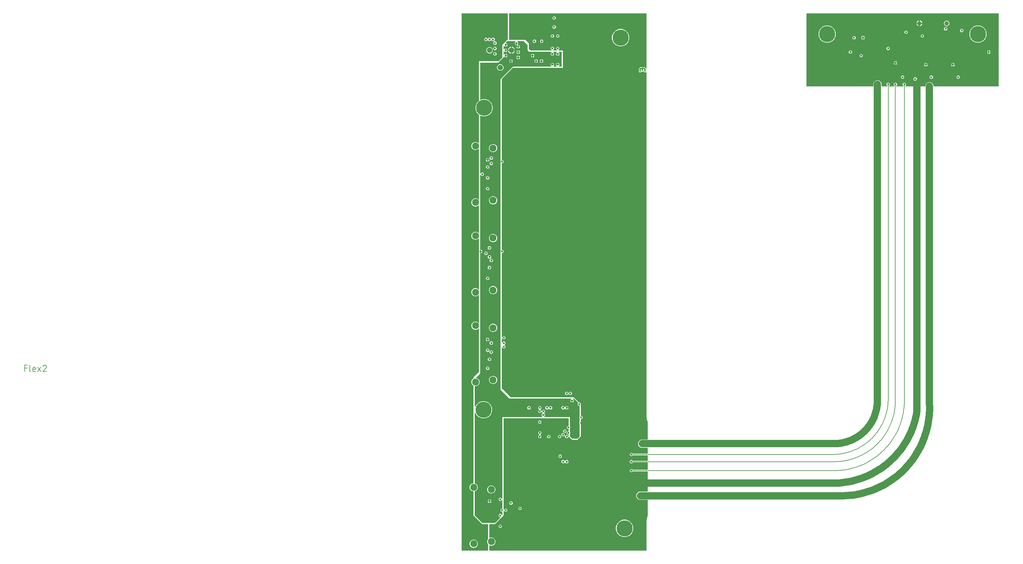
<source format=gbr>
G04 EAGLE Gerber RS-274X export*
G75*
%MOMM*%
%FSLAX34Y34*%
%LPD*%
%INCopper Layer 15*%
%IPPOS*%
%AMOC8*
5,1,8,0,0,1.08239X$1,22.5*%
G01*
%ADD10C,0.355600*%
%ADD11C,0.152400*%
%ADD12C,1.500000*%
%ADD13C,1.950000*%
%ADD14C,1.219200*%
%ADD15C,4.500000*%
%ADD16C,0.600000*%
%ADD17C,2.000000*%

G36*
X516758Y2504D02*
X516758Y2504D01*
X516777Y2502D01*
X516879Y2524D01*
X516981Y2540D01*
X516998Y2550D01*
X517018Y2554D01*
X517107Y2607D01*
X517198Y2656D01*
X517212Y2670D01*
X517229Y2680D01*
X517296Y2759D01*
X517368Y2834D01*
X517376Y2852D01*
X517389Y2867D01*
X517428Y2963D01*
X517471Y3057D01*
X517473Y3077D01*
X517481Y3095D01*
X517499Y3262D01*
X517499Y85915D01*
X520132Y97450D01*
X520686Y98600D01*
X520710Y98683D01*
X520743Y98764D01*
X520748Y98811D01*
X520755Y98836D01*
X520754Y98867D01*
X520761Y98930D01*
X520761Y142738D01*
X520758Y142758D01*
X520760Y142777D01*
X520738Y142879D01*
X520722Y142981D01*
X520712Y142998D01*
X520708Y143018D01*
X520655Y143107D01*
X520606Y143198D01*
X520592Y143212D01*
X520582Y143229D01*
X520503Y143296D01*
X520428Y143368D01*
X520410Y143376D01*
X520395Y143389D01*
X520299Y143428D01*
X520205Y143471D01*
X520185Y143473D01*
X520167Y143481D01*
X520000Y143499D01*
X497712Y143499D01*
X493485Y145250D01*
X490250Y148485D01*
X488499Y152712D01*
X488499Y157288D01*
X490250Y161515D01*
X493485Y164750D01*
X497712Y166501D01*
X520000Y166501D01*
X520020Y166504D01*
X520039Y166502D01*
X520141Y166524D01*
X520243Y166540D01*
X520260Y166550D01*
X520280Y166554D01*
X520369Y166607D01*
X520460Y166656D01*
X520474Y166670D01*
X520491Y166680D01*
X520558Y166759D01*
X520630Y166834D01*
X520638Y166852D01*
X520651Y166867D01*
X520690Y166963D01*
X520733Y167057D01*
X520735Y167077D01*
X520743Y167095D01*
X520761Y167262D01*
X520761Y221976D01*
X520758Y221996D01*
X520760Y222015D01*
X520738Y222117D01*
X520722Y222219D01*
X520712Y222236D01*
X520708Y222256D01*
X520655Y222345D01*
X520606Y222436D01*
X520592Y222450D01*
X520582Y222467D01*
X520503Y222534D01*
X520428Y222606D01*
X520410Y222614D01*
X520395Y222627D01*
X520299Y222666D01*
X520205Y222709D01*
X520185Y222711D01*
X520167Y222719D01*
X520000Y222737D01*
X479418Y222737D01*
X479328Y222723D01*
X479237Y222715D01*
X479207Y222703D01*
X479175Y222698D01*
X479094Y222655D01*
X479010Y222619D01*
X478978Y222593D01*
X478957Y222582D01*
X478935Y222559D01*
X478879Y222514D01*
X476864Y220499D01*
X473136Y220499D01*
X470499Y223136D01*
X470499Y226864D01*
X473136Y229501D01*
X476864Y229501D01*
X478879Y227486D01*
X478953Y227433D01*
X479023Y227373D01*
X479053Y227361D01*
X479079Y227342D01*
X479166Y227315D01*
X479251Y227281D01*
X479292Y227277D01*
X479314Y227270D01*
X479346Y227271D01*
X479418Y227263D01*
X520000Y227263D01*
X520020Y227266D01*
X520039Y227264D01*
X520141Y227286D01*
X520243Y227302D01*
X520260Y227312D01*
X520280Y227316D01*
X520369Y227369D01*
X520460Y227418D01*
X520474Y227432D01*
X520491Y227442D01*
X520558Y227521D01*
X520630Y227596D01*
X520638Y227614D01*
X520651Y227629D01*
X520690Y227725D01*
X520733Y227819D01*
X520735Y227839D01*
X520743Y227857D01*
X520761Y228024D01*
X520761Y246976D01*
X520758Y246996D01*
X520760Y247015D01*
X520738Y247117D01*
X520722Y247219D01*
X520712Y247236D01*
X520708Y247256D01*
X520655Y247345D01*
X520606Y247436D01*
X520592Y247450D01*
X520582Y247467D01*
X520503Y247534D01*
X520428Y247606D01*
X520410Y247614D01*
X520395Y247627D01*
X520299Y247666D01*
X520205Y247709D01*
X520185Y247711D01*
X520167Y247719D01*
X520000Y247737D01*
X479418Y247737D01*
X479328Y247723D01*
X479237Y247715D01*
X479207Y247703D01*
X479175Y247698D01*
X479094Y247655D01*
X479010Y247619D01*
X478978Y247593D01*
X478957Y247582D01*
X478935Y247559D01*
X478879Y247514D01*
X476864Y245499D01*
X473136Y245499D01*
X470499Y248136D01*
X470499Y251864D01*
X473136Y254501D01*
X476864Y254501D01*
X478879Y252486D01*
X478953Y252433D01*
X479023Y252373D01*
X479053Y252361D01*
X479079Y252342D01*
X479166Y252315D01*
X479251Y252281D01*
X479292Y252277D01*
X479314Y252270D01*
X479346Y252271D01*
X479418Y252263D01*
X520000Y252263D01*
X520020Y252266D01*
X520039Y252264D01*
X520141Y252286D01*
X520243Y252302D01*
X520260Y252312D01*
X520280Y252316D01*
X520369Y252369D01*
X520460Y252418D01*
X520474Y252432D01*
X520491Y252442D01*
X520558Y252521D01*
X520630Y252596D01*
X520638Y252614D01*
X520651Y252629D01*
X520690Y252725D01*
X520733Y252819D01*
X520735Y252839D01*
X520743Y252857D01*
X520761Y253024D01*
X520761Y266976D01*
X520758Y266996D01*
X520760Y267015D01*
X520738Y267117D01*
X520722Y267219D01*
X520712Y267236D01*
X520708Y267256D01*
X520655Y267345D01*
X520606Y267436D01*
X520592Y267450D01*
X520582Y267467D01*
X520503Y267534D01*
X520428Y267606D01*
X520410Y267614D01*
X520395Y267627D01*
X520299Y267666D01*
X520205Y267709D01*
X520185Y267711D01*
X520167Y267719D01*
X520000Y267737D01*
X479418Y267737D01*
X479328Y267723D01*
X479237Y267715D01*
X479207Y267703D01*
X479175Y267698D01*
X479094Y267655D01*
X479010Y267619D01*
X478978Y267593D01*
X478957Y267582D01*
X478935Y267559D01*
X478879Y267514D01*
X476864Y265499D01*
X473136Y265499D01*
X470499Y268136D01*
X470499Y271864D01*
X473136Y274501D01*
X476864Y274501D01*
X478879Y272486D01*
X478953Y272433D01*
X479023Y272373D01*
X479053Y272361D01*
X479079Y272342D01*
X479166Y272315D01*
X479251Y272281D01*
X479292Y272277D01*
X479314Y272270D01*
X479346Y272271D01*
X479418Y272263D01*
X520000Y272263D01*
X520020Y272266D01*
X520039Y272264D01*
X520141Y272286D01*
X520243Y272302D01*
X520260Y272312D01*
X520280Y272316D01*
X520369Y272369D01*
X520460Y272418D01*
X520474Y272432D01*
X520491Y272442D01*
X520558Y272521D01*
X520629Y272596D01*
X520638Y272614D01*
X520651Y272629D01*
X520690Y272725D01*
X520733Y272819D01*
X520735Y272839D01*
X520743Y272857D01*
X520761Y273024D01*
X520761Y287738D01*
X520758Y287758D01*
X520760Y287777D01*
X520738Y287879D01*
X520721Y287981D01*
X520712Y287998D01*
X520708Y288018D01*
X520655Y288107D01*
X520606Y288198D01*
X520592Y288212D01*
X520582Y288229D01*
X520503Y288296D01*
X520428Y288368D01*
X520410Y288376D01*
X520395Y288389D01*
X520299Y288428D01*
X520205Y288471D01*
X520185Y288473D01*
X520167Y288481D01*
X520000Y288499D01*
X502712Y288499D01*
X498485Y290250D01*
X495250Y293485D01*
X493499Y297712D01*
X493499Y302288D01*
X495250Y306515D01*
X498485Y309750D01*
X502712Y311501D01*
X520000Y311501D01*
X520020Y311504D01*
X520039Y311502D01*
X520141Y311524D01*
X520243Y311540D01*
X520260Y311550D01*
X520280Y311554D01*
X520369Y311607D01*
X520460Y311656D01*
X520474Y311670D01*
X520491Y311680D01*
X520558Y311759D01*
X520630Y311834D01*
X520638Y311852D01*
X520651Y311867D01*
X520690Y311963D01*
X520733Y312057D01*
X520735Y312077D01*
X520743Y312095D01*
X520761Y312262D01*
X520761Y359210D01*
X520755Y359245D01*
X520758Y359281D01*
X520724Y359445D01*
X517849Y368286D01*
X517569Y373619D01*
X517553Y373688D01*
X517548Y373760D01*
X517527Y373808D01*
X517516Y373859D01*
X517499Y373887D01*
X517499Y374914D01*
X517497Y374929D01*
X517498Y374954D01*
X517444Y375980D01*
X517454Y376019D01*
X517481Y376085D01*
X517489Y376157D01*
X517497Y376188D01*
X517495Y376211D01*
X517499Y376252D01*
X517499Y1334581D01*
X517488Y1334651D01*
X517486Y1334723D01*
X517468Y1334772D01*
X517460Y1334823D01*
X517426Y1334887D01*
X517401Y1334954D01*
X517369Y1334995D01*
X517344Y1335041D01*
X517292Y1335090D01*
X517248Y1335146D01*
X517204Y1335174D01*
X517166Y1335210D01*
X517101Y1335240D01*
X517041Y1335279D01*
X516990Y1335292D01*
X516943Y1335314D01*
X516872Y1335322D01*
X516802Y1335339D01*
X516750Y1335335D01*
X516699Y1335341D01*
X516628Y1335326D01*
X516557Y1335320D01*
X516509Y1335300D01*
X516458Y1335289D01*
X516397Y1335252D01*
X516331Y1335224D01*
X516275Y1335179D01*
X516247Y1335162D01*
X516232Y1335145D01*
X516200Y1335119D01*
X514580Y1333499D01*
X511864Y1333499D01*
X509943Y1335420D01*
X509943Y1336507D01*
X509932Y1336578D01*
X509930Y1336650D01*
X509912Y1336699D01*
X509904Y1336750D01*
X509870Y1336813D01*
X509845Y1336881D01*
X509813Y1336921D01*
X509788Y1336967D01*
X509736Y1337017D01*
X509692Y1337073D01*
X509648Y1337101D01*
X509610Y1337137D01*
X509545Y1337167D01*
X509485Y1337206D01*
X509434Y1337218D01*
X509387Y1337240D01*
X509316Y1337248D01*
X509246Y1337266D01*
X509194Y1337262D01*
X509143Y1337268D01*
X509072Y1337252D01*
X509001Y1337247D01*
X508953Y1337226D01*
X508902Y1337215D01*
X508841Y1337178D01*
X508775Y1337150D01*
X508719Y1337106D01*
X508691Y1337089D01*
X508676Y1337071D01*
X508644Y1337046D01*
X506678Y1335080D01*
X503962Y1335080D01*
X503487Y1335554D01*
X503471Y1335566D01*
X503459Y1335581D01*
X503372Y1335637D01*
X503288Y1335698D01*
X503269Y1335703D01*
X503252Y1335714D01*
X503151Y1335739D01*
X503053Y1335770D01*
X503033Y1335769D01*
X503013Y1335774D01*
X502910Y1335766D01*
X502807Y1335764D01*
X502788Y1335757D01*
X502768Y1335755D01*
X502673Y1335715D01*
X502576Y1335679D01*
X502560Y1335667D01*
X502542Y1335659D01*
X502411Y1335554D01*
X500356Y1333499D01*
X497640Y1333499D01*
X495719Y1335420D01*
X495719Y1343612D01*
X498179Y1346997D01*
X502159Y1348290D01*
X505515Y1347200D01*
X505625Y1347183D01*
X505734Y1347163D01*
X505746Y1347164D01*
X505758Y1347163D01*
X505868Y1347182D01*
X505977Y1347197D01*
X505991Y1347203D01*
X506001Y1347205D01*
X506025Y1347218D01*
X506131Y1347265D01*
X507334Y1347959D01*
X511208Y1347959D01*
X514563Y1346022D01*
X516079Y1343397D01*
X516109Y1343360D01*
X516132Y1343318D01*
X516187Y1343265D01*
X516235Y1343207D01*
X516275Y1343181D01*
X516310Y1343148D01*
X516379Y1343116D01*
X516443Y1343076D01*
X516490Y1343065D01*
X516533Y1343045D01*
X516608Y1343036D01*
X516682Y1343019D01*
X516730Y1343023D01*
X516777Y1343018D01*
X516852Y1343034D01*
X516927Y1343040D01*
X516971Y1343060D01*
X517018Y1343070D01*
X517083Y1343109D01*
X517152Y1343139D01*
X517188Y1343171D01*
X517229Y1343196D01*
X517278Y1343254D01*
X517334Y1343305D01*
X517358Y1343346D01*
X517389Y1343383D01*
X517417Y1343453D01*
X517454Y1343519D01*
X517463Y1343567D01*
X517481Y1343611D01*
X517495Y1343739D01*
X517499Y1343761D01*
X517498Y1343768D01*
X517499Y1343778D01*
X517499Y1496738D01*
X517496Y1496758D01*
X517498Y1496777D01*
X517476Y1496879D01*
X517460Y1496981D01*
X517450Y1496998D01*
X517446Y1497018D01*
X517393Y1497107D01*
X517344Y1497198D01*
X517330Y1497212D01*
X517320Y1497229D01*
X517241Y1497296D01*
X517166Y1497368D01*
X517148Y1497376D01*
X517133Y1497389D01*
X517037Y1497428D01*
X516943Y1497471D01*
X516923Y1497473D01*
X516905Y1497481D01*
X516738Y1497499D01*
X135000Y1497499D01*
X134980Y1497496D01*
X134961Y1497498D01*
X134859Y1497476D01*
X134757Y1497460D01*
X134740Y1497450D01*
X134720Y1497446D01*
X134631Y1497393D01*
X134540Y1497344D01*
X134526Y1497330D01*
X134509Y1497320D01*
X134442Y1497241D01*
X134371Y1497166D01*
X134362Y1497148D01*
X134349Y1497133D01*
X134310Y1497037D01*
X134267Y1496943D01*
X134265Y1496923D01*
X134257Y1496905D01*
X134239Y1496738D01*
X134239Y1425000D01*
X134242Y1424980D01*
X134240Y1424961D01*
X134262Y1424859D01*
X134279Y1424757D01*
X134288Y1424740D01*
X134292Y1424720D01*
X134345Y1424631D01*
X134394Y1424540D01*
X134408Y1424526D01*
X134418Y1424509D01*
X134497Y1424442D01*
X134572Y1424371D01*
X134590Y1424362D01*
X134605Y1424349D01*
X134701Y1424310D01*
X134795Y1424267D01*
X134815Y1424265D01*
X134833Y1424257D01*
X135000Y1424239D01*
X179685Y1424239D01*
X189239Y1414685D01*
X189239Y1400000D01*
X189254Y1399910D01*
X189261Y1399819D01*
X189273Y1399789D01*
X189279Y1399757D01*
X189321Y1399677D01*
X189357Y1399593D01*
X189383Y1399561D01*
X189394Y1399540D01*
X189417Y1399518D01*
X189462Y1399462D01*
X194462Y1394462D01*
X194536Y1394409D01*
X194605Y1394349D01*
X194635Y1394337D01*
X194661Y1394318D01*
X194748Y1394291D01*
X194833Y1394257D01*
X194874Y1394253D01*
X194897Y1394246D01*
X194929Y1394247D01*
X195000Y1394239D01*
X252558Y1394239D01*
X252629Y1394250D01*
X252701Y1394252D01*
X252750Y1394270D01*
X252801Y1394279D01*
X252865Y1394312D01*
X252932Y1394337D01*
X252973Y1394369D01*
X253019Y1394394D01*
X253068Y1394446D01*
X253124Y1394490D01*
X253152Y1394534D01*
X253188Y1394572D01*
X253218Y1394637D01*
X253257Y1394697D01*
X253270Y1394748D01*
X253292Y1394795D01*
X253299Y1394866D01*
X253317Y1394936D01*
X253313Y1394988D01*
X253319Y1395039D01*
X253303Y1395110D01*
X253298Y1395181D01*
X253277Y1395229D01*
X253266Y1395280D01*
X253230Y1395341D01*
X253202Y1395407D01*
X253157Y1395463D01*
X253140Y1395491D01*
X253122Y1395506D01*
X253097Y1395538D01*
X250499Y1398136D01*
X250499Y1401864D01*
X253136Y1404501D01*
X256864Y1404501D01*
X259501Y1401864D01*
X259501Y1398136D01*
X256903Y1395538D01*
X256861Y1395480D01*
X256812Y1395428D01*
X256790Y1395381D01*
X256760Y1395339D01*
X256739Y1395270D01*
X256708Y1395205D01*
X256703Y1395153D01*
X256687Y1395103D01*
X256689Y1395032D01*
X256681Y1394961D01*
X256692Y1394910D01*
X256694Y1394858D01*
X256718Y1394790D01*
X256734Y1394720D01*
X256760Y1394676D01*
X256778Y1394627D01*
X256823Y1394571D01*
X256860Y1394509D01*
X256899Y1394475D01*
X256932Y1394435D01*
X256992Y1394396D01*
X257047Y1394349D01*
X257095Y1394330D01*
X257139Y1394302D01*
X257208Y1394284D01*
X257275Y1394257D01*
X257346Y1394249D01*
X257377Y1394241D01*
X257401Y1394243D01*
X257442Y1394239D01*
X267558Y1394239D01*
X267629Y1394250D01*
X267701Y1394252D01*
X267750Y1394270D01*
X267801Y1394279D01*
X267865Y1394312D01*
X267932Y1394337D01*
X267973Y1394369D01*
X268019Y1394394D01*
X268068Y1394446D01*
X268124Y1394490D01*
X268152Y1394534D01*
X268188Y1394572D01*
X268218Y1394637D01*
X268257Y1394697D01*
X268270Y1394748D01*
X268292Y1394795D01*
X268299Y1394866D01*
X268317Y1394936D01*
X268313Y1394988D01*
X268319Y1395039D01*
X268303Y1395110D01*
X268298Y1395181D01*
X268277Y1395229D01*
X268266Y1395280D01*
X268230Y1395341D01*
X268202Y1395407D01*
X268157Y1395463D01*
X268140Y1395491D01*
X268122Y1395506D01*
X268097Y1395538D01*
X265499Y1398136D01*
X265499Y1401864D01*
X268136Y1404501D01*
X271864Y1404501D01*
X274501Y1401864D01*
X274501Y1398136D01*
X271903Y1395538D01*
X271861Y1395480D01*
X271812Y1395428D01*
X271790Y1395381D01*
X271760Y1395339D01*
X271739Y1395270D01*
X271708Y1395205D01*
X271703Y1395153D01*
X271687Y1395103D01*
X271689Y1395032D01*
X271681Y1394961D01*
X271692Y1394910D01*
X271694Y1394858D01*
X271718Y1394790D01*
X271734Y1394720D01*
X271760Y1394676D01*
X271778Y1394627D01*
X271823Y1394571D01*
X271860Y1394509D01*
X271899Y1394475D01*
X271932Y1394435D01*
X271992Y1394396D01*
X272047Y1394349D01*
X272095Y1394330D01*
X272139Y1394302D01*
X272208Y1394284D01*
X272275Y1394257D01*
X272346Y1394249D01*
X272377Y1394241D01*
X272401Y1394243D01*
X272442Y1394239D01*
X284239Y1394239D01*
X284239Y1345761D01*
X145000Y1345761D01*
X144910Y1345747D01*
X144819Y1345739D01*
X144789Y1345727D01*
X144757Y1345722D01*
X144677Y1345679D01*
X144593Y1345643D01*
X144561Y1345617D01*
X144540Y1345606D01*
X144518Y1345583D01*
X144462Y1345538D01*
X114462Y1315538D01*
X114409Y1315464D01*
X114349Y1315395D01*
X114337Y1315365D01*
X114318Y1315339D01*
X114291Y1315252D01*
X114257Y1315167D01*
X114253Y1315126D01*
X114246Y1315103D01*
X114247Y1315071D01*
X114239Y1315000D01*
X114239Y1090524D01*
X114242Y1090504D01*
X114240Y1090485D01*
X114262Y1090383D01*
X114279Y1090281D01*
X114288Y1090264D01*
X114292Y1090244D01*
X114345Y1090155D01*
X114394Y1090064D01*
X114408Y1090050D01*
X114418Y1090033D01*
X114497Y1089966D01*
X114572Y1089894D01*
X114590Y1089886D01*
X114605Y1089873D01*
X114701Y1089834D01*
X114795Y1089791D01*
X114815Y1089789D01*
X114833Y1089781D01*
X115000Y1089763D01*
X116864Y1089763D01*
X119501Y1087126D01*
X119501Y1083398D01*
X116864Y1080761D01*
X115000Y1080761D01*
X114980Y1080758D01*
X114961Y1080760D01*
X114859Y1080738D01*
X114757Y1080722D01*
X114740Y1080712D01*
X114720Y1080708D01*
X114631Y1080655D01*
X114540Y1080606D01*
X114526Y1080592D01*
X114509Y1080582D01*
X114442Y1080503D01*
X114371Y1080428D01*
X114362Y1080410D01*
X114349Y1080395D01*
X114310Y1080299D01*
X114267Y1080205D01*
X114265Y1080185D01*
X114257Y1080167D01*
X114239Y1080000D01*
X114239Y840524D01*
X114242Y840504D01*
X114240Y840485D01*
X114262Y840383D01*
X114279Y840281D01*
X114288Y840264D01*
X114292Y840244D01*
X114345Y840155D01*
X114394Y840064D01*
X114408Y840050D01*
X114418Y840033D01*
X114497Y839966D01*
X114572Y839894D01*
X114590Y839886D01*
X114605Y839873D01*
X114701Y839834D01*
X114795Y839791D01*
X114815Y839789D01*
X114833Y839781D01*
X115000Y839763D01*
X116864Y839763D01*
X119501Y837126D01*
X119501Y833398D01*
X116864Y830761D01*
X115000Y830761D01*
X114980Y830758D01*
X114961Y830760D01*
X114859Y830738D01*
X114757Y830722D01*
X114740Y830712D01*
X114720Y830708D01*
X114631Y830655D01*
X114540Y830606D01*
X114526Y830592D01*
X114509Y830582D01*
X114442Y830503D01*
X114371Y830428D01*
X114362Y830410D01*
X114349Y830395D01*
X114310Y830299D01*
X114267Y830205D01*
X114265Y830185D01*
X114257Y830167D01*
X114239Y830000D01*
X114239Y597442D01*
X114250Y597371D01*
X114252Y597299D01*
X114270Y597250D01*
X114279Y597199D01*
X114312Y597135D01*
X114337Y597068D01*
X114369Y597027D01*
X114394Y596981D01*
X114446Y596932D01*
X114490Y596876D01*
X114534Y596848D01*
X114572Y596812D01*
X114637Y596782D01*
X114697Y596743D01*
X114748Y596730D01*
X114795Y596708D01*
X114866Y596701D01*
X114936Y596683D01*
X114988Y596687D01*
X115039Y596681D01*
X115110Y596697D01*
X115181Y596702D01*
X115229Y596723D01*
X115280Y596734D01*
X115341Y596770D01*
X115407Y596798D01*
X115463Y596843D01*
X115491Y596860D01*
X115506Y596878D01*
X115538Y596903D01*
X118136Y599501D01*
X121864Y599501D01*
X124501Y596864D01*
X124501Y593136D01*
X121864Y590499D01*
X118136Y590499D01*
X115538Y593097D01*
X115480Y593139D01*
X115428Y593188D01*
X115381Y593210D01*
X115339Y593240D01*
X115270Y593261D01*
X115205Y593292D01*
X115153Y593297D01*
X115103Y593313D01*
X115032Y593311D01*
X114961Y593319D01*
X114910Y593308D01*
X114858Y593306D01*
X114790Y593282D01*
X114720Y593266D01*
X114676Y593240D01*
X114627Y593222D01*
X114571Y593177D01*
X114509Y593140D01*
X114475Y593101D01*
X114435Y593068D01*
X114396Y593008D01*
X114349Y592953D01*
X114330Y592905D01*
X114302Y592861D01*
X114284Y592792D01*
X114257Y592725D01*
X114249Y592654D01*
X114241Y592623D01*
X114243Y592599D01*
X114239Y592558D01*
X114239Y582442D01*
X114250Y582371D01*
X114252Y582299D01*
X114270Y582250D01*
X114279Y582199D01*
X114312Y582135D01*
X114337Y582068D01*
X114369Y582027D01*
X114394Y581981D01*
X114446Y581932D01*
X114490Y581876D01*
X114534Y581848D01*
X114572Y581812D01*
X114637Y581782D01*
X114697Y581743D01*
X114748Y581730D01*
X114795Y581708D01*
X114866Y581701D01*
X114936Y581683D01*
X114988Y581687D01*
X115039Y581681D01*
X115110Y581697D01*
X115181Y581702D01*
X115229Y581723D01*
X115280Y581734D01*
X115341Y581770D01*
X115407Y581798D01*
X115463Y581843D01*
X115491Y581860D01*
X115506Y581878D01*
X115538Y581903D01*
X118136Y584501D01*
X121864Y584501D01*
X124501Y581864D01*
X124501Y578136D01*
X121903Y575538D01*
X121892Y575522D01*
X121876Y575510D01*
X121820Y575422D01*
X121760Y575339D01*
X121754Y575320D01*
X121743Y575303D01*
X121718Y575202D01*
X121687Y575103D01*
X121688Y575084D01*
X121683Y575064D01*
X121691Y574961D01*
X121694Y574858D01*
X121701Y574839D01*
X121702Y574819D01*
X121743Y574724D01*
X121778Y574627D01*
X121791Y574611D01*
X121798Y574593D01*
X121903Y574462D01*
X124501Y571864D01*
X124501Y568136D01*
X121864Y565499D01*
X118136Y565499D01*
X115538Y568097D01*
X115480Y568139D01*
X115428Y568188D01*
X115381Y568210D01*
X115339Y568240D01*
X115270Y568261D01*
X115205Y568292D01*
X115153Y568297D01*
X115103Y568313D01*
X115032Y568311D01*
X114961Y568319D01*
X114910Y568308D01*
X114858Y568306D01*
X114790Y568282D01*
X114720Y568266D01*
X114676Y568240D01*
X114627Y568222D01*
X114571Y568177D01*
X114509Y568140D01*
X114475Y568101D01*
X114435Y568068D01*
X114396Y568008D01*
X114349Y567953D01*
X114330Y567905D01*
X114302Y567861D01*
X114284Y567792D01*
X114257Y567725D01*
X114249Y567654D01*
X114241Y567623D01*
X114243Y567599D01*
X114239Y567558D01*
X114239Y455000D01*
X114254Y454910D01*
X114261Y454819D01*
X114273Y454789D01*
X114279Y454757D01*
X114321Y454677D01*
X114357Y454593D01*
X114383Y454561D01*
X114394Y454540D01*
X114417Y454518D01*
X114462Y454462D01*
X139462Y429462D01*
X139536Y429409D01*
X139605Y429349D01*
X139635Y429337D01*
X139661Y429318D01*
X139748Y429291D01*
X139833Y429257D01*
X139874Y429253D01*
X139897Y429246D01*
X139929Y429247D01*
X140000Y429239D01*
X314685Y429239D01*
X329200Y414724D01*
X329274Y414671D01*
X329343Y414611D01*
X329373Y414599D01*
X329399Y414580D01*
X329486Y414553D01*
X329571Y414519D01*
X329612Y414515D01*
X329635Y414508D01*
X329667Y414509D01*
X329738Y414501D01*
X331864Y414501D01*
X334501Y411864D01*
X334501Y408136D01*
X334462Y408097D01*
X334409Y408023D01*
X334349Y407953D01*
X334337Y407923D01*
X334318Y407897D01*
X334291Y407810D01*
X334257Y407725D01*
X334253Y407684D01*
X334246Y407662D01*
X334247Y407630D01*
X334239Y407558D01*
X334239Y378488D01*
X334242Y378468D01*
X334240Y378449D01*
X334262Y378347D01*
X334279Y378245D01*
X334288Y378228D01*
X334292Y378208D01*
X334345Y378119D01*
X334394Y378028D01*
X334408Y378014D01*
X334418Y377997D01*
X334497Y377930D01*
X334572Y377858D01*
X334590Y377850D01*
X334605Y377837D01*
X334701Y377798D01*
X334795Y377755D01*
X334815Y377753D01*
X334833Y377745D01*
X335000Y377727D01*
X336864Y377727D01*
X339501Y375090D01*
X339501Y371362D01*
X336864Y368725D01*
X335000Y368725D01*
X334980Y368722D01*
X334961Y368724D01*
X334859Y368702D01*
X334757Y368686D01*
X334740Y368676D01*
X334720Y368672D01*
X334631Y368619D01*
X334540Y368570D01*
X334526Y368556D01*
X334509Y368546D01*
X334442Y368467D01*
X334371Y368392D01*
X334362Y368374D01*
X334349Y368359D01*
X334310Y368263D01*
X334267Y368169D01*
X334265Y368149D01*
X334257Y368131D01*
X334239Y367964D01*
X334239Y320315D01*
X324685Y310761D01*
X310315Y310761D01*
X300800Y320276D01*
X300742Y320318D01*
X300690Y320368D01*
X300643Y320390D01*
X300601Y320420D01*
X300532Y320441D01*
X300467Y320471D01*
X300415Y320477D01*
X300365Y320492D01*
X300294Y320490D01*
X300223Y320498D01*
X300172Y320487D01*
X300120Y320486D01*
X300052Y320461D01*
X299982Y320446D01*
X299937Y320419D01*
X299889Y320401D01*
X299833Y320357D01*
X299771Y320320D01*
X299737Y320280D01*
X299697Y320248D01*
X299658Y320187D01*
X299611Y320133D01*
X299592Y320085D01*
X299564Y320041D01*
X299546Y319971D01*
X299519Y319905D01*
X299511Y319833D01*
X299503Y319802D01*
X299505Y319779D01*
X299501Y319738D01*
X299501Y318136D01*
X296864Y315499D01*
X293136Y315499D01*
X290499Y318136D01*
X290499Y321864D01*
X293136Y324501D01*
X296864Y324501D01*
X299462Y321903D01*
X299520Y321861D01*
X299572Y321812D01*
X299619Y321790D01*
X299661Y321760D01*
X299730Y321739D01*
X299795Y321708D01*
X299847Y321703D01*
X299897Y321687D01*
X299968Y321689D01*
X300039Y321681D01*
X300090Y321692D01*
X300142Y321694D01*
X300210Y321718D01*
X300280Y321734D01*
X300324Y321760D01*
X300373Y321778D01*
X300429Y321823D01*
X300491Y321860D01*
X300525Y321899D01*
X300565Y321932D01*
X300604Y321992D01*
X300651Y322047D01*
X300670Y322095D01*
X300698Y322139D01*
X300716Y322208D01*
X300743Y322275D01*
X300751Y322346D01*
X300759Y322377D01*
X300757Y322401D01*
X300761Y322442D01*
X300761Y324738D01*
X300758Y324758D01*
X300760Y324777D01*
X300738Y324879D01*
X300722Y324981D01*
X300712Y324998D01*
X300708Y325018D01*
X300655Y325107D01*
X300606Y325198D01*
X300592Y325212D01*
X300582Y325229D01*
X300503Y325296D01*
X300428Y325368D01*
X300410Y325376D01*
X300395Y325389D01*
X300299Y325428D01*
X300205Y325471D01*
X300185Y325473D01*
X300167Y325481D01*
X300000Y325499D01*
X298136Y325499D01*
X295499Y328136D01*
X295499Y331864D01*
X298136Y334501D01*
X300000Y334501D01*
X300020Y334504D01*
X300039Y334502D01*
X300141Y334524D01*
X300243Y334540D01*
X300260Y334550D01*
X300280Y334554D01*
X300369Y334607D01*
X300460Y334656D01*
X300474Y334670D01*
X300491Y334680D01*
X300558Y334759D01*
X300630Y334834D01*
X300638Y334852D01*
X300651Y334867D01*
X300690Y334963D01*
X300733Y335057D01*
X300735Y335077D01*
X300743Y335095D01*
X300761Y335262D01*
X300761Y340000D01*
X300758Y340020D01*
X300760Y340039D01*
X300738Y340141D01*
X300722Y340243D01*
X300712Y340260D01*
X300708Y340280D01*
X300655Y340369D01*
X300606Y340460D01*
X300592Y340474D01*
X300582Y340491D01*
X300503Y340558D01*
X300428Y340630D01*
X300410Y340638D01*
X300395Y340651D01*
X300299Y340690D01*
X300205Y340733D01*
X300185Y340735D01*
X300167Y340743D01*
X300000Y340761D01*
X298136Y340761D01*
X295499Y343398D01*
X295499Y347126D01*
X298136Y349763D01*
X300000Y349763D01*
X300020Y349766D01*
X300039Y349764D01*
X300141Y349786D01*
X300243Y349802D01*
X300260Y349812D01*
X300280Y349816D01*
X300369Y349869D01*
X300460Y349918D01*
X300474Y349932D01*
X300491Y349942D01*
X300558Y350021D01*
X300630Y350096D01*
X300638Y350114D01*
X300651Y350129D01*
X300690Y350225D01*
X300733Y350319D01*
X300735Y350339D01*
X300743Y350357D01*
X300761Y350524D01*
X300761Y370000D01*
X300758Y370020D01*
X300760Y370039D01*
X300738Y370141D01*
X300722Y370243D01*
X300712Y370260D01*
X300708Y370280D01*
X300655Y370369D01*
X300606Y370460D01*
X300592Y370474D01*
X300582Y370491D01*
X300503Y370558D01*
X300428Y370630D01*
X300410Y370638D01*
X300395Y370651D01*
X300299Y370690D01*
X300205Y370733D01*
X300185Y370735D01*
X300167Y370743D01*
X300000Y370761D01*
X120000Y370761D01*
X119980Y370758D01*
X119961Y370760D01*
X119859Y370738D01*
X119757Y370722D01*
X119740Y370712D01*
X119720Y370708D01*
X119631Y370655D01*
X119540Y370606D01*
X119526Y370592D01*
X119509Y370582D01*
X119442Y370503D01*
X119371Y370428D01*
X119362Y370410D01*
X119349Y370395D01*
X119310Y370299D01*
X119267Y370205D01*
X119265Y370185D01*
X119257Y370167D01*
X119239Y370000D01*
X119239Y117442D01*
X119241Y117425D01*
X119240Y117410D01*
X119251Y117360D01*
X119252Y117299D01*
X119270Y117250D01*
X119279Y117199D01*
X119291Y117176D01*
X119292Y117170D01*
X119309Y117142D01*
X119312Y117135D01*
X119337Y117068D01*
X119369Y117027D01*
X119394Y116981D01*
X119446Y116932D01*
X119490Y116876D01*
X119534Y116848D01*
X119572Y116812D01*
X119637Y116782D01*
X119697Y116743D01*
X119748Y116730D01*
X119795Y116708D01*
X119866Y116701D01*
X119936Y116683D01*
X119988Y116687D01*
X120039Y116681D01*
X120110Y116697D01*
X120181Y116702D01*
X120229Y116723D01*
X120280Y116734D01*
X120341Y116770D01*
X120407Y116798D01*
X120453Y116835D01*
X120468Y116843D01*
X120475Y116850D01*
X120491Y116860D01*
X120506Y116878D01*
X120538Y116903D01*
X123136Y119501D01*
X126864Y119501D01*
X129501Y116864D01*
X129501Y113136D01*
X126864Y110499D01*
X123136Y110499D01*
X120538Y113097D01*
X120480Y113139D01*
X120428Y113188D01*
X120381Y113210D01*
X120339Y113240D01*
X120270Y113261D01*
X120205Y113292D01*
X120153Y113297D01*
X120103Y113313D01*
X120032Y113311D01*
X119961Y113319D01*
X119910Y113308D01*
X119858Y113306D01*
X119790Y113282D01*
X119720Y113266D01*
X119676Y113240D01*
X119627Y113222D01*
X119571Y113177D01*
X119509Y113140D01*
X119475Y113101D01*
X119435Y113068D01*
X119396Y113008D01*
X119349Y112953D01*
X119330Y112905D01*
X119302Y112861D01*
X119284Y112792D01*
X119257Y112725D01*
X119249Y112654D01*
X119241Y112623D01*
X119243Y112599D01*
X119239Y112558D01*
X119239Y100315D01*
X94685Y75761D01*
X80000Y75761D01*
X79980Y75758D01*
X79961Y75760D01*
X79859Y75738D01*
X79757Y75722D01*
X79740Y75712D01*
X79720Y75708D01*
X79631Y75655D01*
X79540Y75606D01*
X79526Y75592D01*
X79509Y75582D01*
X79442Y75503D01*
X79371Y75428D01*
X79362Y75410D01*
X79349Y75395D01*
X79310Y75299D01*
X79267Y75205D01*
X79265Y75185D01*
X79257Y75167D01*
X79239Y75000D01*
X79239Y38431D01*
X79246Y38385D01*
X79244Y38339D01*
X79266Y38265D01*
X79279Y38188D01*
X79300Y38147D01*
X79313Y38103D01*
X79357Y38039D01*
X79394Y37970D01*
X79427Y37939D01*
X79453Y37901D01*
X79516Y37855D01*
X79572Y37801D01*
X79614Y37782D01*
X79650Y37754D01*
X79724Y37730D01*
X79795Y37697D01*
X79841Y37692D01*
X79884Y37678D01*
X79962Y37679D01*
X80039Y37670D01*
X80084Y37680D01*
X80130Y37681D01*
X80262Y37719D01*
X80280Y37723D01*
X80284Y37725D01*
X80291Y37727D01*
X82762Y38751D01*
X87238Y38751D01*
X91373Y37038D01*
X94538Y33873D01*
X96251Y29738D01*
X96251Y25262D01*
X94538Y21127D01*
X91373Y17962D01*
X87238Y16249D01*
X82762Y16249D01*
X80291Y17273D01*
X80247Y17283D01*
X80205Y17303D01*
X80128Y17311D01*
X80052Y17329D01*
X80006Y17325D01*
X79961Y17330D01*
X79884Y17313D01*
X79807Y17306D01*
X79765Y17287D01*
X79720Y17277D01*
X79653Y17237D01*
X79582Y17206D01*
X79548Y17175D01*
X79509Y17151D01*
X79459Y17092D01*
X79401Y17039D01*
X79379Y16999D01*
X79349Y16964D01*
X79320Y16892D01*
X79283Y16824D01*
X79274Y16779D01*
X79257Y16736D01*
X79242Y16600D01*
X79239Y16582D01*
X79240Y16577D01*
X79239Y16569D01*
X79239Y3262D01*
X79242Y3242D01*
X79240Y3223D01*
X79262Y3121D01*
X79279Y3019D01*
X79288Y3002D01*
X79292Y2982D01*
X79345Y2893D01*
X79394Y2802D01*
X79408Y2788D01*
X79418Y2771D01*
X79497Y2704D01*
X79572Y2632D01*
X79590Y2624D01*
X79605Y2611D01*
X79701Y2572D01*
X79795Y2529D01*
X79815Y2527D01*
X79833Y2519D01*
X80000Y2501D01*
X516738Y2501D01*
X516758Y2504D01*
G37*
G36*
X1147758Y1294242D02*
X1147758Y1294242D01*
X1147777Y1294240D01*
X1147879Y1294262D01*
X1147981Y1294279D01*
X1147998Y1294288D01*
X1148018Y1294292D01*
X1148107Y1294345D01*
X1148198Y1294394D01*
X1148212Y1294408D01*
X1148229Y1294418D01*
X1148296Y1294497D01*
X1148368Y1294572D01*
X1148376Y1294590D01*
X1148389Y1294605D01*
X1148428Y1294701D01*
X1148471Y1294795D01*
X1148473Y1294815D01*
X1148481Y1294833D01*
X1148499Y1295000D01*
X1148499Y1302288D01*
X1150250Y1306515D01*
X1153485Y1309750D01*
X1157712Y1311501D01*
X1162288Y1311501D01*
X1166515Y1309750D01*
X1169750Y1306515D01*
X1171501Y1302288D01*
X1171501Y1295000D01*
X1171504Y1294980D01*
X1171502Y1294961D01*
X1171524Y1294859D01*
X1171540Y1294757D01*
X1171550Y1294740D01*
X1171554Y1294720D01*
X1171607Y1294631D01*
X1171656Y1294540D01*
X1171670Y1294526D01*
X1171680Y1294509D01*
X1171759Y1294442D01*
X1171834Y1294371D01*
X1171852Y1294362D01*
X1171867Y1294349D01*
X1171963Y1294310D01*
X1172057Y1294267D01*
X1172077Y1294265D01*
X1172095Y1294257D01*
X1172262Y1294239D01*
X1186976Y1294239D01*
X1186996Y1294242D01*
X1187015Y1294240D01*
X1187117Y1294262D01*
X1187219Y1294279D01*
X1187236Y1294288D01*
X1187256Y1294292D01*
X1187345Y1294345D01*
X1187436Y1294394D01*
X1187450Y1294408D01*
X1187467Y1294418D01*
X1187534Y1294497D01*
X1187606Y1294572D01*
X1187614Y1294590D01*
X1187627Y1294605D01*
X1187666Y1294701D01*
X1187709Y1294795D01*
X1187711Y1294815D01*
X1187719Y1294833D01*
X1187737Y1295000D01*
X1187737Y1295582D01*
X1187723Y1295672D01*
X1187715Y1295763D01*
X1187703Y1295793D01*
X1187698Y1295825D01*
X1187655Y1295906D01*
X1187619Y1295990D01*
X1187593Y1296022D01*
X1187582Y1296043D01*
X1187559Y1296065D01*
X1187514Y1296121D01*
X1185499Y1298136D01*
X1185499Y1301864D01*
X1188136Y1304501D01*
X1191864Y1304501D01*
X1194501Y1301864D01*
X1194501Y1298136D01*
X1192486Y1296121D01*
X1192433Y1296047D01*
X1192373Y1295977D01*
X1192361Y1295947D01*
X1192342Y1295921D01*
X1192315Y1295834D01*
X1192281Y1295749D01*
X1192277Y1295708D01*
X1192270Y1295686D01*
X1192271Y1295654D01*
X1192263Y1295582D01*
X1192263Y1295000D01*
X1192266Y1294980D01*
X1192264Y1294961D01*
X1192286Y1294859D01*
X1192302Y1294757D01*
X1192312Y1294740D01*
X1192316Y1294720D01*
X1192369Y1294631D01*
X1192418Y1294540D01*
X1192432Y1294526D01*
X1192442Y1294509D01*
X1192521Y1294442D01*
X1192596Y1294371D01*
X1192614Y1294362D01*
X1192629Y1294349D01*
X1192725Y1294310D01*
X1192819Y1294267D01*
X1192839Y1294265D01*
X1192857Y1294257D01*
X1193024Y1294239D01*
X1206976Y1294239D01*
X1206996Y1294242D01*
X1207015Y1294240D01*
X1207117Y1294262D01*
X1207219Y1294279D01*
X1207236Y1294288D01*
X1207256Y1294292D01*
X1207345Y1294345D01*
X1207436Y1294394D01*
X1207450Y1294408D01*
X1207467Y1294418D01*
X1207534Y1294497D01*
X1207606Y1294572D01*
X1207614Y1294590D01*
X1207627Y1294605D01*
X1207666Y1294701D01*
X1207709Y1294795D01*
X1207711Y1294815D01*
X1207719Y1294833D01*
X1207737Y1295000D01*
X1207737Y1295582D01*
X1207723Y1295672D01*
X1207715Y1295763D01*
X1207703Y1295793D01*
X1207698Y1295825D01*
X1207655Y1295906D01*
X1207619Y1295990D01*
X1207593Y1296022D01*
X1207582Y1296043D01*
X1207559Y1296065D01*
X1207514Y1296121D01*
X1205499Y1298136D01*
X1205499Y1301864D01*
X1208136Y1304501D01*
X1211864Y1304501D01*
X1214501Y1301864D01*
X1214501Y1298136D01*
X1212486Y1296121D01*
X1212433Y1296047D01*
X1212373Y1295977D01*
X1212361Y1295947D01*
X1212342Y1295921D01*
X1212315Y1295834D01*
X1212281Y1295749D01*
X1212277Y1295708D01*
X1212270Y1295686D01*
X1212271Y1295654D01*
X1212263Y1295582D01*
X1212263Y1295000D01*
X1212266Y1294980D01*
X1212264Y1294961D01*
X1212286Y1294859D01*
X1212302Y1294757D01*
X1212312Y1294740D01*
X1212316Y1294720D01*
X1212369Y1294631D01*
X1212418Y1294540D01*
X1212432Y1294526D01*
X1212442Y1294509D01*
X1212521Y1294442D01*
X1212596Y1294371D01*
X1212614Y1294362D01*
X1212629Y1294349D01*
X1212725Y1294310D01*
X1212819Y1294267D01*
X1212839Y1294265D01*
X1212857Y1294257D01*
X1213024Y1294239D01*
X1231976Y1294239D01*
X1231996Y1294242D01*
X1232015Y1294240D01*
X1232117Y1294262D01*
X1232219Y1294279D01*
X1232236Y1294288D01*
X1232256Y1294292D01*
X1232345Y1294345D01*
X1232436Y1294394D01*
X1232450Y1294408D01*
X1232467Y1294418D01*
X1232534Y1294497D01*
X1232606Y1294572D01*
X1232614Y1294590D01*
X1232627Y1294605D01*
X1232666Y1294701D01*
X1232709Y1294795D01*
X1232711Y1294815D01*
X1232719Y1294833D01*
X1232737Y1295000D01*
X1232737Y1295582D01*
X1232723Y1295672D01*
X1232715Y1295763D01*
X1232703Y1295793D01*
X1232698Y1295825D01*
X1232655Y1295906D01*
X1232619Y1295990D01*
X1232593Y1296022D01*
X1232582Y1296043D01*
X1232559Y1296065D01*
X1232514Y1296121D01*
X1230499Y1298136D01*
X1230499Y1301864D01*
X1233136Y1304501D01*
X1236864Y1304501D01*
X1239501Y1301864D01*
X1239501Y1298136D01*
X1237486Y1296121D01*
X1237433Y1296047D01*
X1237373Y1295977D01*
X1237361Y1295947D01*
X1237342Y1295921D01*
X1237315Y1295834D01*
X1237281Y1295749D01*
X1237277Y1295708D01*
X1237270Y1295686D01*
X1237271Y1295654D01*
X1237263Y1295582D01*
X1237263Y1295000D01*
X1237266Y1294980D01*
X1237264Y1294961D01*
X1237286Y1294859D01*
X1237302Y1294757D01*
X1237312Y1294740D01*
X1237316Y1294720D01*
X1237369Y1294631D01*
X1237418Y1294540D01*
X1237432Y1294526D01*
X1237442Y1294509D01*
X1237521Y1294442D01*
X1237596Y1294371D01*
X1237614Y1294362D01*
X1237629Y1294349D01*
X1237725Y1294310D01*
X1237819Y1294267D01*
X1237839Y1294265D01*
X1237857Y1294257D01*
X1238024Y1294239D01*
X1292738Y1294239D01*
X1292758Y1294242D01*
X1292777Y1294240D01*
X1292879Y1294262D01*
X1292981Y1294279D01*
X1292998Y1294288D01*
X1293018Y1294292D01*
X1293107Y1294345D01*
X1293198Y1294394D01*
X1293212Y1294408D01*
X1293229Y1294418D01*
X1293296Y1294497D01*
X1293368Y1294572D01*
X1293376Y1294590D01*
X1293389Y1294605D01*
X1293428Y1294701D01*
X1293471Y1294795D01*
X1293473Y1294815D01*
X1293481Y1294833D01*
X1293499Y1295000D01*
X1293499Y1297288D01*
X1295250Y1301515D01*
X1298485Y1304750D01*
X1302712Y1306501D01*
X1307288Y1306501D01*
X1311515Y1304750D01*
X1314750Y1301515D01*
X1316501Y1297288D01*
X1316501Y1295000D01*
X1316504Y1294980D01*
X1316502Y1294961D01*
X1316524Y1294859D01*
X1316540Y1294757D01*
X1316550Y1294740D01*
X1316554Y1294720D01*
X1316607Y1294631D01*
X1316656Y1294540D01*
X1316670Y1294526D01*
X1316680Y1294509D01*
X1316759Y1294442D01*
X1316834Y1294371D01*
X1316852Y1294362D01*
X1316867Y1294349D01*
X1316963Y1294310D01*
X1317057Y1294267D01*
X1317077Y1294265D01*
X1317095Y1294257D01*
X1317262Y1294239D01*
X1496738Y1294239D01*
X1496760Y1294242D01*
X1496782Y1294240D01*
X1496881Y1294262D01*
X1496981Y1294279D01*
X1497001Y1294289D01*
X1497022Y1294294D01*
X1497109Y1294346D01*
X1497198Y1294394D01*
X1497214Y1294410D01*
X1497233Y1294422D01*
X1497298Y1294499D01*
X1497367Y1294572D01*
X1497377Y1294592D01*
X1497391Y1294610D01*
X1497429Y1294704D01*
X1497471Y1294795D01*
X1497474Y1294817D01*
X1497482Y1294838D01*
X1497499Y1295005D01*
X1497491Y1296234D01*
X1497493Y1296240D01*
X1497492Y1296272D01*
X1497499Y1296338D01*
X1497499Y1496738D01*
X1497496Y1496755D01*
X1497498Y1496771D01*
X1497498Y1496773D01*
X1497498Y1496777D01*
X1497476Y1496879D01*
X1497460Y1496981D01*
X1497450Y1496998D01*
X1497446Y1497018D01*
X1497393Y1497107D01*
X1497344Y1497198D01*
X1497330Y1497212D01*
X1497320Y1497229D01*
X1497241Y1497296D01*
X1497166Y1497368D01*
X1497148Y1497376D01*
X1497133Y1497389D01*
X1497037Y1497428D01*
X1496943Y1497471D01*
X1496923Y1497473D01*
X1496905Y1497481D01*
X1496738Y1497499D01*
X963262Y1497499D01*
X963242Y1497496D01*
X963223Y1497498D01*
X963121Y1497476D01*
X963019Y1497460D01*
X963002Y1497450D01*
X962982Y1497446D01*
X962893Y1497393D01*
X962802Y1497344D01*
X962788Y1497330D01*
X962771Y1497320D01*
X962704Y1497241D01*
X962632Y1497166D01*
X962624Y1497148D01*
X962611Y1497133D01*
X962572Y1497037D01*
X962529Y1496943D01*
X962527Y1496923D01*
X962519Y1496905D01*
X962501Y1496738D01*
X962501Y1295000D01*
X962504Y1294980D01*
X962502Y1294961D01*
X962524Y1294859D01*
X962540Y1294757D01*
X962550Y1294740D01*
X962554Y1294720D01*
X962607Y1294631D01*
X962656Y1294540D01*
X962670Y1294526D01*
X962680Y1294509D01*
X962759Y1294442D01*
X962834Y1294371D01*
X962852Y1294362D01*
X962867Y1294349D01*
X962963Y1294310D01*
X963057Y1294267D01*
X963077Y1294265D01*
X963095Y1294257D01*
X963262Y1294239D01*
X1147738Y1294239D01*
X1147758Y1294242D01*
G37*
G36*
X95090Y79254D02*
X95090Y79254D01*
X95181Y79261D01*
X95211Y79273D01*
X95243Y79279D01*
X95323Y79321D01*
X95407Y79357D01*
X95439Y79383D01*
X95460Y79394D01*
X95482Y79417D01*
X95538Y79462D01*
X110276Y94200D01*
X110318Y94258D01*
X110368Y94310D01*
X110390Y94357D01*
X110420Y94399D01*
X110441Y94468D01*
X110471Y94533D01*
X110477Y94585D01*
X110492Y94635D01*
X110490Y94706D01*
X110498Y94777D01*
X110487Y94828D01*
X110486Y94880D01*
X110461Y94948D01*
X110446Y95018D01*
X110419Y95062D01*
X110401Y95111D01*
X110357Y95167D01*
X110320Y95229D01*
X110280Y95263D01*
X110248Y95303D01*
X110187Y95342D01*
X110133Y95389D01*
X110085Y95408D01*
X110041Y95436D01*
X109971Y95454D01*
X109905Y95481D01*
X109833Y95489D01*
X109802Y95497D01*
X109779Y95495D01*
X109738Y95499D01*
X108136Y95499D01*
X105499Y98136D01*
X105499Y101864D01*
X108136Y104501D01*
X111864Y104501D01*
X114462Y101903D01*
X114520Y101861D01*
X114572Y101812D01*
X114619Y101790D01*
X114661Y101760D01*
X114730Y101739D01*
X114795Y101708D01*
X114847Y101703D01*
X114897Y101687D01*
X114968Y101689D01*
X115039Y101681D01*
X115090Y101692D01*
X115142Y101694D01*
X115210Y101718D01*
X115280Y101734D01*
X115324Y101760D01*
X115373Y101778D01*
X115429Y101823D01*
X115491Y101860D01*
X115525Y101899D01*
X115565Y101932D01*
X115604Y101992D01*
X115651Y102047D01*
X115670Y102095D01*
X115698Y102139D01*
X115716Y102208D01*
X115743Y102275D01*
X115751Y102346D01*
X115759Y102377D01*
X115757Y102401D01*
X115761Y102442D01*
X115761Y109738D01*
X115758Y109758D01*
X115760Y109777D01*
X115738Y109879D01*
X115722Y109981D01*
X115712Y109998D01*
X115708Y110018D01*
X115655Y110107D01*
X115606Y110198D01*
X115592Y110212D01*
X115582Y110229D01*
X115503Y110296D01*
X115428Y110368D01*
X115410Y110376D01*
X115395Y110389D01*
X115299Y110428D01*
X115205Y110471D01*
X115185Y110473D01*
X115167Y110481D01*
X115000Y110499D01*
X113136Y110499D01*
X110499Y113136D01*
X110499Y116864D01*
X113136Y119501D01*
X115000Y119501D01*
X115020Y119504D01*
X115039Y119502D01*
X115141Y119524D01*
X115243Y119540D01*
X115260Y119550D01*
X115280Y119554D01*
X115369Y119607D01*
X115460Y119656D01*
X115474Y119670D01*
X115491Y119680D01*
X115558Y119759D01*
X115630Y119834D01*
X115638Y119852D01*
X115651Y119867D01*
X115690Y119963D01*
X115733Y120057D01*
X115735Y120077D01*
X115743Y120095D01*
X115761Y120262D01*
X115761Y142558D01*
X115750Y142629D01*
X115748Y142701D01*
X115730Y142750D01*
X115722Y142801D01*
X115688Y142864D01*
X115663Y142932D01*
X115631Y142973D01*
X115606Y143019D01*
X115555Y143068D01*
X115510Y143124D01*
X115466Y143152D01*
X115428Y143188D01*
X115363Y143218D01*
X115303Y143257D01*
X115252Y143270D01*
X115205Y143292D01*
X115134Y143299D01*
X115064Y143317D01*
X115012Y143313D01*
X114961Y143319D01*
X114890Y143303D01*
X114819Y143298D01*
X114771Y143277D01*
X114720Y143266D01*
X114659Y143230D01*
X114593Y143202D01*
X114537Y143157D01*
X114509Y143140D01*
X114494Y143122D01*
X114462Y143097D01*
X111864Y140499D01*
X108136Y140499D01*
X105499Y143136D01*
X105499Y146864D01*
X108136Y149501D01*
X111864Y149501D01*
X114462Y146903D01*
X114520Y146861D01*
X114572Y146812D01*
X114619Y146790D01*
X114661Y146760D01*
X114730Y146739D01*
X114795Y146708D01*
X114847Y146703D01*
X114897Y146687D01*
X114968Y146689D01*
X115039Y146681D01*
X115090Y146692D01*
X115142Y146694D01*
X115210Y146718D01*
X115280Y146734D01*
X115324Y146760D01*
X115373Y146778D01*
X115429Y146823D01*
X115491Y146860D01*
X115525Y146899D01*
X115565Y146932D01*
X115604Y146992D01*
X115651Y147047D01*
X115670Y147095D01*
X115698Y147139D01*
X115716Y147208D01*
X115743Y147275D01*
X115751Y147346D01*
X115759Y147377D01*
X115757Y147401D01*
X115761Y147442D01*
X115761Y374239D01*
X227136Y374239D01*
X227184Y374247D01*
X227232Y374245D01*
X227304Y374266D01*
X227379Y374279D01*
X227421Y374301D01*
X227467Y374315D01*
X227530Y374358D01*
X227596Y374394D01*
X227629Y374428D01*
X227669Y374456D01*
X227714Y374517D01*
X227766Y374572D01*
X227786Y374615D01*
X227814Y374654D01*
X227838Y374726D01*
X227869Y374795D01*
X227875Y374843D01*
X227889Y374888D01*
X227888Y374964D01*
X227897Y375039D01*
X227886Y375086D01*
X227886Y375134D01*
X227860Y375206D01*
X227844Y375280D01*
X227820Y375321D01*
X227804Y375366D01*
X227757Y375426D01*
X227718Y375491D01*
X227682Y375522D01*
X227652Y375560D01*
X227548Y375636D01*
X227531Y375651D01*
X227525Y375653D01*
X227517Y375659D01*
X226929Y375998D01*
X225998Y376929D01*
X225340Y378070D01*
X225057Y379126D01*
X229887Y379126D01*
X229906Y379129D01*
X229926Y379127D01*
X229986Y379140D01*
X230113Y379126D01*
X234943Y379126D01*
X234660Y378070D01*
X234002Y376929D01*
X233071Y375998D01*
X232483Y375659D01*
X232446Y375629D01*
X232404Y375606D01*
X232351Y375552D01*
X232293Y375504D01*
X232267Y375463D01*
X232234Y375428D01*
X232202Y375359D01*
X232162Y375295D01*
X232151Y375249D01*
X232131Y375205D01*
X232122Y375130D01*
X232105Y375056D01*
X232109Y375008D01*
X232103Y374961D01*
X232120Y374886D01*
X232126Y374811D01*
X232146Y374767D01*
X232156Y374720D01*
X232195Y374655D01*
X232225Y374586D01*
X232257Y374550D01*
X232282Y374509D01*
X232340Y374460D01*
X232390Y374404D01*
X232432Y374380D01*
X232469Y374349D01*
X232539Y374321D01*
X232605Y374284D01*
X232652Y374275D01*
X232697Y374257D01*
X232825Y374243D01*
X232847Y374239D01*
X232854Y374240D01*
X232864Y374239D01*
X304239Y374239D01*
X304239Y347704D01*
X304254Y347613D01*
X304261Y347523D01*
X304273Y347493D01*
X304279Y347461D01*
X304321Y347380D01*
X304357Y347296D01*
X304383Y347264D01*
X304394Y347243D01*
X304417Y347221D01*
X304462Y347165D01*
X304501Y347126D01*
X304501Y343398D01*
X304462Y343359D01*
X304409Y343285D01*
X304349Y343215D01*
X304337Y343185D01*
X304318Y343159D01*
X304291Y343072D01*
X304257Y342987D01*
X304253Y342946D01*
X304246Y342924D01*
X304247Y342892D01*
X304239Y342820D01*
X304239Y332442D01*
X304254Y332351D01*
X304261Y332261D01*
X304273Y332231D01*
X304279Y332199D01*
X304321Y332118D01*
X304357Y332034D01*
X304383Y332002D01*
X304394Y331981D01*
X304417Y331959D01*
X304462Y331903D01*
X304501Y331864D01*
X304501Y328136D01*
X304462Y328097D01*
X304409Y328023D01*
X304349Y327953D01*
X304337Y327923D01*
X304318Y327897D01*
X304291Y327810D01*
X304257Y327725D01*
X304253Y327684D01*
X304246Y327662D01*
X304247Y327630D01*
X304239Y327558D01*
X304239Y320000D01*
X304254Y319910D01*
X304261Y319819D01*
X304273Y319789D01*
X304279Y319757D01*
X304321Y319677D01*
X304357Y319593D01*
X304383Y319561D01*
X304394Y319540D01*
X304417Y319518D01*
X304462Y319462D01*
X309462Y314462D01*
X309536Y314409D01*
X309605Y314349D01*
X309635Y314337D01*
X309661Y314318D01*
X309748Y314291D01*
X309833Y314257D01*
X309874Y314253D01*
X309897Y314246D01*
X309929Y314247D01*
X310000Y314239D01*
X325000Y314239D01*
X325090Y314254D01*
X325181Y314261D01*
X325211Y314273D01*
X325243Y314279D01*
X325323Y314321D01*
X325407Y314357D01*
X325439Y314383D01*
X325460Y314394D01*
X325482Y314417D01*
X325538Y314462D01*
X330538Y319462D01*
X330591Y319536D01*
X330651Y319605D01*
X330663Y319635D01*
X330682Y319661D01*
X330709Y319748D01*
X330743Y319833D01*
X330747Y319874D01*
X330754Y319897D01*
X330753Y319929D01*
X330761Y320000D01*
X330761Y355784D01*
X330747Y355874D01*
X330739Y355965D01*
X330727Y355995D01*
X330722Y356027D01*
X330679Y356108D01*
X330643Y356192D01*
X330617Y356224D01*
X330606Y356245D01*
X330583Y356267D01*
X330538Y356323D01*
X330499Y356362D01*
X330499Y360090D01*
X330538Y360129D01*
X330591Y360203D01*
X330651Y360273D01*
X330663Y360303D01*
X330682Y360329D01*
X330709Y360416D01*
X330743Y360501D01*
X330747Y360542D01*
X330754Y360564D01*
X330753Y360596D01*
X330761Y360668D01*
X330761Y370784D01*
X330747Y370874D01*
X330739Y370965D01*
X330727Y370995D01*
X330722Y371027D01*
X330679Y371108D01*
X330643Y371192D01*
X330617Y371224D01*
X330606Y371245D01*
X330583Y371267D01*
X330577Y371274D01*
X330569Y371288D01*
X330559Y371296D01*
X330538Y371323D01*
X330499Y371362D01*
X330499Y375090D01*
X330538Y375129D01*
X330591Y375203D01*
X330651Y375273D01*
X330663Y375303D01*
X330682Y375329D01*
X330709Y375416D01*
X330743Y375501D01*
X330747Y375542D01*
X330754Y375564D01*
X330753Y375596D01*
X330761Y375668D01*
X330761Y404738D01*
X330758Y404758D01*
X330760Y404777D01*
X330738Y404879D01*
X330722Y404981D01*
X330712Y404998D01*
X330708Y405018D01*
X330655Y405107D01*
X330606Y405198D01*
X330592Y405212D01*
X330582Y405229D01*
X330503Y405296D01*
X330428Y405368D01*
X330410Y405376D01*
X330395Y405389D01*
X330299Y405428D01*
X330205Y405471D01*
X330185Y405473D01*
X330167Y405481D01*
X330000Y405499D01*
X328136Y405499D01*
X325499Y408136D01*
X325499Y411864D01*
X326817Y413183D01*
X326829Y413199D01*
X326845Y413211D01*
X326901Y413299D01*
X326961Y413382D01*
X326967Y413401D01*
X326978Y413418D01*
X327003Y413519D01*
X327033Y413617D01*
X327033Y413637D01*
X327038Y413657D01*
X327030Y413760D01*
X327027Y413863D01*
X327020Y413882D01*
X327019Y413902D01*
X326978Y413997D01*
X326943Y414094D01*
X326930Y414110D01*
X326922Y414128D01*
X326817Y414259D01*
X315538Y425538D01*
X315464Y425591D01*
X315395Y425651D01*
X315365Y425663D01*
X315339Y425682D01*
X315252Y425709D01*
X315167Y425743D01*
X315126Y425747D01*
X315103Y425754D01*
X315071Y425753D01*
X315000Y425761D01*
X312864Y425761D01*
X312816Y425754D01*
X312768Y425755D01*
X312696Y425734D01*
X312621Y425722D01*
X312579Y425699D01*
X312533Y425685D01*
X312470Y425642D01*
X312404Y425606D01*
X312371Y425572D01*
X312331Y425544D01*
X312286Y425483D01*
X312234Y425428D01*
X312214Y425385D01*
X312186Y425346D01*
X312163Y425274D01*
X312131Y425205D01*
X312125Y425157D01*
X312111Y425112D01*
X312112Y425036D01*
X312103Y424961D01*
X312114Y424914D01*
X312114Y424866D01*
X312140Y424794D01*
X312156Y424720D01*
X312180Y424679D01*
X312196Y424634D01*
X312243Y424574D01*
X312282Y424509D01*
X312318Y424478D01*
X312348Y424440D01*
X312452Y424364D01*
X312469Y424349D01*
X312475Y424347D01*
X312483Y424341D01*
X313071Y424002D01*
X314002Y423071D01*
X314660Y421930D01*
X314943Y420874D01*
X310113Y420874D01*
X310094Y420871D01*
X310074Y420873D01*
X310014Y420860D01*
X309887Y420874D01*
X305057Y420874D01*
X305340Y421930D01*
X305998Y423071D01*
X306929Y424002D01*
X307517Y424341D01*
X307554Y424371D01*
X307596Y424394D01*
X307649Y424449D01*
X307707Y424497D01*
X307733Y424537D01*
X307766Y424572D01*
X307798Y424641D01*
X307838Y424705D01*
X307849Y424752D01*
X307869Y424795D01*
X307878Y424870D01*
X307895Y424944D01*
X307891Y424992D01*
X307897Y425039D01*
X307880Y425114D01*
X307874Y425189D01*
X307854Y425233D01*
X307844Y425280D01*
X307805Y425345D01*
X307775Y425414D01*
X307743Y425450D01*
X307718Y425491D01*
X307660Y425540D01*
X307609Y425596D01*
X307568Y425620D01*
X307531Y425651D01*
X307461Y425679D01*
X307395Y425716D01*
X307348Y425725D01*
X307303Y425743D01*
X307175Y425757D01*
X307153Y425761D01*
X307146Y425760D01*
X307136Y425761D01*
X135315Y425761D01*
X110761Y450315D01*
X110761Y832820D01*
X110747Y832910D01*
X110739Y833001D01*
X110727Y833031D01*
X110722Y833063D01*
X110679Y833144D01*
X110643Y833228D01*
X110617Y833260D01*
X110606Y833281D01*
X110583Y833303D01*
X110538Y833359D01*
X110499Y833398D01*
X110499Y837126D01*
X110538Y837165D01*
X110591Y837239D01*
X110651Y837309D01*
X110663Y837339D01*
X110682Y837365D01*
X110709Y837452D01*
X110743Y837537D01*
X110747Y837578D01*
X110754Y837600D01*
X110753Y837632D01*
X110761Y837704D01*
X110761Y1082820D01*
X110747Y1082910D01*
X110739Y1083001D01*
X110727Y1083031D01*
X110722Y1083063D01*
X110679Y1083144D01*
X110643Y1083228D01*
X110617Y1083260D01*
X110606Y1083281D01*
X110583Y1083303D01*
X110538Y1083359D01*
X110499Y1083398D01*
X110499Y1087126D01*
X110538Y1087165D01*
X110591Y1087239D01*
X110651Y1087309D01*
X110663Y1087339D01*
X110682Y1087365D01*
X110709Y1087452D01*
X110743Y1087537D01*
X110747Y1087578D01*
X110754Y1087600D01*
X110753Y1087632D01*
X110761Y1087704D01*
X110761Y1314685D01*
X145315Y1349239D01*
X252136Y1349239D01*
X252184Y1349247D01*
X252232Y1349245D01*
X252304Y1349266D01*
X252379Y1349279D01*
X252421Y1349301D01*
X252467Y1349315D01*
X252530Y1349358D01*
X252596Y1349394D01*
X252629Y1349428D01*
X252669Y1349456D01*
X252714Y1349517D01*
X252766Y1349572D01*
X252786Y1349615D01*
X252814Y1349654D01*
X252838Y1349726D01*
X252869Y1349795D01*
X252875Y1349843D01*
X252889Y1349888D01*
X252888Y1349964D01*
X252897Y1350039D01*
X252886Y1350086D01*
X252886Y1350134D01*
X252860Y1350206D01*
X252844Y1350280D01*
X252820Y1350321D01*
X252804Y1350366D01*
X252757Y1350426D01*
X252718Y1350491D01*
X252682Y1350522D01*
X252652Y1350560D01*
X252548Y1350636D01*
X252531Y1350651D01*
X252525Y1350653D01*
X252517Y1350659D01*
X251929Y1350998D01*
X250998Y1351929D01*
X250340Y1353070D01*
X250057Y1354126D01*
X254887Y1354126D01*
X254906Y1354129D01*
X254926Y1354127D01*
X254986Y1354140D01*
X255113Y1354126D01*
X259943Y1354126D01*
X259660Y1353070D01*
X259002Y1351929D01*
X258071Y1350998D01*
X257483Y1350659D01*
X257446Y1350629D01*
X257404Y1350606D01*
X257351Y1350552D01*
X257293Y1350504D01*
X257267Y1350463D01*
X257234Y1350428D01*
X257202Y1350359D01*
X257162Y1350295D01*
X257151Y1350249D01*
X257131Y1350205D01*
X257122Y1350130D01*
X257105Y1350056D01*
X257109Y1350008D01*
X257103Y1349961D01*
X257120Y1349886D01*
X257126Y1349811D01*
X257146Y1349767D01*
X257156Y1349720D01*
X257195Y1349655D01*
X257225Y1349586D01*
X257257Y1349550D01*
X257282Y1349509D01*
X257340Y1349460D01*
X257390Y1349404D01*
X257432Y1349380D01*
X257469Y1349349D01*
X257539Y1349321D01*
X257605Y1349284D01*
X257652Y1349275D01*
X257697Y1349257D01*
X257825Y1349243D01*
X257847Y1349239D01*
X257854Y1349240D01*
X257864Y1349239D01*
X267136Y1349239D01*
X267184Y1349247D01*
X267232Y1349245D01*
X267304Y1349266D01*
X267379Y1349279D01*
X267421Y1349301D01*
X267467Y1349315D01*
X267530Y1349358D01*
X267596Y1349394D01*
X267629Y1349428D01*
X267669Y1349456D01*
X267714Y1349517D01*
X267766Y1349572D01*
X267786Y1349615D01*
X267814Y1349654D01*
X267838Y1349726D01*
X267869Y1349795D01*
X267875Y1349843D01*
X267889Y1349888D01*
X267888Y1349964D01*
X267897Y1350039D01*
X267886Y1350086D01*
X267886Y1350134D01*
X267860Y1350206D01*
X267844Y1350280D01*
X267820Y1350321D01*
X267804Y1350366D01*
X267757Y1350426D01*
X267718Y1350491D01*
X267682Y1350522D01*
X267652Y1350560D01*
X267548Y1350636D01*
X267531Y1350651D01*
X267525Y1350653D01*
X267517Y1350659D01*
X266929Y1350998D01*
X265998Y1351929D01*
X265340Y1353070D01*
X265057Y1354126D01*
X269887Y1354126D01*
X269906Y1354129D01*
X269926Y1354127D01*
X269986Y1354140D01*
X270113Y1354126D01*
X274943Y1354126D01*
X274660Y1353070D01*
X274002Y1351929D01*
X273071Y1350998D01*
X272483Y1350659D01*
X272446Y1350629D01*
X272404Y1350606D01*
X272351Y1350552D01*
X272293Y1350504D01*
X272267Y1350463D01*
X272234Y1350428D01*
X272202Y1350359D01*
X272162Y1350295D01*
X272151Y1350249D01*
X272131Y1350205D01*
X272122Y1350130D01*
X272105Y1350056D01*
X272109Y1350008D01*
X272103Y1349961D01*
X272120Y1349886D01*
X272126Y1349811D01*
X272146Y1349767D01*
X272156Y1349720D01*
X272195Y1349655D01*
X272225Y1349586D01*
X272257Y1349550D01*
X272282Y1349509D01*
X272340Y1349460D01*
X272390Y1349404D01*
X272432Y1349380D01*
X272469Y1349349D01*
X272539Y1349321D01*
X272605Y1349284D01*
X272652Y1349275D01*
X272697Y1349257D01*
X272825Y1349243D01*
X272847Y1349239D01*
X272854Y1349240D01*
X272864Y1349239D01*
X280000Y1349239D01*
X280020Y1349242D01*
X280039Y1349240D01*
X280141Y1349262D01*
X280243Y1349279D01*
X280260Y1349288D01*
X280280Y1349292D01*
X280369Y1349345D01*
X280460Y1349394D01*
X280474Y1349408D01*
X280491Y1349418D01*
X280558Y1349497D01*
X280630Y1349572D01*
X280638Y1349590D01*
X280651Y1349605D01*
X280690Y1349701D01*
X280733Y1349795D01*
X280735Y1349815D01*
X280743Y1349833D01*
X280761Y1350000D01*
X280761Y1390000D01*
X280758Y1390020D01*
X280760Y1390039D01*
X280738Y1390141D01*
X280722Y1390243D01*
X280712Y1390260D01*
X280708Y1390280D01*
X280655Y1390369D01*
X280606Y1390460D01*
X280592Y1390474D01*
X280582Y1390491D01*
X280503Y1390558D01*
X280428Y1390630D01*
X280410Y1390638D01*
X280395Y1390651D01*
X280299Y1390690D01*
X280205Y1390733D01*
X280185Y1390735D01*
X280167Y1390743D01*
X280000Y1390761D01*
X272864Y1390761D01*
X272816Y1390754D01*
X272768Y1390755D01*
X272696Y1390734D01*
X272621Y1390722D01*
X272579Y1390699D01*
X272533Y1390685D01*
X272470Y1390642D01*
X272404Y1390606D01*
X272371Y1390572D01*
X272331Y1390544D01*
X272286Y1390483D01*
X272234Y1390428D01*
X272214Y1390385D01*
X272186Y1390346D01*
X272163Y1390274D01*
X272131Y1390205D01*
X272125Y1390157D01*
X272111Y1390112D01*
X272112Y1390036D01*
X272103Y1389961D01*
X272114Y1389914D01*
X272114Y1389866D01*
X272140Y1389794D01*
X272156Y1389720D01*
X272180Y1389679D01*
X272196Y1389634D01*
X272243Y1389574D01*
X272282Y1389509D01*
X272318Y1389478D01*
X272348Y1389440D01*
X272452Y1389364D01*
X272469Y1389349D01*
X272475Y1389347D01*
X272483Y1389341D01*
X273071Y1389002D01*
X274002Y1388071D01*
X274660Y1386930D01*
X274943Y1385874D01*
X270113Y1385874D01*
X270094Y1385871D01*
X270074Y1385873D01*
X270014Y1385860D01*
X269887Y1385874D01*
X265057Y1385874D01*
X265340Y1386930D01*
X265998Y1388071D01*
X266929Y1389002D01*
X267517Y1389341D01*
X267554Y1389371D01*
X267596Y1389394D01*
X267649Y1389449D01*
X267707Y1389497D01*
X267733Y1389537D01*
X267766Y1389572D01*
X267798Y1389641D01*
X267838Y1389705D01*
X267849Y1389752D01*
X267869Y1389795D01*
X267878Y1389870D01*
X267895Y1389944D01*
X267891Y1389992D01*
X267897Y1390039D01*
X267880Y1390114D01*
X267874Y1390189D01*
X267854Y1390233D01*
X267844Y1390280D01*
X267805Y1390345D01*
X267775Y1390414D01*
X267743Y1390450D01*
X267718Y1390491D01*
X267660Y1390540D01*
X267609Y1390596D01*
X267568Y1390620D01*
X267531Y1390651D01*
X267461Y1390679D01*
X267395Y1390716D01*
X267348Y1390725D01*
X267303Y1390743D01*
X267175Y1390757D01*
X267153Y1390761D01*
X267146Y1390760D01*
X267136Y1390761D01*
X257864Y1390761D01*
X257816Y1390754D01*
X257768Y1390755D01*
X257696Y1390734D01*
X257621Y1390722D01*
X257579Y1390699D01*
X257533Y1390685D01*
X257470Y1390642D01*
X257404Y1390606D01*
X257371Y1390572D01*
X257331Y1390544D01*
X257286Y1390483D01*
X257234Y1390428D01*
X257214Y1390385D01*
X257186Y1390346D01*
X257163Y1390274D01*
X257131Y1390205D01*
X257125Y1390157D01*
X257111Y1390112D01*
X257112Y1390036D01*
X257103Y1389961D01*
X257114Y1389914D01*
X257114Y1389866D01*
X257140Y1389794D01*
X257156Y1389720D01*
X257180Y1389679D01*
X257196Y1389634D01*
X257243Y1389574D01*
X257282Y1389509D01*
X257318Y1389478D01*
X257348Y1389440D01*
X257452Y1389364D01*
X257469Y1389349D01*
X257475Y1389347D01*
X257483Y1389341D01*
X258071Y1389002D01*
X259002Y1388071D01*
X259660Y1386930D01*
X259943Y1385874D01*
X255113Y1385874D01*
X255094Y1385871D01*
X255074Y1385873D01*
X255014Y1385860D01*
X254887Y1385874D01*
X250057Y1385874D01*
X250340Y1386930D01*
X250998Y1388071D01*
X251929Y1389002D01*
X252517Y1389341D01*
X252554Y1389371D01*
X252596Y1389394D01*
X252649Y1389449D01*
X252707Y1389497D01*
X252733Y1389537D01*
X252766Y1389572D01*
X252798Y1389641D01*
X252838Y1389705D01*
X252849Y1389752D01*
X252869Y1389795D01*
X252878Y1389870D01*
X252895Y1389944D01*
X252891Y1389992D01*
X252897Y1390039D01*
X252880Y1390114D01*
X252874Y1390189D01*
X252854Y1390233D01*
X252844Y1390280D01*
X252805Y1390345D01*
X252775Y1390414D01*
X252743Y1390450D01*
X252718Y1390491D01*
X252660Y1390540D01*
X252609Y1390596D01*
X252568Y1390620D01*
X252531Y1390651D01*
X252461Y1390679D01*
X252395Y1390716D01*
X252348Y1390725D01*
X252303Y1390743D01*
X252175Y1390757D01*
X252153Y1390761D01*
X252146Y1390760D01*
X252136Y1390761D01*
X190315Y1390761D01*
X185761Y1395315D01*
X185761Y1410000D01*
X185747Y1410090D01*
X185739Y1410181D01*
X185727Y1410211D01*
X185722Y1410243D01*
X185679Y1410323D01*
X185643Y1410407D01*
X185617Y1410439D01*
X185606Y1410460D01*
X185583Y1410482D01*
X185538Y1410538D01*
X175538Y1420538D01*
X175464Y1420591D01*
X175395Y1420651D01*
X175365Y1420663D01*
X175339Y1420682D01*
X175252Y1420709D01*
X175167Y1420743D01*
X175126Y1420747D01*
X175103Y1420754D01*
X175071Y1420753D01*
X175000Y1420761D01*
X157864Y1420761D01*
X157816Y1420754D01*
X157768Y1420755D01*
X157696Y1420734D01*
X157621Y1420722D01*
X157579Y1420699D01*
X157533Y1420685D01*
X157470Y1420642D01*
X157404Y1420606D01*
X157371Y1420572D01*
X157331Y1420544D01*
X157286Y1420483D01*
X157234Y1420428D01*
X157214Y1420385D01*
X157186Y1420346D01*
X157163Y1420274D01*
X157131Y1420205D01*
X157125Y1420157D01*
X157111Y1420112D01*
X157112Y1420036D01*
X157103Y1419961D01*
X157114Y1419914D01*
X157114Y1419866D01*
X157140Y1419794D01*
X157156Y1419720D01*
X157180Y1419679D01*
X157196Y1419634D01*
X157243Y1419574D01*
X157282Y1419509D01*
X157318Y1419478D01*
X157348Y1419440D01*
X157452Y1419364D01*
X157469Y1419349D01*
X157475Y1419347D01*
X157483Y1419341D01*
X158071Y1419002D01*
X159002Y1418071D01*
X159660Y1416930D01*
X159943Y1415874D01*
X155113Y1415874D01*
X155094Y1415871D01*
X155074Y1415873D01*
X155014Y1415860D01*
X154887Y1415874D01*
X150057Y1415874D01*
X150340Y1416930D01*
X150998Y1418071D01*
X151929Y1419002D01*
X152517Y1419341D01*
X152554Y1419371D01*
X152596Y1419394D01*
X152649Y1419449D01*
X152707Y1419497D01*
X152733Y1419537D01*
X152766Y1419572D01*
X152798Y1419641D01*
X152838Y1419705D01*
X152849Y1419752D01*
X152869Y1419795D01*
X152878Y1419870D01*
X152895Y1419944D01*
X152891Y1419992D01*
X152897Y1420039D01*
X152880Y1420114D01*
X152874Y1420189D01*
X152854Y1420233D01*
X152844Y1420280D01*
X152805Y1420345D01*
X152775Y1420414D01*
X152743Y1420450D01*
X152718Y1420491D01*
X152660Y1420540D01*
X152609Y1420596D01*
X152568Y1420620D01*
X152531Y1420651D01*
X152461Y1420679D01*
X152395Y1420716D01*
X152348Y1420725D01*
X152303Y1420743D01*
X152175Y1420757D01*
X152153Y1420761D01*
X152146Y1420760D01*
X152136Y1420761D01*
X130000Y1420761D01*
X129910Y1420747D01*
X129819Y1420739D01*
X129789Y1420727D01*
X129757Y1420722D01*
X129677Y1420679D01*
X129593Y1420643D01*
X129561Y1420617D01*
X129540Y1420606D01*
X129518Y1420583D01*
X129462Y1420538D01*
X125223Y1416300D01*
X125167Y1416222D01*
X125106Y1416149D01*
X125096Y1416123D01*
X125079Y1416100D01*
X125051Y1416009D01*
X125017Y1415920D01*
X125015Y1415892D01*
X125007Y1415865D01*
X125010Y1415769D01*
X125005Y1415674D01*
X125013Y1415647D01*
X125013Y1415619D01*
X125046Y1415529D01*
X125072Y1415438D01*
X125088Y1415414D01*
X125098Y1415388D01*
X125158Y1415313D01*
X125211Y1415235D01*
X125234Y1415218D01*
X125252Y1415196D01*
X125332Y1415144D01*
X125408Y1415087D01*
X125441Y1415074D01*
X125459Y1415063D01*
X125490Y1415055D01*
X125564Y1415026D01*
X126930Y1414660D01*
X128071Y1414002D01*
X129002Y1413071D01*
X129660Y1411930D01*
X129943Y1410874D01*
X125113Y1410874D01*
X125094Y1410871D01*
X125074Y1410873D01*
X124972Y1410851D01*
X124870Y1410835D01*
X124853Y1410825D01*
X124833Y1410821D01*
X124744Y1410768D01*
X124653Y1410719D01*
X124639Y1410705D01*
X124622Y1410695D01*
X124555Y1410616D01*
X124484Y1410541D01*
X124475Y1410523D01*
X124469Y1410515D01*
X124427Y1410493D01*
X124413Y1410479D01*
X124396Y1410469D01*
X124329Y1410390D01*
X124257Y1410315D01*
X124249Y1410297D01*
X124236Y1410282D01*
X124197Y1410185D01*
X124154Y1410092D01*
X124152Y1410072D01*
X124144Y1410054D01*
X124126Y1409887D01*
X124126Y1405057D01*
X123070Y1405340D01*
X121929Y1405998D01*
X120998Y1406929D01*
X120659Y1407517D01*
X120629Y1407554D01*
X120606Y1407596D01*
X120552Y1407649D01*
X120504Y1407707D01*
X120463Y1407733D01*
X120428Y1407766D01*
X120359Y1407798D01*
X120295Y1407838D01*
X120249Y1407849D01*
X120205Y1407869D01*
X120130Y1407878D01*
X120056Y1407895D01*
X120008Y1407891D01*
X119961Y1407897D01*
X119886Y1407880D01*
X119811Y1407874D01*
X119767Y1407854D01*
X119720Y1407844D01*
X119655Y1407805D01*
X119586Y1407775D01*
X119550Y1407743D01*
X119509Y1407718D01*
X119460Y1407660D01*
X119404Y1407610D01*
X119380Y1407568D01*
X119349Y1407531D01*
X119321Y1407461D01*
X119284Y1407395D01*
X119275Y1407348D01*
X119257Y1407303D01*
X119243Y1407175D01*
X119239Y1407153D01*
X119240Y1407146D01*
X119239Y1407136D01*
X119239Y1397864D01*
X119247Y1397816D01*
X119245Y1397768D01*
X119266Y1397696D01*
X119279Y1397621D01*
X119301Y1397579D01*
X119315Y1397533D01*
X119358Y1397470D01*
X119394Y1397404D01*
X119428Y1397371D01*
X119456Y1397331D01*
X119517Y1397286D01*
X119572Y1397234D01*
X119615Y1397214D01*
X119654Y1397186D01*
X119726Y1397162D01*
X119795Y1397131D01*
X119843Y1397125D01*
X119888Y1397111D01*
X119964Y1397112D01*
X120039Y1397103D01*
X120086Y1397114D01*
X120134Y1397114D01*
X120206Y1397140D01*
X120280Y1397156D01*
X120321Y1397180D01*
X120366Y1397196D01*
X120426Y1397243D01*
X120491Y1397282D01*
X120522Y1397318D01*
X120560Y1397348D01*
X120636Y1397452D01*
X120651Y1397469D01*
X120653Y1397475D01*
X120659Y1397483D01*
X120998Y1398071D01*
X121929Y1399002D01*
X123070Y1399660D01*
X124126Y1399943D01*
X124126Y1395113D01*
X124129Y1395094D01*
X124127Y1395074D01*
X124140Y1395014D01*
X124126Y1394887D01*
X124126Y1390057D01*
X123070Y1390340D01*
X121929Y1390998D01*
X120998Y1391929D01*
X120659Y1392517D01*
X120629Y1392554D01*
X120606Y1392596D01*
X120552Y1392649D01*
X120504Y1392707D01*
X120463Y1392733D01*
X120428Y1392766D01*
X120359Y1392798D01*
X120295Y1392838D01*
X120249Y1392849D01*
X120205Y1392869D01*
X120130Y1392878D01*
X120056Y1392895D01*
X120008Y1392891D01*
X119961Y1392897D01*
X119886Y1392880D01*
X119811Y1392874D01*
X119767Y1392854D01*
X119720Y1392844D01*
X119655Y1392805D01*
X119586Y1392775D01*
X119550Y1392743D01*
X119509Y1392718D01*
X119460Y1392660D01*
X119404Y1392610D01*
X119380Y1392568D01*
X119349Y1392531D01*
X119321Y1392461D01*
X119284Y1392395D01*
X119275Y1392348D01*
X119257Y1392303D01*
X119243Y1392175D01*
X119239Y1392153D01*
X119240Y1392146D01*
X119239Y1392136D01*
X119239Y1382864D01*
X119247Y1382816D01*
X119245Y1382768D01*
X119266Y1382696D01*
X119279Y1382621D01*
X119301Y1382579D01*
X119315Y1382533D01*
X119358Y1382470D01*
X119394Y1382404D01*
X119428Y1382371D01*
X119456Y1382331D01*
X119517Y1382286D01*
X119572Y1382234D01*
X119615Y1382214D01*
X119654Y1382186D01*
X119726Y1382162D01*
X119795Y1382131D01*
X119843Y1382125D01*
X119888Y1382111D01*
X119964Y1382112D01*
X120039Y1382103D01*
X120086Y1382114D01*
X120134Y1382114D01*
X120206Y1382140D01*
X120280Y1382156D01*
X120321Y1382180D01*
X120366Y1382196D01*
X120426Y1382243D01*
X120491Y1382282D01*
X120522Y1382318D01*
X120560Y1382348D01*
X120636Y1382452D01*
X120651Y1382469D01*
X120653Y1382475D01*
X120659Y1382483D01*
X120998Y1383071D01*
X121929Y1384002D01*
X123070Y1384660D01*
X124126Y1384943D01*
X124126Y1380113D01*
X124129Y1380094D01*
X124127Y1380074D01*
X124140Y1380014D01*
X124126Y1379887D01*
X124126Y1375057D01*
X123070Y1375340D01*
X121929Y1375998D01*
X120998Y1376929D01*
X120659Y1377517D01*
X120629Y1377554D01*
X120606Y1377596D01*
X120552Y1377649D01*
X120504Y1377707D01*
X120463Y1377733D01*
X120428Y1377766D01*
X120359Y1377798D01*
X120295Y1377838D01*
X120249Y1377849D01*
X120205Y1377869D01*
X120130Y1377878D01*
X120056Y1377895D01*
X120008Y1377891D01*
X119961Y1377897D01*
X119886Y1377880D01*
X119811Y1377874D01*
X119767Y1377854D01*
X119720Y1377844D01*
X119655Y1377805D01*
X119586Y1377775D01*
X119550Y1377743D01*
X119509Y1377718D01*
X119460Y1377660D01*
X119404Y1377610D01*
X119380Y1377568D01*
X119349Y1377531D01*
X119321Y1377461D01*
X119284Y1377395D01*
X119275Y1377348D01*
X119257Y1377303D01*
X119243Y1377175D01*
X119239Y1377153D01*
X119240Y1377146D01*
X119239Y1377136D01*
X119239Y1375315D01*
X104685Y1360761D01*
X55000Y1360761D01*
X54980Y1360758D01*
X54961Y1360760D01*
X54859Y1360738D01*
X54757Y1360722D01*
X54740Y1360712D01*
X54720Y1360708D01*
X54631Y1360655D01*
X54540Y1360606D01*
X54526Y1360592D01*
X54509Y1360582D01*
X54442Y1360503D01*
X54371Y1360428D01*
X54362Y1360410D01*
X54349Y1360395D01*
X54310Y1360299D01*
X54267Y1360205D01*
X54265Y1360185D01*
X54257Y1360167D01*
X54239Y1360000D01*
X54239Y1257660D01*
X54246Y1257615D01*
X54244Y1257569D01*
X54266Y1257494D01*
X54279Y1257417D01*
X54300Y1257377D01*
X54313Y1257333D01*
X54357Y1257269D01*
X54394Y1257200D01*
X54427Y1257168D01*
X54453Y1257131D01*
X54516Y1257084D01*
X54572Y1257031D01*
X54614Y1257011D01*
X54650Y1256984D01*
X54724Y1256960D01*
X54795Y1256927D01*
X54841Y1256922D01*
X54884Y1256908D01*
X54962Y1256908D01*
X55039Y1256900D01*
X55084Y1256910D01*
X55130Y1256910D01*
X55262Y1256948D01*
X55280Y1256952D01*
X55284Y1256955D01*
X55291Y1256957D01*
X60226Y1259001D01*
X69774Y1259001D01*
X78595Y1255347D01*
X85347Y1248595D01*
X89001Y1239774D01*
X89001Y1230226D01*
X85347Y1221405D01*
X78595Y1214653D01*
X69774Y1210999D01*
X60226Y1210999D01*
X55291Y1213043D01*
X55247Y1213054D01*
X55205Y1213073D01*
X55128Y1213082D01*
X55052Y1213099D01*
X55006Y1213095D01*
X54961Y1213100D01*
X54884Y1213084D01*
X54807Y1213076D01*
X54765Y1213058D01*
X54720Y1213048D01*
X54653Y1213008D01*
X54582Y1212976D01*
X54548Y1212945D01*
X54509Y1212922D01*
X54459Y1212863D01*
X54401Y1212810D01*
X54379Y1212770D01*
X54349Y1212735D01*
X54320Y1212663D01*
X54283Y1212594D01*
X54274Y1212549D01*
X54257Y1212507D01*
X54242Y1212371D01*
X54239Y1212352D01*
X54240Y1212347D01*
X54239Y1212340D01*
X54239Y1052442D01*
X54250Y1052371D01*
X54252Y1052299D01*
X54270Y1052250D01*
X54279Y1052199D01*
X54312Y1052135D01*
X54337Y1052068D01*
X54369Y1052027D01*
X54394Y1051981D01*
X54446Y1051932D01*
X54490Y1051876D01*
X54534Y1051848D01*
X54572Y1051812D01*
X54637Y1051782D01*
X54697Y1051743D01*
X54748Y1051730D01*
X54795Y1051708D01*
X54866Y1051701D01*
X54936Y1051683D01*
X54988Y1051687D01*
X55039Y1051681D01*
X55110Y1051697D01*
X55181Y1051702D01*
X55229Y1051723D01*
X55280Y1051734D01*
X55341Y1051770D01*
X55407Y1051798D01*
X55463Y1051843D01*
X55491Y1051860D01*
X55506Y1051878D01*
X55538Y1051903D01*
X58136Y1054501D01*
X61864Y1054501D01*
X64501Y1051864D01*
X64501Y1048136D01*
X61864Y1045499D01*
X58136Y1045499D01*
X55538Y1048097D01*
X55480Y1048139D01*
X55428Y1048188D01*
X55406Y1048198D01*
X55405Y1048200D01*
X55392Y1048204D01*
X55381Y1048210D01*
X55339Y1048240D01*
X55270Y1048261D01*
X55205Y1048292D01*
X55153Y1048297D01*
X55103Y1048313D01*
X55032Y1048311D01*
X54961Y1048319D01*
X54910Y1048308D01*
X54858Y1048306D01*
X54790Y1048282D01*
X54720Y1048266D01*
X54676Y1048240D01*
X54627Y1048222D01*
X54571Y1048177D01*
X54509Y1048140D01*
X54475Y1048101D01*
X54435Y1048068D01*
X54396Y1048008D01*
X54349Y1047953D01*
X54330Y1047905D01*
X54302Y1047861D01*
X54284Y1047792D01*
X54281Y1047784D01*
X54267Y1047754D01*
X54266Y1047747D01*
X54257Y1047725D01*
X54249Y1047654D01*
X54241Y1047623D01*
X54243Y1047599D01*
X54239Y1047558D01*
X54239Y835113D01*
X54242Y835094D01*
X54240Y835074D01*
X54253Y835014D01*
X54239Y834887D01*
X54239Y495315D01*
X42938Y484014D01*
X42911Y483977D01*
X42877Y483946D01*
X42840Y483878D01*
X42794Y483815D01*
X42781Y483771D01*
X42759Y483731D01*
X42745Y483654D01*
X42722Y483580D01*
X42723Y483534D01*
X42715Y483488D01*
X42726Y483411D01*
X42728Y483334D01*
X42744Y483290D01*
X42751Y483245D01*
X42786Y483176D01*
X42813Y483103D01*
X42841Y483067D01*
X42862Y483026D01*
X42918Y482971D01*
X42966Y482911D01*
X43005Y482886D01*
X43038Y482854D01*
X43114Y482812D01*
X43114Y482811D01*
X43158Y482788D01*
X43173Y482778D01*
X43178Y482776D01*
X43185Y482773D01*
X47373Y481038D01*
X50538Y477873D01*
X52251Y473738D01*
X52251Y469262D01*
X50538Y465127D01*
X47373Y461962D01*
X43238Y460249D01*
X40000Y460249D01*
X39980Y460246D01*
X39961Y460248D01*
X39859Y460226D01*
X39757Y460210D01*
X39740Y460200D01*
X39720Y460196D01*
X39631Y460143D01*
X39540Y460094D01*
X39526Y460080D01*
X39509Y460070D01*
X39442Y459991D01*
X39371Y459916D01*
X39362Y459898D01*
X39349Y459883D01*
X39310Y459787D01*
X39267Y459693D01*
X39265Y459673D01*
X39257Y459655D01*
X39239Y459488D01*
X39239Y403438D01*
X39254Y403342D01*
X39264Y403245D01*
X39274Y403221D01*
X39279Y403195D01*
X39324Y403109D01*
X39364Y403020D01*
X39381Y403001D01*
X39394Y402978D01*
X39464Y402911D01*
X39530Y402839D01*
X39553Y402826D01*
X39572Y402808D01*
X39660Y402767D01*
X39746Y402720D01*
X39771Y402716D01*
X39795Y402705D01*
X39892Y402694D01*
X39988Y402677D01*
X40014Y402680D01*
X40039Y402678D01*
X40135Y402698D01*
X40231Y402712D01*
X40254Y402724D01*
X40280Y402730D01*
X40363Y402780D01*
X40450Y402824D01*
X40469Y402843D01*
X40491Y402856D01*
X40554Y402930D01*
X40622Y403000D01*
X40638Y403028D01*
X40651Y403043D01*
X40663Y403074D01*
X40703Y403147D01*
X42753Y408095D01*
X49505Y414847D01*
X58326Y418501D01*
X67874Y418501D01*
X76695Y414847D01*
X83447Y408095D01*
X87101Y399274D01*
X87101Y389726D01*
X83447Y380905D01*
X76695Y374153D01*
X67874Y370499D01*
X58326Y370499D01*
X49505Y374153D01*
X42753Y380905D01*
X40703Y385853D01*
X40652Y385936D01*
X40606Y386022D01*
X40588Y386040D01*
X40574Y386063D01*
X40499Y386125D01*
X40428Y386192D01*
X40404Y386203D01*
X40384Y386219D01*
X40293Y386254D01*
X40205Y386295D01*
X40179Y386298D01*
X40155Y386308D01*
X40057Y386312D01*
X39961Y386322D01*
X39935Y386317D01*
X39909Y386318D01*
X39815Y386291D01*
X39720Y386270D01*
X39698Y386257D01*
X39673Y386249D01*
X39593Y386194D01*
X39509Y386144D01*
X39492Y386124D01*
X39471Y386109D01*
X39412Y386031D01*
X39349Y385957D01*
X39339Y385933D01*
X39324Y385912D01*
X39294Y385819D01*
X39257Y385729D01*
X39254Y385696D01*
X39248Y385678D01*
X39248Y385645D01*
X39239Y385562D01*
X39239Y189845D01*
X39258Y189730D01*
X39275Y189614D01*
X39278Y189608D01*
X39279Y189602D01*
X39333Y189499D01*
X39386Y189395D01*
X39391Y189390D01*
X39394Y189385D01*
X39478Y189305D01*
X39562Y189222D01*
X39568Y189219D01*
X39572Y189215D01*
X39589Y189208D01*
X39709Y189142D01*
X42373Y188038D01*
X45538Y184873D01*
X47251Y180738D01*
X47251Y176262D01*
X45538Y172127D01*
X42373Y168962D01*
X39709Y167858D01*
X39609Y167797D01*
X39509Y167737D01*
X39505Y167732D01*
X39500Y167729D01*
X39425Y167639D01*
X39349Y167550D01*
X39347Y167544D01*
X39343Y167539D01*
X39301Y167431D01*
X39257Y167322D01*
X39256Y167314D01*
X39255Y167310D01*
X39254Y167291D01*
X39239Y167155D01*
X39239Y100000D01*
X39254Y99910D01*
X39261Y99819D01*
X39273Y99789D01*
X39279Y99757D01*
X39321Y99677D01*
X39357Y99593D01*
X39383Y99561D01*
X39394Y99540D01*
X39417Y99518D01*
X39462Y99462D01*
X59462Y79462D01*
X59536Y79409D01*
X59605Y79349D01*
X59635Y79337D01*
X59661Y79318D01*
X59748Y79291D01*
X59833Y79257D01*
X59874Y79253D01*
X59897Y79246D01*
X59929Y79247D01*
X60000Y79239D01*
X95000Y79239D01*
X95090Y79254D01*
G37*
G36*
X75020Y2504D02*
X75020Y2504D01*
X75039Y2502D01*
X75141Y2524D01*
X75243Y2540D01*
X75260Y2550D01*
X75280Y2554D01*
X75369Y2607D01*
X75460Y2656D01*
X75474Y2670D01*
X75491Y2680D01*
X75558Y2759D01*
X75630Y2834D01*
X75638Y2852D01*
X75651Y2867D01*
X75690Y2963D01*
X75733Y3057D01*
X75735Y3077D01*
X75743Y3095D01*
X75761Y3262D01*
X75761Y20513D01*
X75747Y20603D01*
X75739Y20694D01*
X75727Y20723D01*
X75722Y20755D01*
X75679Y20836D01*
X75643Y20920D01*
X75617Y20952D01*
X75606Y20973D01*
X75583Y20995D01*
X75538Y21051D01*
X75462Y21127D01*
X73749Y25262D01*
X73749Y29738D01*
X75462Y33873D01*
X75538Y33949D01*
X75582Y34011D01*
X75615Y34045D01*
X75621Y34058D01*
X75651Y34093D01*
X75663Y34123D01*
X75682Y34149D01*
X75709Y34236D01*
X75743Y34321D01*
X75747Y34362D01*
X75754Y34384D01*
X75753Y34416D01*
X75761Y34487D01*
X75761Y75000D01*
X75758Y75020D01*
X75760Y75039D01*
X75738Y75141D01*
X75722Y75243D01*
X75712Y75260D01*
X75708Y75280D01*
X75655Y75369D01*
X75606Y75460D01*
X75592Y75474D01*
X75582Y75491D01*
X75503Y75558D01*
X75428Y75630D01*
X75410Y75638D01*
X75395Y75651D01*
X75299Y75690D01*
X75205Y75733D01*
X75185Y75735D01*
X75167Y75743D01*
X75000Y75761D01*
X60315Y75761D01*
X35761Y100315D01*
X35761Y166488D01*
X35758Y166508D01*
X35760Y166527D01*
X35738Y166629D01*
X35722Y166731D01*
X35712Y166748D01*
X35708Y166768D01*
X35655Y166857D01*
X35606Y166948D01*
X35592Y166962D01*
X35582Y166979D01*
X35503Y167046D01*
X35428Y167118D01*
X35410Y167126D01*
X35395Y167139D01*
X35299Y167178D01*
X35205Y167221D01*
X35185Y167223D01*
X35167Y167231D01*
X35000Y167249D01*
X33762Y167249D01*
X29627Y168962D01*
X26462Y172127D01*
X24749Y176262D01*
X24749Y180738D01*
X26462Y184873D01*
X29627Y188038D01*
X33762Y189751D01*
X35000Y189751D01*
X35020Y189754D01*
X35039Y189752D01*
X35141Y189774D01*
X35243Y189790D01*
X35260Y189800D01*
X35280Y189804D01*
X35369Y189857D01*
X35460Y189906D01*
X35474Y189920D01*
X35491Y189930D01*
X35558Y190009D01*
X35630Y190084D01*
X35638Y190102D01*
X35651Y190117D01*
X35690Y190213D01*
X35733Y190307D01*
X35735Y190327D01*
X35743Y190345D01*
X35761Y190512D01*
X35761Y460984D01*
X35742Y461098D01*
X35725Y461215D01*
X35723Y461220D01*
X35722Y461226D01*
X35667Y461329D01*
X35614Y461434D01*
X35609Y461438D01*
X35606Y461444D01*
X35522Y461524D01*
X35438Y461606D01*
X35432Y461610D01*
X35428Y461613D01*
X35411Y461621D01*
X35291Y461687D01*
X34627Y461962D01*
X31462Y465127D01*
X29749Y469262D01*
X29749Y473738D01*
X31462Y477873D01*
X34627Y481038D01*
X35291Y481313D01*
X35391Y481375D01*
X35491Y481435D01*
X35495Y481439D01*
X35500Y481443D01*
X35575Y481533D01*
X35651Y481622D01*
X35653Y481627D01*
X35657Y481632D01*
X35699Y481741D01*
X35743Y481850D01*
X35744Y481857D01*
X35745Y481862D01*
X35746Y481880D01*
X35761Y482016D01*
X35761Y484685D01*
X50538Y499462D01*
X50591Y499536D01*
X50651Y499605D01*
X50663Y499635D01*
X50682Y499661D01*
X50709Y499748D01*
X50743Y499833D01*
X50747Y499874D01*
X50754Y499897D01*
X50753Y499929D01*
X50761Y500000D01*
X50761Y620513D01*
X50750Y620583D01*
X50748Y620655D01*
X50730Y620704D01*
X50722Y620755D01*
X50688Y620818D01*
X50663Y620886D01*
X50631Y620927D01*
X50606Y620973D01*
X50555Y621022D01*
X50510Y621078D01*
X50466Y621106D01*
X50428Y621142D01*
X50363Y621172D01*
X50303Y621211D01*
X50252Y621224D01*
X50205Y621246D01*
X50134Y621254D01*
X50064Y621271D01*
X50012Y621267D01*
X49961Y621273D01*
X49890Y621257D01*
X49819Y621252D01*
X49771Y621232D01*
X49720Y621220D01*
X49659Y621184D01*
X49593Y621156D01*
X49537Y621111D01*
X49509Y621094D01*
X49494Y621077D01*
X49462Y621051D01*
X47373Y618962D01*
X43238Y617249D01*
X38762Y617249D01*
X34627Y618962D01*
X31462Y622127D01*
X29749Y626262D01*
X29749Y630738D01*
X31462Y634873D01*
X34627Y638038D01*
X38762Y639751D01*
X43238Y639751D01*
X47373Y638038D01*
X49462Y635949D01*
X49520Y635907D01*
X49572Y635858D01*
X49619Y635836D01*
X49661Y635806D01*
X49730Y635785D01*
X49795Y635754D01*
X49847Y635749D01*
X49897Y635733D01*
X49968Y635735D01*
X50039Y635727D01*
X50090Y635738D01*
X50142Y635740D01*
X50210Y635764D01*
X50280Y635780D01*
X50324Y635806D01*
X50373Y635824D01*
X50429Y635869D01*
X50491Y635906D01*
X50525Y635945D01*
X50565Y635978D01*
X50604Y636038D01*
X50651Y636093D01*
X50670Y636141D01*
X50698Y636185D01*
X50716Y636254D01*
X50743Y636321D01*
X50751Y636392D01*
X50759Y636423D01*
X50757Y636447D01*
X50761Y636487D01*
X50761Y713513D01*
X50758Y713530D01*
X50760Y713548D01*
X50749Y713598D01*
X50748Y713655D01*
X50730Y713704D01*
X50722Y713755D01*
X50711Y713776D01*
X50708Y713788D01*
X50685Y713826D01*
X50663Y713886D01*
X50631Y713927D01*
X50606Y713973D01*
X50586Y713992D01*
X50582Y713999D01*
X50553Y714024D01*
X50510Y714078D01*
X50466Y714106D01*
X50428Y714142D01*
X50399Y714155D01*
X50395Y714159D01*
X50368Y714170D01*
X50363Y714172D01*
X50303Y714211D01*
X50252Y714224D01*
X50205Y714246D01*
X50171Y714249D01*
X50167Y714251D01*
X50126Y714256D01*
X50064Y714271D01*
X50018Y714267D01*
X50000Y714269D01*
X49996Y714269D01*
X49993Y714269D01*
X49961Y714273D01*
X49890Y714257D01*
X49819Y714252D01*
X49776Y714233D01*
X49753Y714230D01*
X49746Y714226D01*
X49720Y714220D01*
X49659Y714184D01*
X49593Y714156D01*
X49553Y714124D01*
X49536Y714115D01*
X49526Y714104D01*
X49509Y714094D01*
X49494Y714077D01*
X49462Y714051D01*
X47373Y711962D01*
X43238Y710249D01*
X38762Y710249D01*
X34627Y711962D01*
X31462Y715127D01*
X29749Y719262D01*
X29749Y723738D01*
X31462Y727873D01*
X34627Y731038D01*
X38762Y732751D01*
X43238Y732751D01*
X47373Y731038D01*
X49462Y728949D01*
X49520Y728907D01*
X49572Y728858D01*
X49593Y728848D01*
X49598Y728844D01*
X49622Y728834D01*
X49661Y728806D01*
X49730Y728785D01*
X49795Y728754D01*
X49847Y728749D01*
X49897Y728733D01*
X49968Y728735D01*
X50039Y728727D01*
X50090Y728738D01*
X50142Y728740D01*
X50210Y728764D01*
X50280Y728780D01*
X50324Y728806D01*
X50373Y728824D01*
X50429Y728869D01*
X50491Y728906D01*
X50525Y728945D01*
X50565Y728978D01*
X50604Y729038D01*
X50619Y729055D01*
X50630Y729066D01*
X50631Y729069D01*
X50651Y729093D01*
X50670Y729141D01*
X50698Y729185D01*
X50715Y729251D01*
X50733Y729289D01*
X50734Y729300D01*
X50743Y729321D01*
X50751Y729392D01*
X50759Y729423D01*
X50757Y729447D01*
X50761Y729487D01*
X50761Y832558D01*
X50747Y832648D01*
X50739Y832739D01*
X50727Y832769D01*
X50722Y832801D01*
X50679Y832882D01*
X50643Y832966D01*
X50617Y832998D01*
X50606Y833019D01*
X50583Y833041D01*
X50538Y833097D01*
X50499Y833136D01*
X50499Y836864D01*
X50538Y836903D01*
X50591Y836977D01*
X50651Y837047D01*
X50663Y837077D01*
X50682Y837103D01*
X50709Y837190D01*
X50743Y837275D01*
X50747Y837316D01*
X50754Y837338D01*
X50753Y837370D01*
X50761Y837442D01*
X50761Y870513D01*
X50750Y870583D01*
X50748Y870655D01*
X50730Y870704D01*
X50722Y870755D01*
X50688Y870818D01*
X50663Y870886D01*
X50631Y870927D01*
X50606Y870973D01*
X50555Y871022D01*
X50510Y871078D01*
X50466Y871106D01*
X50428Y871142D01*
X50363Y871172D01*
X50303Y871211D01*
X50252Y871224D01*
X50205Y871246D01*
X50134Y871254D01*
X50064Y871271D01*
X50012Y871267D01*
X49961Y871273D01*
X49890Y871257D01*
X49819Y871252D01*
X49771Y871232D01*
X49720Y871220D01*
X49659Y871184D01*
X49593Y871156D01*
X49537Y871111D01*
X49509Y871094D01*
X49494Y871077D01*
X49462Y871051D01*
X47373Y868962D01*
X43238Y867249D01*
X38762Y867249D01*
X34627Y868962D01*
X31462Y872127D01*
X29749Y876262D01*
X29749Y880738D01*
X31462Y884873D01*
X34627Y888038D01*
X38762Y889751D01*
X43238Y889751D01*
X47373Y888038D01*
X49462Y885949D01*
X49520Y885907D01*
X49572Y885858D01*
X49619Y885836D01*
X49661Y885806D01*
X49730Y885785D01*
X49795Y885754D01*
X49847Y885749D01*
X49897Y885733D01*
X49968Y885735D01*
X50039Y885727D01*
X50090Y885738D01*
X50142Y885740D01*
X50210Y885764D01*
X50280Y885780D01*
X50324Y885806D01*
X50373Y885824D01*
X50429Y885869D01*
X50491Y885906D01*
X50525Y885945D01*
X50565Y885978D01*
X50604Y886038D01*
X50651Y886093D01*
X50670Y886141D01*
X50698Y886185D01*
X50716Y886254D01*
X50743Y886321D01*
X50751Y886392D01*
X50759Y886423D01*
X50757Y886447D01*
X50761Y886487D01*
X50761Y963513D01*
X50750Y963583D01*
X50748Y963655D01*
X50730Y963704D01*
X50722Y963755D01*
X50688Y963818D01*
X50663Y963886D01*
X50631Y963927D01*
X50606Y963973D01*
X50555Y964022D01*
X50510Y964078D01*
X50466Y964106D01*
X50428Y964142D01*
X50363Y964172D01*
X50303Y964211D01*
X50252Y964224D01*
X50205Y964246D01*
X50134Y964254D01*
X50064Y964271D01*
X50012Y964267D01*
X49961Y964273D01*
X49890Y964257D01*
X49819Y964252D01*
X49771Y964232D01*
X49720Y964220D01*
X49659Y964184D01*
X49593Y964156D01*
X49537Y964111D01*
X49509Y964094D01*
X49494Y964077D01*
X49462Y964051D01*
X47373Y961962D01*
X43238Y960249D01*
X38762Y960249D01*
X34627Y961962D01*
X31462Y965127D01*
X29749Y969262D01*
X29749Y973738D01*
X31462Y977873D01*
X34627Y981038D01*
X38762Y982751D01*
X43238Y982751D01*
X47373Y981038D01*
X49462Y978949D01*
X49520Y978907D01*
X49572Y978858D01*
X49619Y978836D01*
X49661Y978806D01*
X49730Y978785D01*
X49795Y978754D01*
X49847Y978749D01*
X49897Y978733D01*
X49968Y978735D01*
X50039Y978727D01*
X50090Y978738D01*
X50142Y978740D01*
X50210Y978764D01*
X50280Y978780D01*
X50324Y978806D01*
X50373Y978824D01*
X50429Y978869D01*
X50491Y978906D01*
X50525Y978945D01*
X50565Y978978D01*
X50604Y979038D01*
X50651Y979093D01*
X50670Y979141D01*
X50698Y979185D01*
X50716Y979254D01*
X50743Y979321D01*
X50751Y979392D01*
X50759Y979423D01*
X50757Y979447D01*
X50761Y979487D01*
X50761Y1120513D01*
X50750Y1120583D01*
X50748Y1120655D01*
X50730Y1120704D01*
X50722Y1120755D01*
X50688Y1120818D01*
X50663Y1120886D01*
X50631Y1120927D01*
X50606Y1120973D01*
X50555Y1121022D01*
X50510Y1121078D01*
X50466Y1121106D01*
X50428Y1121142D01*
X50363Y1121172D01*
X50303Y1121211D01*
X50252Y1121224D01*
X50205Y1121246D01*
X50134Y1121254D01*
X50064Y1121271D01*
X50012Y1121267D01*
X49961Y1121273D01*
X49890Y1121257D01*
X49819Y1121252D01*
X49771Y1121232D01*
X49720Y1121220D01*
X49659Y1121184D01*
X49593Y1121156D01*
X49537Y1121111D01*
X49509Y1121094D01*
X49494Y1121077D01*
X49462Y1121051D01*
X47373Y1118962D01*
X43238Y1117249D01*
X38762Y1117249D01*
X34627Y1118962D01*
X31462Y1122127D01*
X29749Y1126262D01*
X29749Y1130738D01*
X31462Y1134873D01*
X34627Y1138038D01*
X38762Y1139751D01*
X43238Y1139751D01*
X47373Y1138038D01*
X49462Y1135949D01*
X49520Y1135907D01*
X49572Y1135858D01*
X49619Y1135836D01*
X49661Y1135806D01*
X49730Y1135785D01*
X49795Y1135754D01*
X49847Y1135749D01*
X49897Y1135733D01*
X49968Y1135735D01*
X50039Y1135727D01*
X50090Y1135738D01*
X50142Y1135740D01*
X50210Y1135764D01*
X50280Y1135780D01*
X50324Y1135806D01*
X50373Y1135824D01*
X50429Y1135869D01*
X50491Y1135906D01*
X50525Y1135945D01*
X50565Y1135978D01*
X50604Y1136038D01*
X50651Y1136093D01*
X50670Y1136141D01*
X50698Y1136185D01*
X50716Y1136254D01*
X50743Y1136321D01*
X50751Y1136392D01*
X50759Y1136423D01*
X50757Y1136447D01*
X50761Y1136487D01*
X50761Y1214981D01*
X50747Y1215071D01*
X50739Y1215162D01*
X50727Y1215192D01*
X50722Y1215224D01*
X50679Y1215305D01*
X50643Y1215389D01*
X50617Y1215421D01*
X50606Y1215441D01*
X50583Y1215464D01*
X50538Y1215520D01*
X44653Y1221405D01*
X40999Y1230226D01*
X40999Y1239774D01*
X44653Y1248595D01*
X50538Y1254480D01*
X50591Y1254554D01*
X50651Y1254624D01*
X50663Y1254654D01*
X50682Y1254680D01*
X50709Y1254767D01*
X50743Y1254852D01*
X50747Y1254893D01*
X50754Y1254915D01*
X50753Y1254947D01*
X50761Y1255019D01*
X50761Y1364239D01*
X105000Y1364239D01*
X105090Y1364254D01*
X105181Y1364261D01*
X105211Y1364273D01*
X105243Y1364279D01*
X105323Y1364321D01*
X105407Y1364357D01*
X105439Y1364383D01*
X105460Y1364394D01*
X105482Y1364417D01*
X105538Y1364462D01*
X115538Y1374462D01*
X115591Y1374536D01*
X115651Y1374605D01*
X115663Y1374635D01*
X115682Y1374661D01*
X115709Y1374748D01*
X115743Y1374833D01*
X115747Y1374874D01*
X115754Y1374897D01*
X115753Y1374929D01*
X115761Y1375000D01*
X115761Y1409685D01*
X130538Y1424462D01*
X130591Y1424536D01*
X130651Y1424605D01*
X130663Y1424635D01*
X130682Y1424661D01*
X130709Y1424748D01*
X130743Y1424833D01*
X130747Y1424874D01*
X130754Y1424897D01*
X130753Y1424929D01*
X130761Y1425000D01*
X130761Y1496738D01*
X130758Y1496758D01*
X130760Y1496777D01*
X130738Y1496879D01*
X130722Y1496981D01*
X130712Y1496998D01*
X130708Y1497018D01*
X130655Y1497107D01*
X130606Y1497198D01*
X130592Y1497212D01*
X130582Y1497229D01*
X130503Y1497296D01*
X130428Y1497368D01*
X130410Y1497376D01*
X130395Y1497389D01*
X130299Y1497428D01*
X130205Y1497471D01*
X130185Y1497473D01*
X130167Y1497481D01*
X130000Y1497499D01*
X3262Y1497499D01*
X3242Y1497496D01*
X3223Y1497498D01*
X3121Y1497476D01*
X3019Y1497460D01*
X3002Y1497450D01*
X2982Y1497446D01*
X2893Y1497393D01*
X2802Y1497344D01*
X2788Y1497330D01*
X2771Y1497320D01*
X2704Y1497241D01*
X2632Y1497166D01*
X2624Y1497148D01*
X2611Y1497133D01*
X2572Y1497037D01*
X2529Y1496943D01*
X2527Y1496923D01*
X2519Y1496905D01*
X2501Y1496738D01*
X2501Y3262D01*
X2504Y3242D01*
X2502Y3223D01*
X2524Y3121D01*
X2540Y3019D01*
X2550Y3002D01*
X2554Y2982D01*
X2607Y2893D01*
X2656Y2802D01*
X2670Y2788D01*
X2680Y2771D01*
X2759Y2704D01*
X2834Y2632D01*
X2852Y2624D01*
X2867Y2611D01*
X2963Y2572D01*
X3057Y2529D01*
X3077Y2527D01*
X3095Y2519D01*
X3262Y2501D01*
X75000Y2501D01*
X75020Y2504D01*
G37*
%LPC*%
G36*
X451126Y40499D02*
X451126Y40499D01*
X442305Y44153D01*
X435553Y50905D01*
X431899Y59726D01*
X431899Y69274D01*
X435553Y78095D01*
X442305Y84847D01*
X451126Y88501D01*
X460674Y88501D01*
X469495Y84847D01*
X476247Y78095D01*
X479901Y69274D01*
X479901Y59726D01*
X476247Y50905D01*
X469495Y44153D01*
X460674Y40499D01*
X451126Y40499D01*
G37*
%LPD*%
%LPC*%
G36*
X1015226Y1415999D02*
X1015226Y1415999D01*
X1006405Y1419653D01*
X999653Y1426405D01*
X995999Y1435226D01*
X995999Y1444774D01*
X999653Y1453595D01*
X1006405Y1460347D01*
X1015226Y1464001D01*
X1024774Y1464001D01*
X1033595Y1460347D01*
X1040347Y1453595D01*
X1044001Y1444774D01*
X1044001Y1435226D01*
X1040347Y1426405D01*
X1033595Y1419653D01*
X1024774Y1415999D01*
X1015226Y1415999D01*
G37*
%LPD*%
%LPC*%
G36*
X1435226Y1415999D02*
X1435226Y1415999D01*
X1426405Y1419653D01*
X1419653Y1426405D01*
X1415999Y1435226D01*
X1415999Y1444774D01*
X1419653Y1453595D01*
X1426405Y1460347D01*
X1435226Y1464001D01*
X1444774Y1464001D01*
X1453595Y1460347D01*
X1460347Y1453595D01*
X1464001Y1444774D01*
X1464001Y1435226D01*
X1460347Y1426405D01*
X1453595Y1419653D01*
X1444774Y1415999D01*
X1435226Y1415999D01*
G37*
%LPD*%
%LPC*%
G36*
X440226Y1405999D02*
X440226Y1405999D01*
X431405Y1409653D01*
X424653Y1416405D01*
X420999Y1425226D01*
X420999Y1434774D01*
X424653Y1443595D01*
X431405Y1450347D01*
X440226Y1454001D01*
X449774Y1454001D01*
X458595Y1450347D01*
X465347Y1443595D01*
X469001Y1434774D01*
X469001Y1425226D01*
X465347Y1416405D01*
X458595Y1409653D01*
X449774Y1405999D01*
X440226Y1405999D01*
G37*
%LPD*%
%LPC*%
G36*
X82762Y161249D02*
X82762Y161249D01*
X78627Y162962D01*
X75462Y166127D01*
X73749Y170262D01*
X73749Y174738D01*
X75462Y178873D01*
X78627Y182038D01*
X82762Y183751D01*
X87238Y183751D01*
X91373Y182038D01*
X94538Y178873D01*
X96251Y174738D01*
X96251Y170262D01*
X94538Y166127D01*
X91373Y162962D01*
X87238Y161249D01*
X82762Y161249D01*
G37*
%LPD*%
%LPC*%
G36*
X87762Y466249D02*
X87762Y466249D01*
X83627Y467962D01*
X80462Y471127D01*
X78749Y475262D01*
X78749Y479738D01*
X80462Y483873D01*
X83627Y487038D01*
X87762Y488751D01*
X92238Y488751D01*
X96373Y487038D01*
X99538Y483873D01*
X101251Y479738D01*
X101251Y475262D01*
X99538Y471127D01*
X96373Y467962D01*
X92238Y466249D01*
X87762Y466249D01*
G37*
%LPD*%
%LPC*%
G36*
X87762Y611249D02*
X87762Y611249D01*
X83627Y612962D01*
X80462Y616127D01*
X78749Y620262D01*
X78749Y624738D01*
X80462Y628873D01*
X83627Y632038D01*
X87762Y633751D01*
X92238Y633751D01*
X96373Y632038D01*
X99538Y628873D01*
X101251Y624738D01*
X101251Y620262D01*
X99538Y616127D01*
X96373Y612962D01*
X92238Y611249D01*
X87762Y611249D01*
G37*
%LPD*%
%LPC*%
G36*
X87762Y716249D02*
X87762Y716249D01*
X83627Y717962D01*
X80462Y721127D01*
X78749Y725262D01*
X78749Y729738D01*
X80462Y733873D01*
X83627Y737038D01*
X87762Y738751D01*
X92238Y738751D01*
X96373Y737038D01*
X99538Y733873D01*
X101251Y729738D01*
X101251Y725262D01*
X99538Y721127D01*
X96373Y717962D01*
X92238Y716249D01*
X87762Y716249D01*
G37*
%LPD*%
%LPC*%
G36*
X33762Y10249D02*
X33762Y10249D01*
X29627Y11962D01*
X26462Y15127D01*
X24749Y19262D01*
X24749Y23738D01*
X26462Y27873D01*
X29627Y31038D01*
X33762Y32751D01*
X38238Y32751D01*
X42373Y31038D01*
X45538Y27873D01*
X47251Y23738D01*
X47251Y19262D01*
X45538Y15127D01*
X42373Y11962D01*
X38238Y10249D01*
X33762Y10249D01*
G37*
%LPD*%
%LPC*%
G36*
X87762Y861249D02*
X87762Y861249D01*
X83627Y862962D01*
X80462Y866127D01*
X78749Y870262D01*
X78749Y874738D01*
X80462Y878873D01*
X83627Y882038D01*
X87762Y883751D01*
X92238Y883751D01*
X96373Y882038D01*
X99538Y878873D01*
X101251Y874738D01*
X101251Y870262D01*
X99538Y866127D01*
X96373Y862962D01*
X92238Y861249D01*
X87762Y861249D01*
G37*
%LPD*%
%LPC*%
G36*
X87762Y966249D02*
X87762Y966249D01*
X83627Y967962D01*
X80462Y971127D01*
X78749Y975262D01*
X78749Y979738D01*
X80462Y983873D01*
X83627Y987038D01*
X87762Y988751D01*
X92238Y988751D01*
X96373Y987038D01*
X99538Y983873D01*
X101251Y979738D01*
X101251Y975262D01*
X99538Y971127D01*
X96373Y967962D01*
X92238Y966249D01*
X87762Y966249D01*
G37*
%LPD*%
%LPC*%
G36*
X87762Y1111249D02*
X87762Y1111249D01*
X83627Y1112962D01*
X80462Y1116127D01*
X78749Y1120262D01*
X78749Y1124738D01*
X80462Y1128873D01*
X83627Y1132038D01*
X87762Y1133751D01*
X92238Y1133751D01*
X96373Y1132038D01*
X99538Y1128873D01*
X101251Y1124738D01*
X101251Y1120262D01*
X99538Y1116127D01*
X96373Y1112962D01*
X92238Y1111249D01*
X87762Y1111249D01*
G37*
%LPD*%
%LPC*%
G36*
X108210Y1337999D02*
X108210Y1337999D01*
X104901Y1339370D01*
X102370Y1341901D01*
X100999Y1345210D01*
X100999Y1348790D01*
X102370Y1352099D01*
X104901Y1354630D01*
X108210Y1356001D01*
X111790Y1356001D01*
X115099Y1354630D01*
X117630Y1352099D01*
X119001Y1348790D01*
X119001Y1345210D01*
X117630Y1341901D01*
X115099Y1339370D01*
X111790Y1337999D01*
X108210Y1337999D01*
G37*
%LPD*%
%LPC*%
G36*
X78210Y1385999D02*
X78210Y1385999D01*
X74901Y1387370D01*
X72370Y1389901D01*
X70999Y1393210D01*
X70999Y1396790D01*
X72370Y1400099D01*
X74901Y1402630D01*
X78210Y1404001D01*
X81790Y1404001D01*
X85099Y1402630D01*
X87630Y1400099D01*
X89001Y1396790D01*
X89001Y1393210D01*
X87630Y1389901D01*
X85099Y1387370D01*
X81790Y1385999D01*
X78210Y1385999D01*
G37*
%LPD*%
%LPC*%
G36*
X229887Y380874D02*
X229887Y380874D01*
X225057Y380874D01*
X225340Y381930D01*
X225998Y383071D01*
X226929Y384002D01*
X227785Y384495D01*
X227877Y384571D01*
X227969Y384645D01*
X227972Y384648D01*
X227975Y384651D01*
X228038Y384752D01*
X228102Y384852D01*
X228103Y384856D01*
X228106Y384859D01*
X228134Y384975D01*
X228162Y385090D01*
X228162Y385094D01*
X228163Y385099D01*
X228153Y385218D01*
X228143Y385336D01*
X228142Y385339D01*
X228141Y385344D01*
X228093Y385454D01*
X228047Y385562D01*
X228044Y385566D01*
X228043Y385569D01*
X228033Y385579D01*
X227942Y385693D01*
X225538Y388097D01*
X225522Y388108D01*
X225510Y388124D01*
X225440Y388168D01*
X225408Y388196D01*
X225390Y388203D01*
X225339Y388240D01*
X225319Y388246D01*
X225303Y388257D01*
X225202Y388282D01*
X225103Y388313D01*
X225084Y388312D01*
X225064Y388317D01*
X224961Y388309D01*
X224858Y388306D01*
X224839Y388299D01*
X224819Y388298D01*
X224746Y388267D01*
X224744Y388267D01*
X224737Y388263D01*
X224724Y388257D01*
X224627Y388222D01*
X224611Y388209D01*
X224593Y388202D01*
X224537Y388157D01*
X224526Y388151D01*
X224515Y388139D01*
X224462Y388097D01*
X221864Y385499D01*
X218136Y385499D01*
X215499Y388136D01*
X215499Y391864D01*
X218097Y394462D01*
X218108Y394478D01*
X218124Y394490D01*
X218180Y394578D01*
X218240Y394661D01*
X218246Y394680D01*
X218257Y394697D01*
X218282Y394798D01*
X218313Y394897D01*
X218312Y394916D01*
X218317Y394936D01*
X218309Y395039D01*
X218306Y395142D01*
X218299Y395161D01*
X218298Y395181D01*
X218257Y395276D01*
X218222Y395373D01*
X218209Y395389D01*
X218202Y395407D01*
X218097Y395538D01*
X215499Y398136D01*
X215499Y401864D01*
X218136Y404501D01*
X221864Y404501D01*
X224501Y401864D01*
X224501Y398136D01*
X221903Y395538D01*
X221892Y395522D01*
X221876Y395510D01*
X221820Y395422D01*
X221760Y395339D01*
X221754Y395320D01*
X221743Y395303D01*
X221718Y395202D01*
X221687Y395103D01*
X221688Y395084D01*
X221683Y395064D01*
X221691Y394961D01*
X221694Y394858D01*
X221701Y394839D01*
X221702Y394819D01*
X221743Y394724D01*
X221778Y394627D01*
X221791Y394611D01*
X221798Y394593D01*
X221903Y394462D01*
X224462Y391903D01*
X224478Y391892D01*
X224490Y391876D01*
X224578Y391820D01*
X224661Y391760D01*
X224680Y391754D01*
X224697Y391743D01*
X224798Y391718D01*
X224897Y391687D01*
X224916Y391688D01*
X224936Y391683D01*
X225039Y391691D01*
X225142Y391694D01*
X225161Y391701D01*
X225181Y391702D01*
X225276Y391743D01*
X225373Y391778D01*
X225389Y391791D01*
X225407Y391798D01*
X225538Y391903D01*
X228136Y394501D01*
X231864Y394501D01*
X234501Y391864D01*
X234501Y388136D01*
X232058Y385693D01*
X231989Y385597D01*
X231918Y385500D01*
X231917Y385496D01*
X231914Y385493D01*
X231880Y385381D01*
X231843Y385266D01*
X231843Y385262D01*
X231842Y385258D01*
X231845Y385140D01*
X231847Y385020D01*
X231848Y385016D01*
X231848Y385012D01*
X231889Y384900D01*
X231929Y384788D01*
X231931Y384785D01*
X231933Y384781D01*
X232007Y384688D01*
X232080Y384595D01*
X232084Y384592D01*
X232086Y384589D01*
X232098Y384582D01*
X232215Y384495D01*
X233071Y384002D01*
X234002Y383071D01*
X234660Y381930D01*
X234943Y380874D01*
X230113Y380874D01*
X230094Y380871D01*
X230074Y380873D01*
X230014Y380860D01*
X229887Y380874D01*
G37*
%LPD*%
%LPC*%
G36*
X68136Y1420499D02*
X68136Y1420499D01*
X65499Y1423136D01*
X65499Y1426864D01*
X68136Y1429501D01*
X71864Y1429501D01*
X74462Y1426903D01*
X74478Y1426892D01*
X74490Y1426876D01*
X74578Y1426820D01*
X74661Y1426760D01*
X74680Y1426754D01*
X74697Y1426743D01*
X74798Y1426718D01*
X74897Y1426687D01*
X74916Y1426688D01*
X74936Y1426683D01*
X75039Y1426691D01*
X75142Y1426694D01*
X75161Y1426701D01*
X75181Y1426702D01*
X75276Y1426743D01*
X75373Y1426778D01*
X75389Y1426791D01*
X75407Y1426798D01*
X75538Y1426903D01*
X78136Y1429501D01*
X81864Y1429501D01*
X84462Y1426903D01*
X84478Y1426892D01*
X84490Y1426876D01*
X84578Y1426820D01*
X84661Y1426760D01*
X84680Y1426754D01*
X84697Y1426743D01*
X84798Y1426718D01*
X84897Y1426687D01*
X84916Y1426688D01*
X84936Y1426683D01*
X85039Y1426691D01*
X85142Y1426694D01*
X85161Y1426701D01*
X85181Y1426702D01*
X85276Y1426743D01*
X85373Y1426778D01*
X85389Y1426791D01*
X85407Y1426798D01*
X85538Y1426903D01*
X88136Y1429501D01*
X91864Y1429501D01*
X94501Y1426864D01*
X94501Y1423136D01*
X91864Y1420499D01*
X88136Y1420499D01*
X85538Y1423097D01*
X85522Y1423108D01*
X85510Y1423124D01*
X85422Y1423180D01*
X85339Y1423240D01*
X85320Y1423246D01*
X85303Y1423257D01*
X85202Y1423282D01*
X85103Y1423313D01*
X85084Y1423312D01*
X85064Y1423317D01*
X84961Y1423309D01*
X84858Y1423306D01*
X84839Y1423299D01*
X84819Y1423298D01*
X84724Y1423257D01*
X84627Y1423222D01*
X84611Y1423209D01*
X84593Y1423202D01*
X84462Y1423097D01*
X81864Y1420499D01*
X78136Y1420499D01*
X75538Y1423097D01*
X75522Y1423108D01*
X75510Y1423124D01*
X75422Y1423180D01*
X75339Y1423240D01*
X75320Y1423246D01*
X75303Y1423257D01*
X75202Y1423282D01*
X75103Y1423313D01*
X75084Y1423312D01*
X75064Y1423317D01*
X74961Y1423309D01*
X74858Y1423306D01*
X74839Y1423299D01*
X74819Y1423298D01*
X74724Y1423257D01*
X74627Y1423222D01*
X74611Y1423209D01*
X74593Y1423202D01*
X74462Y1423097D01*
X71864Y1420499D01*
X68136Y1420499D01*
G37*
%LPD*%
%LPC*%
G36*
X1351589Y1462403D02*
X1351589Y1462403D01*
X1348797Y1463560D01*
X1346660Y1465697D01*
X1345503Y1468489D01*
X1345503Y1471511D01*
X1346660Y1474303D01*
X1348797Y1476440D01*
X1351589Y1477597D01*
X1354611Y1477597D01*
X1357403Y1476440D01*
X1359540Y1474303D01*
X1360697Y1471511D01*
X1360697Y1468489D01*
X1359540Y1465697D01*
X1357403Y1463560D01*
X1354611Y1462403D01*
X1351589Y1462403D01*
G37*
%LPD*%
%LPC*%
G36*
X218136Y315499D02*
X218136Y315499D01*
X215499Y318136D01*
X215499Y321864D01*
X218097Y324462D01*
X218108Y324478D01*
X218124Y324490D01*
X218180Y324578D01*
X218240Y324661D01*
X218246Y324680D01*
X218257Y324697D01*
X218282Y324798D01*
X218313Y324897D01*
X218312Y324916D01*
X218317Y324936D01*
X218309Y325039D01*
X218306Y325142D01*
X218299Y325161D01*
X218298Y325181D01*
X218257Y325276D01*
X218222Y325373D01*
X218209Y325389D01*
X218202Y325407D01*
X218097Y325538D01*
X215499Y328136D01*
X215499Y331864D01*
X218136Y334501D01*
X221864Y334501D01*
X224501Y331864D01*
X224501Y328136D01*
X221903Y325538D01*
X221892Y325522D01*
X221876Y325510D01*
X221820Y325422D01*
X221760Y325339D01*
X221754Y325320D01*
X221743Y325303D01*
X221718Y325202D01*
X221687Y325103D01*
X221688Y325084D01*
X221683Y325064D01*
X221691Y324961D01*
X221694Y324858D01*
X221701Y324839D01*
X221702Y324819D01*
X221743Y324724D01*
X221778Y324627D01*
X221791Y324611D01*
X221798Y324593D01*
X221903Y324462D01*
X224501Y321864D01*
X224501Y318136D01*
X221864Y315499D01*
X218136Y315499D01*
G37*
%LPD*%
%LPC*%
G36*
X238136Y395499D02*
X238136Y395499D01*
X235499Y398136D01*
X235499Y401864D01*
X238136Y404501D01*
X241864Y404501D01*
X244462Y401903D01*
X244478Y401892D01*
X244490Y401876D01*
X244578Y401820D01*
X244661Y401760D01*
X244680Y401754D01*
X244697Y401743D01*
X244798Y401718D01*
X244897Y401687D01*
X244916Y401688D01*
X244936Y401683D01*
X245039Y401691D01*
X245142Y401694D01*
X245161Y401701D01*
X245181Y401702D01*
X245276Y401743D01*
X245373Y401778D01*
X245389Y401791D01*
X245407Y401798D01*
X245538Y401903D01*
X248136Y404501D01*
X251864Y404501D01*
X254501Y401864D01*
X254501Y398136D01*
X251864Y395499D01*
X248136Y395499D01*
X245538Y398097D01*
X245522Y398108D01*
X245510Y398124D01*
X245422Y398180D01*
X245339Y398240D01*
X245320Y398246D01*
X245303Y398257D01*
X245202Y398282D01*
X245103Y398313D01*
X245084Y398312D01*
X245064Y398317D01*
X244961Y398309D01*
X244858Y398306D01*
X244839Y398299D01*
X244819Y398298D01*
X244724Y398257D01*
X244627Y398222D01*
X244611Y398209D01*
X244593Y398202D01*
X244462Y398097D01*
X241864Y395499D01*
X238136Y395499D01*
G37*
%LPD*%
%LPC*%
G36*
X283136Y245499D02*
X283136Y245499D01*
X280499Y248136D01*
X280499Y251864D01*
X283136Y254501D01*
X286864Y254501D01*
X289462Y251903D01*
X289478Y251892D01*
X289490Y251876D01*
X289578Y251820D01*
X289661Y251760D01*
X289680Y251754D01*
X289697Y251743D01*
X289798Y251718D01*
X289897Y251687D01*
X289916Y251688D01*
X289936Y251683D01*
X290039Y251691D01*
X290142Y251694D01*
X290161Y251701D01*
X290181Y251702D01*
X290276Y251743D01*
X290373Y251778D01*
X290389Y251791D01*
X290407Y251798D01*
X290538Y251903D01*
X293136Y254501D01*
X296864Y254501D01*
X299501Y251864D01*
X299501Y248136D01*
X296864Y245499D01*
X293136Y245499D01*
X290538Y248097D01*
X290522Y248108D01*
X290510Y248124D01*
X290422Y248180D01*
X290339Y248240D01*
X290320Y248246D01*
X290303Y248257D01*
X290202Y248282D01*
X290103Y248313D01*
X290084Y248312D01*
X290064Y248317D01*
X289961Y248309D01*
X289858Y248306D01*
X289839Y248299D01*
X289819Y248298D01*
X289724Y248257D01*
X289627Y248222D01*
X289611Y248209D01*
X289593Y248202D01*
X289462Y248097D01*
X286864Y245499D01*
X283136Y245499D01*
G37*
%LPD*%
%LPC*%
G36*
X293136Y435499D02*
X293136Y435499D01*
X290499Y438136D01*
X290499Y441864D01*
X293136Y444501D01*
X296864Y444501D01*
X299462Y441903D01*
X299478Y441892D01*
X299490Y441876D01*
X299578Y441820D01*
X299661Y441760D01*
X299680Y441754D01*
X299697Y441743D01*
X299798Y441718D01*
X299897Y441687D01*
X299916Y441688D01*
X299936Y441683D01*
X300039Y441691D01*
X300142Y441694D01*
X300161Y441701D01*
X300181Y441702D01*
X300276Y441743D01*
X300373Y441778D01*
X300389Y441791D01*
X300407Y441798D01*
X300538Y441903D01*
X303136Y444501D01*
X306864Y444501D01*
X309501Y441864D01*
X309501Y438136D01*
X306864Y435499D01*
X303136Y435499D01*
X300538Y438097D01*
X300522Y438108D01*
X300510Y438124D01*
X300422Y438180D01*
X300339Y438240D01*
X300320Y438246D01*
X300303Y438257D01*
X300202Y438282D01*
X300103Y438313D01*
X300084Y438312D01*
X300064Y438317D01*
X299961Y438309D01*
X299858Y438306D01*
X299839Y438299D01*
X299819Y438298D01*
X299724Y438257D01*
X299627Y438222D01*
X299611Y438209D01*
X299593Y438202D01*
X299462Y438097D01*
X296864Y435499D01*
X293136Y435499D01*
G37*
%LPD*%
%LPC*%
G36*
X293070Y395340D02*
X293070Y395340D01*
X291929Y395998D01*
X290998Y396929D01*
X290505Y397785D01*
X290429Y397877D01*
X290355Y397969D01*
X290352Y397972D01*
X290349Y397975D01*
X290248Y398038D01*
X290148Y398102D01*
X290144Y398103D01*
X290141Y398106D01*
X290025Y398134D01*
X289910Y398162D01*
X289906Y398162D01*
X289901Y398163D01*
X289782Y398153D01*
X289664Y398143D01*
X289661Y398142D01*
X289656Y398141D01*
X289546Y398093D01*
X289438Y398047D01*
X289434Y398044D01*
X289431Y398043D01*
X289421Y398033D01*
X289307Y397942D01*
X286864Y395499D01*
X283136Y395499D01*
X280499Y398136D01*
X280499Y401864D01*
X283136Y404501D01*
X286864Y404501D01*
X289307Y402058D01*
X289403Y401989D01*
X289500Y401918D01*
X289504Y401917D01*
X289507Y401914D01*
X289619Y401880D01*
X289734Y401843D01*
X289738Y401843D01*
X289742Y401842D01*
X289860Y401845D01*
X289980Y401847D01*
X289984Y401848D01*
X289988Y401848D01*
X290100Y401889D01*
X290212Y401929D01*
X290215Y401931D01*
X290219Y401933D01*
X290312Y402007D01*
X290405Y402080D01*
X290408Y402084D01*
X290411Y402086D01*
X290418Y402098D01*
X290505Y402215D01*
X290998Y403071D01*
X291929Y404002D01*
X293070Y404660D01*
X294126Y404943D01*
X294126Y400113D01*
X294129Y400094D01*
X294127Y400074D01*
X294140Y400014D01*
X294126Y399887D01*
X294126Y395057D01*
X293070Y395340D01*
G37*
%LPD*%
%LPC*%
G36*
X83136Y1090499D02*
X83136Y1090499D01*
X80920Y1092715D01*
X80881Y1092743D01*
X80849Y1092778D01*
X80782Y1092814D01*
X80721Y1092858D01*
X80675Y1092872D01*
X80633Y1092895D01*
X80558Y1092908D01*
X80486Y1092931D01*
X80438Y1092929D01*
X80395Y1092937D01*
X80417Y1092993D01*
X80454Y1093059D01*
X80463Y1093106D01*
X80481Y1093151D01*
X80495Y1093279D01*
X80499Y1093301D01*
X80498Y1093307D01*
X80499Y1093317D01*
X80499Y1096864D01*
X83136Y1099501D01*
X86864Y1099501D01*
X89501Y1096864D01*
X89501Y1093136D01*
X86864Y1090499D01*
X83136Y1090499D01*
G37*
%LPD*%
%LPC*%
G36*
X138136Y130499D02*
X138136Y130499D01*
X135499Y133136D01*
X135499Y136864D01*
X138136Y139501D01*
X141864Y139501D01*
X144501Y136864D01*
X144501Y133136D01*
X141864Y130499D01*
X138136Y130499D01*
G37*
%LPD*%
%LPC*%
G36*
X163136Y115499D02*
X163136Y115499D01*
X160499Y118136D01*
X160499Y121864D01*
X163136Y124501D01*
X166864Y124501D01*
X169501Y121864D01*
X169501Y118136D01*
X166864Y115499D01*
X163136Y115499D01*
G37*
%LPD*%
%LPC*%
G36*
X108136Y65499D02*
X108136Y65499D01*
X105499Y68136D01*
X105499Y71864D01*
X108136Y74501D01*
X111864Y74501D01*
X114501Y71864D01*
X114501Y68136D01*
X111864Y65499D01*
X108136Y65499D01*
G37*
%LPD*%
%LPC*%
G36*
X258136Y1455499D02*
X258136Y1455499D01*
X255499Y1458136D01*
X255499Y1461864D01*
X258136Y1464501D01*
X261864Y1464501D01*
X264501Y1461864D01*
X264501Y1458136D01*
X261864Y1455499D01*
X258136Y1455499D01*
G37*
%LPD*%
%LPC*%
G36*
X258136Y1480499D02*
X258136Y1480499D01*
X255499Y1483136D01*
X255499Y1486864D01*
X258136Y1489501D01*
X261864Y1489501D01*
X264501Y1486864D01*
X264501Y1483136D01*
X261864Y1480499D01*
X258136Y1480499D01*
G37*
%LPD*%
%LPC*%
G36*
X1393136Y1445499D02*
X1393136Y1445499D01*
X1390499Y1448136D01*
X1390499Y1451864D01*
X1393136Y1454501D01*
X1396864Y1454501D01*
X1399501Y1451864D01*
X1399501Y1448136D01*
X1396864Y1445499D01*
X1393136Y1445499D01*
G37*
%LPD*%
%LPC*%
G36*
X1238136Y1440499D02*
X1238136Y1440499D01*
X1235499Y1443136D01*
X1235499Y1446864D01*
X1238136Y1449501D01*
X1241864Y1449501D01*
X1244501Y1446864D01*
X1244501Y1443136D01*
X1241864Y1440499D01*
X1238136Y1440499D01*
G37*
%LPD*%
%LPC*%
G36*
X268136Y1430499D02*
X268136Y1430499D01*
X265499Y1433136D01*
X265499Y1436864D01*
X268136Y1439501D01*
X271864Y1439501D01*
X274501Y1436864D01*
X274501Y1433136D01*
X271864Y1430499D01*
X268136Y1430499D01*
G37*
%LPD*%
%LPC*%
G36*
X1283136Y1430499D02*
X1283136Y1430499D01*
X1280499Y1433136D01*
X1280499Y1436864D01*
X1283136Y1439501D01*
X1286864Y1439501D01*
X1289501Y1436864D01*
X1289501Y1433136D01*
X1286864Y1430499D01*
X1283136Y1430499D01*
G37*
%LPD*%
%LPC*%
G36*
X253136Y1430499D02*
X253136Y1430499D01*
X250499Y1433136D01*
X250499Y1436864D01*
X253136Y1439501D01*
X256864Y1439501D01*
X259501Y1436864D01*
X259501Y1433136D01*
X256864Y1430499D01*
X253136Y1430499D01*
G37*
%LPD*%
%LPC*%
G36*
X274910Y260499D02*
X274910Y260499D01*
X272273Y263136D01*
X272273Y266864D01*
X274910Y269501D01*
X278638Y269501D01*
X281275Y266864D01*
X281275Y263136D01*
X278638Y260499D01*
X274910Y260499D01*
G37*
%LPD*%
%LPC*%
G36*
X1093136Y1425499D02*
X1093136Y1425499D01*
X1090499Y1428136D01*
X1090499Y1431864D01*
X1093136Y1434501D01*
X1096864Y1434501D01*
X1099501Y1431864D01*
X1099501Y1428136D01*
X1096864Y1425499D01*
X1093136Y1425499D01*
G37*
%LPD*%
%LPC*%
G36*
X1348136Y1450499D02*
X1348136Y1450499D01*
X1345499Y1453136D01*
X1345499Y1456864D01*
X1348136Y1459501D01*
X1351864Y1459501D01*
X1354501Y1456864D01*
X1354501Y1453136D01*
X1351864Y1450499D01*
X1348136Y1450499D01*
G37*
%LPD*%
%LPC*%
G36*
X273136Y315499D02*
X273136Y315499D01*
X270499Y318136D01*
X270499Y321864D01*
X273136Y324501D01*
X276864Y324501D01*
X279501Y321864D01*
X279501Y318136D01*
X276864Y315499D01*
X273136Y315499D01*
G37*
%LPD*%
%LPC*%
G36*
X73136Y1065499D02*
X73136Y1065499D01*
X70499Y1068136D01*
X70499Y1071864D01*
X73136Y1074501D01*
X76864Y1074501D01*
X79501Y1071864D01*
X79501Y1068136D01*
X76864Y1065499D01*
X73136Y1065499D01*
G37*
%LPD*%
%LPC*%
G36*
X223136Y1415499D02*
X223136Y1415499D01*
X220499Y1418136D01*
X220499Y1421864D01*
X223136Y1424501D01*
X226864Y1424501D01*
X229501Y1421864D01*
X229501Y1418136D01*
X226864Y1415499D01*
X223136Y1415499D01*
G37*
%LPD*%
%LPC*%
G36*
X203136Y1415499D02*
X203136Y1415499D01*
X200499Y1418136D01*
X200499Y1421864D01*
X203136Y1424501D01*
X206864Y1424501D01*
X209501Y1421864D01*
X209501Y1418136D01*
X206864Y1415499D01*
X203136Y1415499D01*
G37*
%LPD*%
%LPC*%
G36*
X93136Y1410499D02*
X93136Y1410499D01*
X90499Y1413136D01*
X90499Y1416864D01*
X93136Y1419501D01*
X96864Y1419501D01*
X99501Y1416864D01*
X99501Y1413136D01*
X96864Y1410499D01*
X93136Y1410499D01*
G37*
%LPD*%
%LPC*%
G36*
X243136Y315499D02*
X243136Y315499D01*
X240499Y318136D01*
X240499Y321864D01*
X243136Y324501D01*
X246864Y324501D01*
X249501Y321864D01*
X249501Y318136D01*
X246864Y315499D01*
X243136Y315499D01*
G37*
%LPD*%
%LPC*%
G36*
X83136Y1075499D02*
X83136Y1075499D01*
X80499Y1078136D01*
X80499Y1081864D01*
X83136Y1084501D01*
X86864Y1084501D01*
X89501Y1081864D01*
X89501Y1078136D01*
X86864Y1075499D01*
X83136Y1075499D01*
G37*
%LPD*%
%LPC*%
G36*
X283136Y320499D02*
X283136Y320499D01*
X280499Y323136D01*
X280499Y326864D01*
X283136Y329501D01*
X286864Y329501D01*
X289501Y326864D01*
X289501Y323136D01*
X286864Y320499D01*
X283136Y320499D01*
G37*
%LPD*%
%LPC*%
G36*
X93136Y1395499D02*
X93136Y1395499D01*
X90499Y1398136D01*
X90499Y1401864D01*
X93136Y1404501D01*
X96864Y1404501D01*
X99501Y1401864D01*
X99501Y1398136D01*
X96864Y1395499D01*
X93136Y1395499D01*
G37*
%LPD*%
%LPC*%
G36*
X1188136Y1395499D02*
X1188136Y1395499D01*
X1185499Y1398136D01*
X1185499Y1401864D01*
X1188136Y1404501D01*
X1191864Y1404501D01*
X1194501Y1401864D01*
X1194501Y1398136D01*
X1191864Y1395499D01*
X1188136Y1395499D01*
G37*
%LPD*%
%LPC*%
G36*
X288136Y330499D02*
X288136Y330499D01*
X285499Y333136D01*
X285499Y336864D01*
X288136Y339501D01*
X291864Y339501D01*
X294501Y336864D01*
X294501Y333136D01*
X291864Y330499D01*
X288136Y330499D01*
G37*
%LPD*%
%LPC*%
G36*
X73136Y505499D02*
X73136Y505499D01*
X70499Y508136D01*
X70499Y511864D01*
X73136Y514501D01*
X76864Y514501D01*
X79501Y511864D01*
X79501Y508136D01*
X76864Y505499D01*
X73136Y505499D01*
G37*
%LPD*%
%LPC*%
G36*
X218136Y355499D02*
X218136Y355499D01*
X215499Y358136D01*
X215499Y361864D01*
X218136Y364501D01*
X221864Y364501D01*
X224501Y361864D01*
X224501Y358136D01*
X221864Y355499D01*
X218136Y355499D01*
G37*
%LPD*%
%LPC*%
G36*
X188136Y395499D02*
X188136Y395499D01*
X185499Y398136D01*
X185499Y401864D01*
X188136Y404501D01*
X191864Y404501D01*
X194501Y401864D01*
X194501Y398136D01*
X191864Y395499D01*
X188136Y395499D01*
G37*
%LPD*%
%LPC*%
G36*
X1083136Y1385499D02*
X1083136Y1385499D01*
X1080499Y1388136D01*
X1080499Y1391864D01*
X1083136Y1394501D01*
X1086864Y1394501D01*
X1089501Y1391864D01*
X1089501Y1388136D01*
X1086864Y1385499D01*
X1083136Y1385499D01*
G37*
%LPD*%
%LPC*%
G36*
X93136Y1380499D02*
X93136Y1380499D01*
X90499Y1383136D01*
X90499Y1386864D01*
X93136Y1389501D01*
X96864Y1389501D01*
X99501Y1386864D01*
X99501Y1383136D01*
X96864Y1380499D01*
X93136Y1380499D01*
G37*
%LPD*%
%LPC*%
G36*
X78136Y530499D02*
X78136Y530499D01*
X75499Y533136D01*
X75499Y536864D01*
X78136Y539501D01*
X81864Y539501D01*
X84501Y536864D01*
X84501Y533136D01*
X81864Y530499D01*
X78136Y530499D01*
G37*
%LPD*%
%LPC*%
G36*
X83136Y550499D02*
X83136Y550499D01*
X80499Y553136D01*
X80499Y556864D01*
X83136Y559501D01*
X86864Y559501D01*
X89501Y556864D01*
X89501Y553136D01*
X86864Y550499D01*
X83136Y550499D01*
G37*
%LPD*%
%LPC*%
G36*
X73136Y555499D02*
X73136Y555499D01*
X70499Y558136D01*
X70499Y561864D01*
X73136Y564501D01*
X76864Y564501D01*
X79501Y561864D01*
X79501Y558136D01*
X76864Y555499D01*
X73136Y555499D01*
G37*
%LPD*%
%LPC*%
G36*
X83136Y575499D02*
X83136Y575499D01*
X80499Y578136D01*
X80499Y581864D01*
X83136Y584501D01*
X86864Y584501D01*
X89501Y581864D01*
X89501Y578136D01*
X86864Y575499D01*
X83136Y575499D01*
G37*
%LPD*%
%LPC*%
G36*
X1263136Y1310499D02*
X1263136Y1310499D01*
X1260499Y1313136D01*
X1260499Y1316864D01*
X1263136Y1319501D01*
X1266864Y1319501D01*
X1269501Y1316864D01*
X1269501Y1313136D01*
X1266864Y1310499D01*
X1263136Y1310499D01*
G37*
%LPD*%
%LPC*%
G36*
X1383136Y1315499D02*
X1383136Y1315499D01*
X1380499Y1318136D01*
X1380499Y1321864D01*
X1383136Y1324501D01*
X1386864Y1324501D01*
X1389501Y1321864D01*
X1389501Y1318136D01*
X1386864Y1315499D01*
X1383136Y1315499D01*
G37*
%LPD*%
%LPC*%
G36*
X78136Y785499D02*
X78136Y785499D01*
X75499Y788136D01*
X75499Y791864D01*
X78136Y794501D01*
X81864Y794501D01*
X84501Y791864D01*
X84501Y788136D01*
X81864Y785499D01*
X78136Y785499D01*
G37*
%LPD*%
%LPC*%
G36*
X1113136Y1375499D02*
X1113136Y1375499D01*
X1110499Y1378136D01*
X1110499Y1381864D01*
X1113136Y1384501D01*
X1116864Y1384501D01*
X1119501Y1381864D01*
X1119501Y1378136D01*
X1116864Y1375499D01*
X1113136Y1375499D01*
G37*
%LPD*%
%LPC*%
G36*
X73136Y755499D02*
X73136Y755499D01*
X70499Y758136D01*
X70499Y761864D01*
X73136Y764501D01*
X76864Y764501D01*
X79501Y761864D01*
X79501Y758136D01*
X76864Y755499D01*
X73136Y755499D01*
G37*
%LPD*%
%LPC*%
G36*
X1308136Y1315499D02*
X1308136Y1315499D01*
X1305499Y1318136D01*
X1305499Y1321864D01*
X1308136Y1324501D01*
X1311864Y1324501D01*
X1314501Y1321864D01*
X1314501Y1318136D01*
X1311864Y1315499D01*
X1308136Y1315499D01*
G37*
%LPD*%
%LPC*%
G36*
X83136Y805499D02*
X83136Y805499D01*
X80499Y808136D01*
X80499Y811864D01*
X83136Y814501D01*
X86864Y814501D01*
X89501Y811864D01*
X89501Y808136D01*
X86864Y805499D01*
X83136Y805499D01*
G37*
%LPD*%
%LPC*%
G36*
X78136Y815499D02*
X78136Y815499D01*
X75499Y818136D01*
X75499Y821864D01*
X78136Y824501D01*
X81864Y824501D01*
X84501Y821864D01*
X84501Y818136D01*
X81864Y815499D01*
X78136Y815499D01*
G37*
%LPD*%
%LPC*%
G36*
X1228136Y1315499D02*
X1228136Y1315499D01*
X1225499Y1318136D01*
X1225499Y1321864D01*
X1228136Y1324501D01*
X1231864Y1324501D01*
X1234501Y1321864D01*
X1234501Y1318136D01*
X1231864Y1315499D01*
X1228136Y1315499D01*
G37*
%LPD*%
%LPC*%
G36*
X68136Y825499D02*
X68136Y825499D01*
X65499Y828136D01*
X65499Y831864D01*
X68136Y834501D01*
X71864Y834501D01*
X74501Y831864D01*
X74501Y828136D01*
X71864Y825499D01*
X68136Y825499D01*
G37*
%LPD*%
%LPC*%
G36*
X78136Y840499D02*
X78136Y840499D01*
X75499Y843136D01*
X75499Y846864D01*
X78136Y849501D01*
X81864Y849501D01*
X84501Y846864D01*
X84501Y843136D01*
X81864Y840499D01*
X78136Y840499D01*
G37*
%LPD*%
%LPC*%
G36*
X73136Y1005499D02*
X73136Y1005499D01*
X70499Y1008136D01*
X70499Y1011864D01*
X73136Y1014501D01*
X76864Y1014501D01*
X79501Y1011864D01*
X79501Y1008136D01*
X76864Y1005499D01*
X73136Y1005499D01*
G37*
%LPD*%
%LPC*%
G36*
X73136Y1035499D02*
X73136Y1035499D01*
X70499Y1038136D01*
X70499Y1041864D01*
X73136Y1044501D01*
X76864Y1044501D01*
X79501Y1041864D01*
X79501Y1038136D01*
X76864Y1035499D01*
X73136Y1035499D01*
G37*
%LPD*%
%LPC*%
G36*
X142523Y1396523D02*
X142523Y1396523D01*
X142523Y1404384D01*
X143771Y1404136D01*
X145500Y1403419D01*
X147056Y1402380D01*
X148380Y1401056D01*
X149419Y1399500D01*
X150136Y1397771D01*
X150384Y1396523D01*
X142523Y1396523D01*
G37*
%LPD*%
%LPC*%
G36*
X131616Y1396523D02*
X131616Y1396523D01*
X131864Y1397771D01*
X132581Y1399500D01*
X133620Y1401056D01*
X134944Y1402380D01*
X136500Y1403419D01*
X138229Y1404136D01*
X139477Y1404384D01*
X139477Y1396523D01*
X131616Y1396523D01*
G37*
%LPD*%
%LPC*%
G36*
X142523Y1393477D02*
X142523Y1393477D01*
X150384Y1393477D01*
X150136Y1392229D01*
X149419Y1390500D01*
X148380Y1388944D01*
X147056Y1387620D01*
X145500Y1386581D01*
X143771Y1385864D01*
X142523Y1385616D01*
X142523Y1393477D01*
G37*
%LPD*%
%LPC*%
G36*
X138229Y1385864D02*
X138229Y1385864D01*
X136500Y1386581D01*
X134944Y1387620D01*
X133620Y1388944D01*
X132581Y1390500D01*
X131864Y1392229D01*
X131616Y1393477D01*
X139477Y1393477D01*
X139477Y1385616D01*
X138229Y1385864D01*
G37*
%LPD*%
%LPC*%
G36*
X1278423Y1471523D02*
X1278423Y1471523D01*
X1278423Y1477952D01*
X1279262Y1477786D01*
X1280735Y1477175D01*
X1282061Y1476289D01*
X1283189Y1475161D01*
X1284075Y1473835D01*
X1284686Y1472362D01*
X1284852Y1471523D01*
X1278423Y1471523D01*
G37*
%LPD*%
%LPC*%
G36*
X1268948Y1471523D02*
X1268948Y1471523D01*
X1269114Y1472362D01*
X1269725Y1473835D01*
X1270611Y1475161D01*
X1271739Y1476289D01*
X1273065Y1477175D01*
X1274538Y1477786D01*
X1275377Y1477952D01*
X1275377Y1471523D01*
X1268948Y1471523D01*
G37*
%LPD*%
%LPC*%
G36*
X1278423Y1468477D02*
X1278423Y1468477D01*
X1284852Y1468477D01*
X1284686Y1467638D01*
X1284075Y1466165D01*
X1283189Y1464839D01*
X1282061Y1463711D01*
X1280735Y1462825D01*
X1279262Y1462214D01*
X1278423Y1462048D01*
X1278423Y1468477D01*
G37*
%LPD*%
%LPC*%
G36*
X1274538Y1462214D02*
X1274538Y1462214D01*
X1273065Y1462825D01*
X1271739Y1463711D01*
X1270611Y1464839D01*
X1269725Y1466165D01*
X1269114Y1467638D01*
X1268948Y1468477D01*
X1275377Y1468477D01*
X1275377Y1462048D01*
X1274538Y1462214D01*
G37*
%LPD*%
%LPC*%
G36*
X155057Y1405874D02*
X155057Y1405874D01*
X155340Y1406930D01*
X155998Y1408071D01*
X156749Y1408821D01*
X156777Y1408860D01*
X156812Y1408892D01*
X156848Y1408959D01*
X156892Y1409021D01*
X156906Y1409066D01*
X156929Y1409109D01*
X156942Y1409183D01*
X156965Y1409256D01*
X156963Y1409304D01*
X156972Y1409351D01*
X156960Y1409426D01*
X156958Y1409501D01*
X156942Y1409546D01*
X156935Y1409594D01*
X156900Y1409661D01*
X156874Y1409733D01*
X156844Y1409770D01*
X156822Y1409813D01*
X156767Y1409865D01*
X156720Y1409925D01*
X156680Y1409950D01*
X156645Y1409984D01*
X156577Y1410016D01*
X156513Y1410058D01*
X156467Y1410069D01*
X156423Y1410090D01*
X156348Y1410099D01*
X156275Y1410118D01*
X156227Y1410114D01*
X156179Y1410120D01*
X156052Y1410100D01*
X156029Y1410099D01*
X156023Y1410096D01*
X156013Y1410094D01*
X155874Y1410057D01*
X155874Y1414126D01*
X159943Y1414126D01*
X159660Y1413070D01*
X159002Y1411929D01*
X158251Y1411179D01*
X158223Y1411140D01*
X158188Y1411108D01*
X158152Y1411041D01*
X158108Y1410979D01*
X158094Y1410934D01*
X158071Y1410891D01*
X158058Y1410817D01*
X158035Y1410744D01*
X158037Y1410696D01*
X158028Y1410649D01*
X158040Y1410574D01*
X158042Y1410499D01*
X158058Y1410454D01*
X158065Y1410406D01*
X158100Y1410339D01*
X158126Y1410267D01*
X158156Y1410230D01*
X158178Y1410187D01*
X158233Y1410135D01*
X158280Y1410075D01*
X158320Y1410050D01*
X158355Y1410016D01*
X158423Y1409984D01*
X158487Y1409942D01*
X158533Y1409931D01*
X158577Y1409910D01*
X158652Y1409901D01*
X158725Y1409882D01*
X158773Y1409886D01*
X158821Y1409880D01*
X158948Y1409900D01*
X158971Y1409901D01*
X158977Y1409904D01*
X158987Y1409906D01*
X159126Y1409943D01*
X159126Y1405874D01*
X155057Y1405874D01*
G37*
%LPD*%
%LPC*%
G36*
X75874Y1090874D02*
X75874Y1090874D01*
X75874Y1094943D01*
X76930Y1094660D01*
X78071Y1094002D01*
X79002Y1093071D01*
X79079Y1092937D01*
X79109Y1092900D01*
X79132Y1092857D01*
X79186Y1092805D01*
X79234Y1092747D01*
X79275Y1092721D01*
X79310Y1092688D01*
X79379Y1092656D01*
X79443Y1092616D01*
X79489Y1092605D01*
X79533Y1092584D01*
X79608Y1092576D01*
X79682Y1092558D01*
X79730Y1092563D01*
X79734Y1092562D01*
X79725Y1092543D01*
X79684Y1092479D01*
X79672Y1092432D01*
X79651Y1092389D01*
X79642Y1092314D01*
X79624Y1092241D01*
X79627Y1092193D01*
X79621Y1092145D01*
X79641Y1092017D01*
X79643Y1091995D01*
X79645Y1091989D01*
X79647Y1091979D01*
X79943Y1090874D01*
X75874Y1090874D01*
G37*
%LPD*%
%LPC*%
G36*
X160874Y1390874D02*
X160874Y1390874D01*
X160874Y1394943D01*
X161930Y1394660D01*
X163071Y1394002D01*
X164002Y1393071D01*
X164660Y1391930D01*
X164943Y1390874D01*
X160874Y1390874D01*
G37*
%LPD*%
%LPC*%
G36*
X125874Y1380874D02*
X125874Y1380874D01*
X125874Y1384943D01*
X126930Y1384660D01*
X128071Y1384002D01*
X129002Y1383071D01*
X129660Y1381930D01*
X129943Y1380874D01*
X125874Y1380874D01*
G37*
%LPD*%
%LPC*%
G36*
X200874Y1380874D02*
X200874Y1380874D01*
X200874Y1384943D01*
X201930Y1384660D01*
X203071Y1384002D01*
X204002Y1383071D01*
X204660Y1381930D01*
X204943Y1380874D01*
X200874Y1380874D01*
G37*
%LPD*%
%LPC*%
G36*
X160874Y1375874D02*
X160874Y1375874D01*
X160874Y1379943D01*
X161930Y1379660D01*
X163071Y1379002D01*
X164002Y1378071D01*
X164660Y1376930D01*
X164943Y1375874D01*
X160874Y1375874D01*
G37*
%LPD*%
%LPC*%
G36*
X1295874Y1355874D02*
X1295874Y1355874D01*
X1295874Y1359943D01*
X1296930Y1359660D01*
X1298071Y1359002D01*
X1299002Y1358071D01*
X1299660Y1356930D01*
X1299943Y1355874D01*
X1295874Y1355874D01*
G37*
%LPD*%
%LPC*%
G36*
X270874Y1355874D02*
X270874Y1355874D01*
X270874Y1359943D01*
X271930Y1359660D01*
X273071Y1359002D01*
X274002Y1358071D01*
X274660Y1356930D01*
X274943Y1355874D01*
X270874Y1355874D01*
G37*
%LPD*%
%LPC*%
G36*
X1370874Y1355874D02*
X1370874Y1355874D01*
X1370874Y1359943D01*
X1371930Y1359660D01*
X1373071Y1359002D01*
X1374002Y1358071D01*
X1374660Y1356930D01*
X1374943Y1355874D01*
X1370874Y1355874D01*
G37*
%LPD*%
%LPC*%
G36*
X255874Y1355874D02*
X255874Y1355874D01*
X255874Y1359943D01*
X256930Y1359660D01*
X258071Y1359002D01*
X259002Y1358071D01*
X259660Y1356930D01*
X259943Y1355874D01*
X255874Y1355874D01*
G37*
%LPD*%
%LPC*%
G36*
X75874Y590874D02*
X75874Y590874D01*
X75874Y594943D01*
X76930Y594660D01*
X78071Y594002D01*
X79002Y593071D01*
X79660Y591930D01*
X79943Y590874D01*
X75874Y590874D01*
G37*
%LPD*%
%LPC*%
G36*
X1210874Y1360874D02*
X1210874Y1360874D01*
X1210874Y1364943D01*
X1211930Y1364660D01*
X1213071Y1364002D01*
X1214002Y1363071D01*
X1214660Y1361930D01*
X1214943Y1360874D01*
X1210874Y1360874D01*
G37*
%LPD*%
%LPC*%
G36*
X55874Y835874D02*
X55874Y835874D01*
X55874Y839943D01*
X56930Y839660D01*
X58071Y839002D01*
X59002Y838071D01*
X59660Y836930D01*
X59943Y835874D01*
X55874Y835874D01*
G37*
%LPD*%
%LPC*%
G36*
X140874Y1365874D02*
X140874Y1365874D01*
X140874Y1369943D01*
X141930Y1369660D01*
X143071Y1369002D01*
X144002Y1368071D01*
X144660Y1366930D01*
X144943Y1365874D01*
X140874Y1365874D01*
G37*
%LPD*%
%LPC*%
G36*
X295874Y400874D02*
X295874Y400874D01*
X295874Y404943D01*
X296930Y404660D01*
X298071Y404002D01*
X299002Y403071D01*
X299660Y401930D01*
X299943Y400874D01*
X295874Y400874D01*
G37*
%LPD*%
%LPC*%
G36*
X210874Y1365874D02*
X210874Y1365874D01*
X210874Y1369943D01*
X211930Y1369660D01*
X213071Y1369002D01*
X214002Y1368071D01*
X214660Y1366930D01*
X214943Y1365874D01*
X210874Y1365874D01*
G37*
%LPD*%
%LPC*%
G36*
X81136Y140874D02*
X81136Y140874D01*
X81136Y144943D01*
X82192Y144660D01*
X83333Y144002D01*
X84264Y143071D01*
X84922Y141930D01*
X85205Y140874D01*
X81136Y140874D01*
G37*
%LPD*%
%LPC*%
G36*
X1470874Y1390874D02*
X1470874Y1390874D01*
X1470874Y1394943D01*
X1471930Y1394660D01*
X1473071Y1394002D01*
X1474002Y1393071D01*
X1474660Y1391930D01*
X1474943Y1390874D01*
X1470874Y1390874D01*
G37*
%LPD*%
%LPC*%
G36*
X160874Y1405874D02*
X160874Y1405874D01*
X160874Y1409943D01*
X161930Y1409660D01*
X163071Y1409002D01*
X164002Y1408071D01*
X164660Y1406930D01*
X164943Y1405874D01*
X160874Y1405874D01*
G37*
%LPD*%
%LPC*%
G36*
X225874Y1365874D02*
X225874Y1365874D01*
X225874Y1369943D01*
X226930Y1369660D01*
X228071Y1369002D01*
X229002Y1368071D01*
X229660Y1366930D01*
X229943Y1365874D01*
X225874Y1365874D01*
G37*
%LPD*%
%LPC*%
G36*
X1120874Y1430874D02*
X1120874Y1430874D01*
X1120874Y1434943D01*
X1121930Y1434660D01*
X1123071Y1434002D01*
X1124002Y1433071D01*
X1124660Y1431930D01*
X1124943Y1430874D01*
X1120874Y1430874D01*
G37*
%LPD*%
%LPC*%
G36*
X125874Y1395874D02*
X125874Y1395874D01*
X125874Y1399943D01*
X126930Y1399660D01*
X128071Y1399002D01*
X129002Y1398071D01*
X129660Y1396930D01*
X129943Y1395874D01*
X125874Y1395874D01*
G37*
%LPD*%
%LPC*%
G36*
X250057Y1355874D02*
X250057Y1355874D01*
X250340Y1356930D01*
X250998Y1358071D01*
X251929Y1359002D01*
X253070Y1359660D01*
X254126Y1359943D01*
X254126Y1355874D01*
X250057Y1355874D01*
G37*
%LPD*%
%LPC*%
G36*
X210874Y1364126D02*
X210874Y1364126D01*
X214943Y1364126D01*
X214660Y1363070D01*
X214002Y1361929D01*
X213071Y1360998D01*
X211930Y1360340D01*
X210874Y1360057D01*
X210874Y1364126D01*
G37*
%LPD*%
%LPC*%
G36*
X225874Y1364126D02*
X225874Y1364126D01*
X229943Y1364126D01*
X229660Y1363070D01*
X229002Y1361929D01*
X228071Y1360998D01*
X226930Y1360340D01*
X225874Y1360057D01*
X225874Y1364126D01*
G37*
%LPD*%
%LPC*%
G36*
X1115057Y1430874D02*
X1115057Y1430874D01*
X1115340Y1431930D01*
X1115998Y1433071D01*
X1116929Y1434002D01*
X1118070Y1434660D01*
X1119126Y1434943D01*
X1119126Y1430874D01*
X1115057Y1430874D01*
G37*
%LPD*%
%LPC*%
G36*
X1295874Y1354126D02*
X1295874Y1354126D01*
X1299943Y1354126D01*
X1299660Y1353070D01*
X1299002Y1351929D01*
X1298071Y1350998D01*
X1296930Y1350340D01*
X1295874Y1350057D01*
X1295874Y1354126D01*
G37*
%LPD*%
%LPC*%
G36*
X70057Y1090874D02*
X70057Y1090874D01*
X70340Y1091930D01*
X70998Y1093071D01*
X71929Y1094002D01*
X73070Y1094660D01*
X74126Y1094943D01*
X74126Y1090874D01*
X70057Y1090874D01*
G37*
%LPD*%
%LPC*%
G36*
X75319Y140874D02*
X75319Y140874D01*
X75602Y141930D01*
X76260Y143071D01*
X77191Y144002D01*
X78332Y144660D01*
X79388Y144943D01*
X79388Y140874D01*
X75319Y140874D01*
G37*
%LPD*%
%LPC*%
G36*
X75874Y1089126D02*
X75874Y1089126D01*
X79943Y1089126D01*
X79660Y1088070D01*
X79002Y1086929D01*
X78071Y1085998D01*
X76930Y1085340D01*
X75874Y1085057D01*
X75874Y1089126D01*
G37*
%LPD*%
%LPC*%
G36*
X81136Y139126D02*
X81136Y139126D01*
X85205Y139126D01*
X84922Y138070D01*
X84264Y136929D01*
X83333Y135998D01*
X82192Y135340D01*
X81136Y135057D01*
X81136Y139126D01*
G37*
%LPD*%
%LPC*%
G36*
X160874Y1374126D02*
X160874Y1374126D01*
X164943Y1374126D01*
X164660Y1373070D01*
X164002Y1371929D01*
X163071Y1370998D01*
X161930Y1370340D01*
X160874Y1370057D01*
X160874Y1374126D01*
G37*
%LPD*%
%LPC*%
G36*
X125874Y1379126D02*
X125874Y1379126D01*
X129943Y1379126D01*
X129660Y1378070D01*
X129002Y1376929D01*
X128071Y1375998D01*
X126930Y1375340D01*
X125874Y1375057D01*
X125874Y1379126D01*
G37*
%LPD*%
%LPC*%
G36*
X200874Y1379126D02*
X200874Y1379126D01*
X204943Y1379126D01*
X204660Y1378070D01*
X204002Y1376929D01*
X203071Y1375998D01*
X201930Y1375340D01*
X200874Y1375057D01*
X200874Y1379126D01*
G37*
%LPD*%
%LPC*%
G36*
X1205057Y1360874D02*
X1205057Y1360874D01*
X1205340Y1361930D01*
X1205998Y1363071D01*
X1206929Y1364002D01*
X1208070Y1364660D01*
X1209126Y1364943D01*
X1209126Y1360874D01*
X1205057Y1360874D01*
G37*
%LPD*%
%LPC*%
G36*
X265057Y1355874D02*
X265057Y1355874D01*
X265340Y1356930D01*
X265998Y1358071D01*
X266929Y1359002D01*
X268070Y1359660D01*
X269126Y1359943D01*
X269126Y1355874D01*
X265057Y1355874D01*
G37*
%LPD*%
%LPC*%
G36*
X1370874Y1354126D02*
X1370874Y1354126D01*
X1374943Y1354126D01*
X1374660Y1353070D01*
X1374002Y1351929D01*
X1373071Y1350998D01*
X1371930Y1350340D01*
X1370874Y1350057D01*
X1370874Y1354126D01*
G37*
%LPD*%
%LPC*%
G36*
X1210874Y1359126D02*
X1210874Y1359126D01*
X1214943Y1359126D01*
X1214660Y1358070D01*
X1214002Y1356929D01*
X1213071Y1355998D01*
X1211930Y1355340D01*
X1210874Y1355057D01*
X1210874Y1359126D01*
G37*
%LPD*%
%LPC*%
G36*
X155057Y1375874D02*
X155057Y1375874D01*
X155340Y1376930D01*
X155998Y1378071D01*
X156929Y1379002D01*
X158070Y1379660D01*
X159126Y1379943D01*
X159126Y1375874D01*
X155057Y1375874D01*
G37*
%LPD*%
%LPC*%
G36*
X55874Y834126D02*
X55874Y834126D01*
X59943Y834126D01*
X59660Y833070D01*
X59002Y831929D01*
X58071Y830998D01*
X56930Y830340D01*
X55874Y830057D01*
X55874Y834126D01*
G37*
%LPD*%
%LPC*%
G36*
X1365057Y1355874D02*
X1365057Y1355874D01*
X1365340Y1356930D01*
X1365998Y1358071D01*
X1366929Y1359002D01*
X1368070Y1359660D01*
X1369126Y1359943D01*
X1369126Y1355874D01*
X1365057Y1355874D01*
G37*
%LPD*%
%LPC*%
G36*
X255874Y1384126D02*
X255874Y1384126D01*
X259943Y1384126D01*
X259660Y1383070D01*
X259002Y1381929D01*
X258071Y1380998D01*
X256930Y1380340D01*
X255874Y1380057D01*
X255874Y1384126D01*
G37*
%LPD*%
%LPC*%
G36*
X135057Y1365874D02*
X135057Y1365874D01*
X135340Y1366930D01*
X135998Y1368071D01*
X136929Y1369002D01*
X138070Y1369660D01*
X139126Y1369943D01*
X139126Y1365874D01*
X135057Y1365874D01*
G37*
%LPD*%
%LPC*%
G36*
X140874Y1364126D02*
X140874Y1364126D01*
X144943Y1364126D01*
X144660Y1363070D01*
X144002Y1361929D01*
X143071Y1360998D01*
X141930Y1360340D01*
X140874Y1360057D01*
X140874Y1364126D01*
G37*
%LPD*%
%LPC*%
G36*
X205057Y1365874D02*
X205057Y1365874D01*
X205340Y1366930D01*
X205998Y1368071D01*
X206929Y1369002D01*
X208070Y1369660D01*
X209126Y1369943D01*
X209126Y1365874D01*
X205057Y1365874D01*
G37*
%LPD*%
%LPC*%
G36*
X220057Y1365874D02*
X220057Y1365874D01*
X220340Y1366930D01*
X220998Y1368071D01*
X221929Y1369002D01*
X223070Y1369660D01*
X224126Y1369943D01*
X224126Y1365874D01*
X220057Y1365874D01*
G37*
%LPD*%
%LPC*%
G36*
X195057Y1380874D02*
X195057Y1380874D01*
X195340Y1381930D01*
X195998Y1383071D01*
X196929Y1384002D01*
X198070Y1384660D01*
X199126Y1384943D01*
X199126Y1380874D01*
X195057Y1380874D01*
G37*
%LPD*%
%LPC*%
G36*
X70057Y590874D02*
X70057Y590874D01*
X70340Y591930D01*
X70998Y593071D01*
X71929Y594002D01*
X73070Y594660D01*
X74126Y594943D01*
X74126Y590874D01*
X70057Y590874D01*
G37*
%LPD*%
%LPC*%
G36*
X295874Y399126D02*
X295874Y399126D01*
X299943Y399126D01*
X299660Y398070D01*
X299002Y396929D01*
X298071Y395998D01*
X296930Y395340D01*
X295874Y395057D01*
X295874Y399126D01*
G37*
%LPD*%
%LPC*%
G36*
X75874Y589126D02*
X75874Y589126D01*
X79943Y589126D01*
X79660Y588070D01*
X79002Y586929D01*
X78071Y585998D01*
X76930Y585340D01*
X75874Y585057D01*
X75874Y589126D01*
G37*
%LPD*%
%LPC*%
G36*
X160874Y1389126D02*
X160874Y1389126D01*
X164943Y1389126D01*
X164660Y1388070D01*
X164002Y1386929D01*
X163071Y1385998D01*
X161930Y1385340D01*
X160874Y1385057D01*
X160874Y1389126D01*
G37*
%LPD*%
%LPC*%
G36*
X1470874Y1389126D02*
X1470874Y1389126D01*
X1474943Y1389126D01*
X1474660Y1388070D01*
X1474002Y1386929D01*
X1473071Y1385998D01*
X1471930Y1385340D01*
X1470874Y1385057D01*
X1470874Y1389126D01*
G37*
%LPD*%
%LPC*%
G36*
X1465057Y1390874D02*
X1465057Y1390874D01*
X1465340Y1391930D01*
X1465998Y1393071D01*
X1466929Y1394002D01*
X1468070Y1394660D01*
X1469126Y1394943D01*
X1469126Y1390874D01*
X1465057Y1390874D01*
G37*
%LPD*%
%LPC*%
G36*
X310874Y419126D02*
X310874Y419126D01*
X314943Y419126D01*
X314660Y418070D01*
X314002Y416929D01*
X313071Y415998D01*
X311930Y415340D01*
X310874Y415057D01*
X310874Y419126D01*
G37*
%LPD*%
%LPC*%
G36*
X155057Y1390874D02*
X155057Y1390874D01*
X155340Y1391930D01*
X155998Y1393071D01*
X156929Y1394002D01*
X158070Y1394660D01*
X159126Y1394943D01*
X159126Y1390874D01*
X155057Y1390874D01*
G37*
%LPD*%
%LPC*%
G36*
X270874Y1384126D02*
X270874Y1384126D01*
X274943Y1384126D01*
X274660Y1383070D01*
X274002Y1381929D01*
X273071Y1380998D01*
X271930Y1380340D01*
X270874Y1380057D01*
X270874Y1384126D01*
G37*
%LPD*%
%LPC*%
G36*
X1290057Y1355874D02*
X1290057Y1355874D01*
X1290340Y1356930D01*
X1290998Y1358071D01*
X1291929Y1359002D01*
X1293070Y1359660D01*
X1294126Y1359943D01*
X1294126Y1355874D01*
X1290057Y1355874D01*
G37*
%LPD*%
%LPC*%
G36*
X160874Y1404126D02*
X160874Y1404126D01*
X164943Y1404126D01*
X164660Y1403070D01*
X164002Y1401929D01*
X163071Y1400998D01*
X161930Y1400340D01*
X160874Y1400057D01*
X160874Y1404126D01*
G37*
%LPD*%
%LPC*%
G36*
X125874Y1409126D02*
X125874Y1409126D01*
X129943Y1409126D01*
X129660Y1408070D01*
X129002Y1406929D01*
X128071Y1405998D01*
X126930Y1405340D01*
X125874Y1405057D01*
X125874Y1409126D01*
G37*
%LPD*%
%LPC*%
G36*
X1120874Y1429126D02*
X1120874Y1429126D01*
X1124943Y1429126D01*
X1124660Y1428070D01*
X1124002Y1426929D01*
X1123071Y1425998D01*
X1121930Y1425340D01*
X1120874Y1425057D01*
X1120874Y1429126D01*
G37*
%LPD*%
%LPC*%
G36*
X125874Y1394126D02*
X125874Y1394126D01*
X129943Y1394126D01*
X129660Y1393070D01*
X129002Y1391929D01*
X128071Y1390998D01*
X126930Y1390340D01*
X125874Y1390057D01*
X125874Y1394126D01*
G37*
%LPD*%
%LPC*%
G36*
X138070Y1360340D02*
X138070Y1360340D01*
X136929Y1360998D01*
X135998Y1361929D01*
X135340Y1363070D01*
X135057Y1364126D01*
X139126Y1364126D01*
X139126Y1360057D01*
X138070Y1360340D01*
G37*
%LPD*%
%LPC*%
G36*
X223070Y1360340D02*
X223070Y1360340D01*
X221929Y1360998D01*
X220998Y1361929D01*
X220340Y1363070D01*
X220057Y1364126D01*
X224126Y1364126D01*
X224126Y1360057D01*
X223070Y1360340D01*
G37*
%LPD*%
%LPC*%
G36*
X73070Y1085340D02*
X73070Y1085340D01*
X71929Y1085998D01*
X70998Y1086929D01*
X70340Y1088070D01*
X70057Y1089126D01*
X74126Y1089126D01*
X74126Y1085057D01*
X73070Y1085340D01*
G37*
%LPD*%
%LPC*%
G36*
X158070Y1370340D02*
X158070Y1370340D01*
X156929Y1370998D01*
X155998Y1371929D01*
X155340Y1373070D01*
X155057Y1374126D01*
X159126Y1374126D01*
X159126Y1370057D01*
X158070Y1370340D01*
G37*
%LPD*%
%LPC*%
G36*
X198070Y1375340D02*
X198070Y1375340D01*
X196929Y1375998D01*
X195998Y1376929D01*
X195340Y1378070D01*
X195057Y1379126D01*
X199126Y1379126D01*
X199126Y1375057D01*
X198070Y1375340D01*
G37*
%LPD*%
%LPC*%
G36*
X268070Y1380340D02*
X268070Y1380340D01*
X266929Y1380998D01*
X265998Y1381929D01*
X265340Y1383070D01*
X265057Y1384126D01*
X269126Y1384126D01*
X269126Y1380057D01*
X268070Y1380340D01*
G37*
%LPD*%
%LPC*%
G36*
X253070Y1380340D02*
X253070Y1380340D01*
X251929Y1380998D01*
X250998Y1381929D01*
X250340Y1383070D01*
X250057Y1384126D01*
X254126Y1384126D01*
X254126Y1380057D01*
X253070Y1380340D01*
G37*
%LPD*%
%LPC*%
G36*
X73070Y585340D02*
X73070Y585340D01*
X71929Y585998D01*
X70998Y586929D01*
X70340Y588070D01*
X70057Y589126D01*
X74126Y589126D01*
X74126Y585057D01*
X73070Y585340D01*
G37*
%LPD*%
%LPC*%
G36*
X153070Y1410340D02*
X153070Y1410340D01*
X151929Y1410998D01*
X150998Y1411929D01*
X150340Y1413070D01*
X150057Y1414126D01*
X154126Y1414126D01*
X154126Y1410057D01*
X153070Y1410340D01*
G37*
%LPD*%
%LPC*%
G36*
X1208070Y1355340D02*
X1208070Y1355340D01*
X1206929Y1355998D01*
X1205998Y1356929D01*
X1205340Y1358070D01*
X1205057Y1359126D01*
X1209126Y1359126D01*
X1209126Y1355057D01*
X1208070Y1355340D01*
G37*
%LPD*%
%LPC*%
G36*
X1118070Y1425340D02*
X1118070Y1425340D01*
X1116929Y1425998D01*
X1115998Y1426929D01*
X1115340Y1428070D01*
X1115057Y1429126D01*
X1119126Y1429126D01*
X1119126Y1425057D01*
X1118070Y1425340D01*
G37*
%LPD*%
%LPC*%
G36*
X1293070Y1350340D02*
X1293070Y1350340D01*
X1291929Y1350998D01*
X1290998Y1351929D01*
X1290340Y1353070D01*
X1290057Y1354126D01*
X1294126Y1354126D01*
X1294126Y1350057D01*
X1293070Y1350340D01*
G37*
%LPD*%
%LPC*%
G36*
X1468070Y1385340D02*
X1468070Y1385340D01*
X1466929Y1385998D01*
X1465998Y1386929D01*
X1465340Y1388070D01*
X1465057Y1389126D01*
X1469126Y1389126D01*
X1469126Y1385057D01*
X1468070Y1385340D01*
G37*
%LPD*%
%LPC*%
G36*
X1368070Y1350340D02*
X1368070Y1350340D01*
X1366929Y1350998D01*
X1365998Y1351929D01*
X1365340Y1353070D01*
X1365057Y1354126D01*
X1369126Y1354126D01*
X1369126Y1350057D01*
X1368070Y1350340D01*
G37*
%LPD*%
%LPC*%
G36*
X78332Y135340D02*
X78332Y135340D01*
X77191Y135998D01*
X76260Y136929D01*
X75602Y138070D01*
X75319Y139126D01*
X79388Y139126D01*
X79388Y135057D01*
X78332Y135340D01*
G37*
%LPD*%
%LPC*%
G36*
X158070Y1385340D02*
X158070Y1385340D01*
X156929Y1385998D01*
X155998Y1386929D01*
X155340Y1388070D01*
X155057Y1389126D01*
X159126Y1389126D01*
X159126Y1385057D01*
X158070Y1385340D01*
G37*
%LPD*%
%LPC*%
G36*
X158070Y1400340D02*
X158070Y1400340D01*
X156929Y1400998D01*
X155998Y1401929D01*
X155340Y1403070D01*
X155057Y1404126D01*
X159126Y1404126D01*
X159126Y1400057D01*
X158070Y1400340D01*
G37*
%LPD*%
%LPC*%
G36*
X308070Y415340D02*
X308070Y415340D01*
X306929Y415998D01*
X305998Y416929D01*
X305340Y418070D01*
X305057Y419126D01*
X309126Y419126D01*
X309126Y415057D01*
X308070Y415340D01*
G37*
%LPD*%
%LPC*%
G36*
X208070Y1360340D02*
X208070Y1360340D01*
X206929Y1360998D01*
X205998Y1361929D01*
X205340Y1363070D01*
X205057Y1364126D01*
X209126Y1364126D01*
X209126Y1360057D01*
X208070Y1360340D01*
G37*
%LPD*%
%LPC*%
G36*
X1276899Y1469999D02*
X1276899Y1469999D01*
X1276899Y1470001D01*
X1276901Y1470001D01*
X1276901Y1469999D01*
X1276899Y1469999D01*
G37*
%LPD*%
%LPC*%
G36*
X140999Y1394999D02*
X140999Y1394999D01*
X140999Y1395001D01*
X141001Y1395001D01*
X141001Y1394999D01*
X140999Y1394999D01*
G37*
%LPD*%
D10*
X513222Y1336778D02*
X513222Y1340729D01*
X513220Y1340853D01*
X513214Y1340977D01*
X513204Y1341101D01*
X513191Y1341224D01*
X513173Y1341347D01*
X513152Y1341469D01*
X513127Y1341591D01*
X513098Y1341712D01*
X513065Y1341831D01*
X513029Y1341950D01*
X512988Y1342067D01*
X512945Y1342183D01*
X512897Y1342298D01*
X512846Y1342411D01*
X512791Y1342523D01*
X512733Y1342632D01*
X512672Y1342740D01*
X512607Y1342846D01*
X512539Y1342950D01*
X512467Y1343051D01*
X512393Y1343151D01*
X512315Y1343247D01*
X512235Y1343342D01*
X512151Y1343434D01*
X512065Y1343523D01*
X511976Y1343609D01*
X511884Y1343693D01*
X511789Y1343773D01*
X511693Y1343851D01*
X511593Y1343925D01*
X511492Y1343997D01*
X511388Y1344065D01*
X511282Y1344130D01*
X511174Y1344191D01*
X511065Y1344249D01*
X510953Y1344304D01*
X510840Y1344355D01*
X510725Y1344403D01*
X510609Y1344446D01*
X510492Y1344487D01*
X510373Y1344523D01*
X510254Y1344556D01*
X510133Y1344585D01*
X510011Y1344610D01*
X509889Y1344631D01*
X509766Y1344649D01*
X509643Y1344662D01*
X509519Y1344672D01*
X509395Y1344678D01*
X509271Y1344680D01*
X509147Y1344678D01*
X509023Y1344672D01*
X508899Y1344662D01*
X508776Y1344649D01*
X508653Y1344631D01*
X508531Y1344610D01*
X508409Y1344585D01*
X508288Y1344556D01*
X508169Y1344523D01*
X508050Y1344487D01*
X507933Y1344446D01*
X507817Y1344403D01*
X507702Y1344355D01*
X507589Y1344304D01*
X507477Y1344249D01*
X507368Y1344191D01*
X507260Y1344130D01*
X507154Y1344065D01*
X507050Y1343997D01*
X506949Y1343925D01*
X506849Y1343851D01*
X506753Y1343773D01*
X506658Y1343693D01*
X506566Y1343609D01*
X506477Y1343523D01*
X506391Y1343434D01*
X506307Y1343342D01*
X506227Y1343247D01*
X506149Y1343151D01*
X506075Y1343051D01*
X506003Y1342950D01*
X505935Y1342846D01*
X505870Y1342740D01*
X505809Y1342632D01*
X505751Y1342523D01*
X505696Y1342411D01*
X505645Y1342298D01*
X505597Y1342183D01*
X505554Y1342067D01*
X505513Y1341950D01*
X505477Y1341831D01*
X505444Y1341712D01*
X505415Y1341591D01*
X505390Y1341469D01*
X505369Y1341347D01*
X505351Y1341224D01*
X505338Y1341101D01*
X505328Y1340977D01*
X505322Y1340853D01*
X505320Y1340729D01*
X498998Y1341519D02*
X498998Y1336778D01*
X498998Y1341519D02*
X499000Y1341631D01*
X499006Y1341742D01*
X499016Y1341853D01*
X499029Y1341964D01*
X499047Y1342074D01*
X499069Y1342183D01*
X499094Y1342292D01*
X499123Y1342400D01*
X499156Y1342506D01*
X499193Y1342612D01*
X499233Y1342716D01*
X499277Y1342818D01*
X499325Y1342919D01*
X499376Y1343018D01*
X499431Y1343116D01*
X499489Y1343211D01*
X499550Y1343304D01*
X499615Y1343395D01*
X499683Y1343484D01*
X499754Y1343570D01*
X499827Y1343653D01*
X499904Y1343734D01*
X499984Y1343813D01*
X500066Y1343888D01*
X500151Y1343960D01*
X500238Y1344030D01*
X500328Y1344096D01*
X500420Y1344159D01*
X500515Y1344219D01*
X500611Y1344275D01*
X500709Y1344328D01*
X500809Y1344377D01*
X500911Y1344423D01*
X501014Y1344465D01*
X501119Y1344504D01*
X501225Y1344539D01*
X501332Y1344570D01*
X501440Y1344597D01*
X501549Y1344621D01*
X501659Y1344640D01*
X501769Y1344656D01*
X501880Y1344668D01*
X501992Y1344676D01*
X502103Y1344680D01*
X502215Y1344680D01*
X502326Y1344676D01*
X502438Y1344668D01*
X502549Y1344656D01*
X502659Y1344640D01*
X502769Y1344621D01*
X502878Y1344597D01*
X502986Y1344570D01*
X503093Y1344539D01*
X503199Y1344504D01*
X503304Y1344465D01*
X503407Y1344423D01*
X503509Y1344377D01*
X503609Y1344328D01*
X503707Y1344275D01*
X503803Y1344219D01*
X503898Y1344159D01*
X503990Y1344096D01*
X504080Y1344030D01*
X504167Y1343960D01*
X504252Y1343888D01*
X504334Y1343813D01*
X504414Y1343734D01*
X504491Y1343653D01*
X504564Y1343570D01*
X504635Y1343484D01*
X504703Y1343395D01*
X504768Y1343304D01*
X504829Y1343211D01*
X504887Y1343116D01*
X504942Y1343018D01*
X504993Y1342919D01*
X505041Y1342818D01*
X505085Y1342716D01*
X505125Y1342612D01*
X505162Y1342506D01*
X505195Y1342400D01*
X505224Y1342292D01*
X505249Y1342183D01*
X505271Y1342074D01*
X505289Y1341964D01*
X505302Y1341853D01*
X505312Y1341742D01*
X505318Y1341631D01*
X505320Y1341519D01*
X505320Y1338358D01*
D11*
X-1214238Y518542D02*
X-1214238Y500762D01*
X-1214238Y518542D02*
X-1206336Y518542D01*
X-1206336Y510640D02*
X-1214238Y510640D01*
X-1200142Y503725D02*
X-1200142Y518542D01*
X-1200141Y503725D02*
X-1200139Y503619D01*
X-1200133Y503514D01*
X-1200124Y503408D01*
X-1200111Y503303D01*
X-1200094Y503199D01*
X-1200073Y503095D01*
X-1200049Y502992D01*
X-1200021Y502890D01*
X-1199989Y502789D01*
X-1199954Y502690D01*
X-1199915Y502591D01*
X-1199873Y502494D01*
X-1199828Y502399D01*
X-1199779Y502305D01*
X-1199726Y502213D01*
X-1199671Y502123D01*
X-1199612Y502035D01*
X-1199550Y501949D01*
X-1199485Y501866D01*
X-1199417Y501785D01*
X-1199347Y501706D01*
X-1199273Y501630D01*
X-1199197Y501556D01*
X-1199118Y501486D01*
X-1199037Y501418D01*
X-1198954Y501353D01*
X-1198868Y501291D01*
X-1198780Y501232D01*
X-1198690Y501177D01*
X-1198598Y501124D01*
X-1198504Y501075D01*
X-1198409Y501030D01*
X-1198312Y500988D01*
X-1198213Y500949D01*
X-1198114Y500914D01*
X-1198013Y500882D01*
X-1197911Y500854D01*
X-1197808Y500830D01*
X-1197704Y500809D01*
X-1197600Y500792D01*
X-1197495Y500779D01*
X-1197389Y500770D01*
X-1197284Y500764D01*
X-1197178Y500762D01*
X-1188540Y500762D02*
X-1183601Y500762D01*
X-1188540Y500762D02*
X-1188646Y500764D01*
X-1188751Y500770D01*
X-1188857Y500779D01*
X-1188962Y500792D01*
X-1189066Y500809D01*
X-1189170Y500830D01*
X-1189273Y500854D01*
X-1189375Y500882D01*
X-1189476Y500914D01*
X-1189575Y500949D01*
X-1189674Y500988D01*
X-1189771Y501030D01*
X-1189866Y501075D01*
X-1189960Y501124D01*
X-1190052Y501177D01*
X-1190142Y501232D01*
X-1190230Y501291D01*
X-1190316Y501353D01*
X-1190399Y501418D01*
X-1190480Y501486D01*
X-1190559Y501556D01*
X-1190635Y501630D01*
X-1190709Y501706D01*
X-1190779Y501785D01*
X-1190847Y501866D01*
X-1190912Y501949D01*
X-1190974Y502035D01*
X-1191033Y502123D01*
X-1191088Y502213D01*
X-1191141Y502305D01*
X-1191190Y502399D01*
X-1191235Y502494D01*
X-1191277Y502591D01*
X-1191316Y502690D01*
X-1191351Y502789D01*
X-1191383Y502890D01*
X-1191411Y502992D01*
X-1191435Y503095D01*
X-1191456Y503199D01*
X-1191473Y503303D01*
X-1191486Y503408D01*
X-1191495Y503514D01*
X-1191501Y503619D01*
X-1191503Y503725D01*
X-1191503Y508664D01*
X-1191501Y508788D01*
X-1191495Y508912D01*
X-1191485Y509036D01*
X-1191472Y509159D01*
X-1191454Y509282D01*
X-1191433Y509404D01*
X-1191408Y509526D01*
X-1191379Y509647D01*
X-1191346Y509766D01*
X-1191310Y509885D01*
X-1191269Y510002D01*
X-1191226Y510118D01*
X-1191178Y510233D01*
X-1191127Y510346D01*
X-1191072Y510458D01*
X-1191014Y510567D01*
X-1190953Y510675D01*
X-1190888Y510781D01*
X-1190820Y510885D01*
X-1190748Y510986D01*
X-1190674Y511086D01*
X-1190596Y511182D01*
X-1190516Y511277D01*
X-1190432Y511369D01*
X-1190346Y511458D01*
X-1190257Y511544D01*
X-1190165Y511628D01*
X-1190070Y511708D01*
X-1189974Y511786D01*
X-1189874Y511860D01*
X-1189773Y511932D01*
X-1189669Y512000D01*
X-1189563Y512065D01*
X-1189455Y512126D01*
X-1189346Y512184D01*
X-1189234Y512239D01*
X-1189121Y512290D01*
X-1189006Y512338D01*
X-1188890Y512381D01*
X-1188773Y512422D01*
X-1188654Y512458D01*
X-1188535Y512491D01*
X-1188414Y512520D01*
X-1188292Y512545D01*
X-1188170Y512566D01*
X-1188047Y512584D01*
X-1187924Y512597D01*
X-1187800Y512607D01*
X-1187676Y512613D01*
X-1187552Y512615D01*
X-1187428Y512613D01*
X-1187304Y512607D01*
X-1187180Y512597D01*
X-1187057Y512584D01*
X-1186934Y512566D01*
X-1186812Y512545D01*
X-1186690Y512520D01*
X-1186569Y512491D01*
X-1186450Y512458D01*
X-1186331Y512422D01*
X-1186214Y512381D01*
X-1186098Y512338D01*
X-1185983Y512290D01*
X-1185870Y512239D01*
X-1185758Y512184D01*
X-1185649Y512126D01*
X-1185541Y512065D01*
X-1185435Y512000D01*
X-1185331Y511932D01*
X-1185230Y511860D01*
X-1185130Y511786D01*
X-1185034Y511708D01*
X-1184939Y511628D01*
X-1184847Y511544D01*
X-1184758Y511458D01*
X-1184672Y511369D01*
X-1184588Y511277D01*
X-1184508Y511182D01*
X-1184430Y511086D01*
X-1184356Y510986D01*
X-1184284Y510885D01*
X-1184216Y510781D01*
X-1184151Y510675D01*
X-1184090Y510567D01*
X-1184032Y510458D01*
X-1183977Y510346D01*
X-1183926Y510233D01*
X-1183878Y510118D01*
X-1183835Y510002D01*
X-1183794Y509885D01*
X-1183758Y509766D01*
X-1183725Y509647D01*
X-1183696Y509526D01*
X-1183671Y509404D01*
X-1183650Y509282D01*
X-1183632Y509159D01*
X-1183619Y509036D01*
X-1183609Y508912D01*
X-1183603Y508788D01*
X-1183601Y508664D01*
X-1183601Y506689D01*
X-1191503Y506689D01*
X-1177545Y500762D02*
X-1169642Y512615D01*
X-1177545Y512615D02*
X-1169642Y500762D01*
X-1153579Y514097D02*
X-1153581Y514229D01*
X-1153587Y514360D01*
X-1153597Y514492D01*
X-1153610Y514623D01*
X-1153628Y514753D01*
X-1153649Y514883D01*
X-1153674Y515013D01*
X-1153703Y515141D01*
X-1153736Y515269D01*
X-1153773Y515395D01*
X-1153813Y515521D01*
X-1153857Y515645D01*
X-1153905Y515768D01*
X-1153956Y515889D01*
X-1154011Y516009D01*
X-1154069Y516127D01*
X-1154131Y516243D01*
X-1154197Y516357D01*
X-1154265Y516470D01*
X-1154337Y516580D01*
X-1154412Y516688D01*
X-1154491Y516794D01*
X-1154572Y516898D01*
X-1154657Y516999D01*
X-1154744Y517097D01*
X-1154835Y517193D01*
X-1154928Y517286D01*
X-1155024Y517377D01*
X-1155122Y517464D01*
X-1155223Y517549D01*
X-1155327Y517630D01*
X-1155433Y517709D01*
X-1155541Y517784D01*
X-1155651Y517856D01*
X-1155764Y517924D01*
X-1155878Y517990D01*
X-1155994Y518052D01*
X-1156112Y518110D01*
X-1156232Y518165D01*
X-1156353Y518216D01*
X-1156476Y518264D01*
X-1156600Y518308D01*
X-1156726Y518348D01*
X-1156852Y518385D01*
X-1156980Y518418D01*
X-1157108Y518447D01*
X-1157238Y518472D01*
X-1157368Y518493D01*
X-1157498Y518511D01*
X-1157629Y518524D01*
X-1157761Y518534D01*
X-1157892Y518540D01*
X-1158024Y518542D01*
X-1158174Y518540D01*
X-1158323Y518534D01*
X-1158472Y518524D01*
X-1158621Y518511D01*
X-1158770Y518493D01*
X-1158918Y518472D01*
X-1159066Y518446D01*
X-1159212Y518417D01*
X-1159358Y518384D01*
X-1159503Y518347D01*
X-1159647Y518306D01*
X-1159790Y518262D01*
X-1159932Y518214D01*
X-1160072Y518162D01*
X-1160211Y518107D01*
X-1160349Y518048D01*
X-1160484Y517985D01*
X-1160619Y517919D01*
X-1160751Y517849D01*
X-1160881Y517776D01*
X-1161010Y517699D01*
X-1161137Y517619D01*
X-1161261Y517536D01*
X-1161383Y517450D01*
X-1161503Y517360D01*
X-1161620Y517267D01*
X-1161735Y517172D01*
X-1161848Y517073D01*
X-1161958Y516971D01*
X-1162065Y516867D01*
X-1162169Y516760D01*
X-1162271Y516650D01*
X-1162369Y516537D01*
X-1162465Y516422D01*
X-1162557Y516304D01*
X-1162647Y516184D01*
X-1162733Y516062D01*
X-1162816Y515938D01*
X-1162896Y515811D01*
X-1162972Y515683D01*
X-1163045Y515552D01*
X-1163115Y515419D01*
X-1163181Y515285D01*
X-1163243Y515149D01*
X-1163302Y515012D01*
X-1163358Y514873D01*
X-1163409Y514732D01*
X-1163457Y514591D01*
X-1155062Y510640D02*
X-1154966Y510733D01*
X-1154874Y510829D01*
X-1154784Y510928D01*
X-1154697Y511029D01*
X-1154613Y511132D01*
X-1154531Y511237D01*
X-1154453Y511345D01*
X-1154378Y511455D01*
X-1154305Y511567D01*
X-1154236Y511681D01*
X-1154170Y511797D01*
X-1154108Y511915D01*
X-1154049Y512034D01*
X-1153993Y512155D01*
X-1153940Y512278D01*
X-1153891Y512402D01*
X-1153846Y512527D01*
X-1153803Y512654D01*
X-1153765Y512781D01*
X-1153730Y512910D01*
X-1153699Y513039D01*
X-1153671Y513170D01*
X-1153647Y513301D01*
X-1153626Y513433D01*
X-1153610Y513565D01*
X-1153597Y513698D01*
X-1153587Y513831D01*
X-1153582Y513964D01*
X-1153580Y514097D01*
X-1155061Y510640D02*
X-1163457Y500762D01*
X-1153579Y500762D01*
D12*
X141000Y1395000D03*
X80000Y1395000D03*
X110000Y1347000D03*
D13*
X90000Y1122500D03*
X90000Y977500D03*
X41000Y971500D03*
X41000Y1128500D03*
X90000Y872500D03*
X90000Y727500D03*
X41000Y721500D03*
X41000Y878500D03*
X90000Y622500D03*
X90000Y477500D03*
X41000Y471500D03*
X41000Y628500D03*
X85000Y172500D03*
X85000Y27500D03*
X36000Y21500D03*
X36000Y178500D03*
D14*
X1353100Y1470000D03*
X1276900Y1470000D03*
D15*
X1440000Y1440000D03*
X455900Y64500D03*
X1020000Y1440000D03*
X63100Y394500D03*
X65000Y1235000D03*
X445000Y1430000D03*
D16*
X120000Y595000D03*
X220000Y400000D03*
X80000Y845000D03*
X305000Y440000D03*
X300000Y330000D03*
X85000Y1095000D03*
X110000Y145000D03*
X295000Y320000D03*
X120000Y580000D03*
X190000Y400000D03*
X120000Y570000D03*
X220000Y390000D03*
X70000Y830000D03*
X295000Y440000D03*
X80000Y820000D03*
X285000Y400000D03*
X300000Y345262D03*
X75000Y1070000D03*
X290000Y335000D03*
X85000Y1080000D03*
X165000Y120000D03*
X295000Y250000D03*
X276774Y265000D03*
X125000Y115000D03*
X285000Y250000D03*
X285000Y325000D03*
X70000Y1425000D03*
X80000Y1425000D03*
X90000Y1425000D03*
X95000Y1415000D03*
X95000Y1400000D03*
X95000Y1385000D03*
X205000Y1420000D03*
X225000Y1420000D03*
X270000Y1435000D03*
X260000Y1460000D03*
X260000Y1485000D03*
X255000Y1400000D03*
X270000Y1400000D03*
X255000Y1435000D03*
X140000Y135000D03*
X85000Y580000D03*
X115000Y835262D03*
X115000Y1085262D03*
X220000Y330000D03*
X245000Y320000D03*
X275000Y320000D03*
X220000Y360000D03*
X250000Y400000D03*
X230000Y390000D03*
X335000Y373226D03*
X330000Y410000D03*
X1190000Y1400000D03*
X1395000Y1450000D03*
X1265000Y1315000D03*
X85000Y555000D03*
X110000Y100000D03*
X80000Y790000D03*
X75000Y1040000D03*
X110000Y70000D03*
X80000Y535000D03*
X75000Y510000D03*
X75000Y760000D03*
X75000Y1010000D03*
X290000Y1355000D03*
X290000Y1435000D03*
X300000Y1435000D03*
X310000Y1435000D03*
X320000Y1435000D03*
X330000Y1435000D03*
X340000Y1435000D03*
X290000Y1390000D03*
X290000Y1400000D03*
X290000Y1410000D03*
X290000Y1420000D03*
X290000Y1380000D03*
X290000Y1370000D03*
X300000Y1355000D03*
X310000Y1355000D03*
X320000Y1355000D03*
X330000Y1355000D03*
X340000Y1355000D03*
X350000Y1355000D03*
X370000Y1355000D03*
X360000Y1355000D03*
X370000Y1365000D03*
X370000Y1375000D03*
X370000Y1385000D03*
X370000Y1395000D03*
X370000Y1405000D03*
X370000Y1415000D03*
X370000Y1425000D03*
X370000Y1435000D03*
X360000Y1435000D03*
X350000Y1435000D03*
X305000Y1455000D03*
X295000Y1485000D03*
X235000Y320000D03*
X265000Y320000D03*
X230000Y365000D03*
X240000Y400000D03*
X340000Y386774D03*
X335000Y358226D03*
X265000Y360000D03*
D17*
X1036667Y190000D02*
X1042436Y190070D01*
X1048201Y190282D01*
X1053960Y190634D01*
X1059708Y191127D01*
X1065443Y191760D01*
X1071160Y192533D01*
X1076857Y193446D01*
X1082529Y194497D01*
X1088175Y195687D01*
X1093789Y197014D01*
X1099370Y198478D01*
X1104913Y200078D01*
X1110415Y201813D01*
X1115873Y203682D01*
X1121284Y205683D01*
X1126645Y207817D01*
X1131951Y210080D01*
X1137201Y212473D01*
X1142391Y214993D01*
X1147518Y217639D01*
X1152578Y220410D01*
X1157569Y223303D01*
X1162489Y226318D01*
X1167333Y229452D01*
X1172098Y232703D01*
X1176784Y236070D01*
X1181385Y239550D01*
X1185900Y243141D01*
X1190326Y246842D01*
X1194660Y250650D01*
X1198900Y254563D01*
X1203043Y258578D01*
X1207087Y262693D01*
X1211029Y266905D01*
X1214866Y271213D01*
X1218598Y275613D01*
X1222221Y280103D01*
X1225733Y284681D01*
X1229132Y289342D01*
X1232416Y294086D01*
X1235583Y298908D01*
X1238632Y303806D01*
X1241560Y308777D01*
X1244366Y313818D01*
X1247047Y318926D01*
X1249603Y324098D01*
X1252032Y329332D01*
X1254332Y334622D01*
X1256503Y339968D01*
X1258542Y345365D01*
X1260449Y350810D01*
X1262222Y356300D01*
X1263860Y361832D01*
X1265363Y367402D01*
X1266729Y373007D01*
X1267958Y378644D01*
X1269048Y384310D01*
X1270000Y390000D01*
X1270000Y1300000D01*
X1036667Y190000D02*
X500000Y190000D01*
D16*
X1210000Y1360000D03*
X1295000Y1355000D03*
X1370000Y1355000D03*
X1120000Y1430000D03*
X1470000Y1390000D03*
X225000Y340000D03*
X263226Y280000D03*
X220000Y320000D03*
X475000Y250000D03*
D11*
X1035000Y250000D01*
D16*
X1210000Y1300000D03*
D11*
X1210000Y420000D01*
D16*
X1115000Y1380000D03*
D11*
X1210000Y420000D02*
X1209950Y415878D01*
X1209800Y411758D01*
X1209551Y407644D01*
X1209201Y403536D01*
X1208752Y399439D01*
X1208205Y395353D01*
X1207558Y391282D01*
X1206812Y387227D01*
X1205969Y383192D01*
X1205028Y379179D01*
X1203990Y375189D01*
X1202856Y371226D01*
X1201626Y367292D01*
X1200301Y363388D01*
X1198882Y359518D01*
X1197369Y355683D01*
X1195764Y351886D01*
X1194068Y348129D01*
X1192281Y344415D01*
X1190404Y340744D01*
X1188439Y337121D01*
X1186386Y333546D01*
X1184248Y330021D01*
X1182025Y326550D01*
X1179718Y323133D01*
X1177329Y319774D01*
X1174860Y316473D01*
X1172311Y313233D01*
X1169685Y310056D01*
X1166982Y306944D01*
X1164204Y303897D01*
X1161354Y300920D01*
X1158432Y298012D01*
X1155441Y295175D01*
X1152381Y292412D01*
X1149256Y289724D01*
X1146066Y287113D01*
X1142815Y284579D01*
X1139502Y282126D01*
X1136131Y279753D01*
X1132704Y277462D01*
X1129222Y275256D01*
X1125688Y273134D01*
X1122103Y271099D01*
X1118470Y269151D01*
X1114791Y267292D01*
X1111068Y265522D01*
X1107303Y263843D01*
X1103498Y262256D01*
X1099656Y260762D01*
X1095779Y259361D01*
X1091870Y258055D01*
X1087929Y256843D01*
X1083961Y255728D01*
X1079966Y254709D01*
X1075949Y253787D01*
X1071910Y252963D01*
X1067852Y252237D01*
X1063777Y251609D01*
X1059689Y251081D01*
X1055589Y250652D01*
X1051480Y250322D01*
X1047364Y250092D01*
X1043244Y249961D01*
X1039122Y249931D01*
X1035000Y250000D01*
D16*
X475000Y225000D03*
X1235000Y1300000D03*
D11*
X1235000Y425000D01*
X1049865Y225000D02*
X1040000Y225000D01*
X475000Y225000D01*
D16*
X1085000Y1390000D03*
D11*
X1235000Y425000D02*
X1235063Y420283D01*
X1235011Y415566D01*
X1234845Y410852D01*
X1234566Y406143D01*
X1234172Y401442D01*
X1233665Y396752D01*
X1233045Y392076D01*
X1232312Y387416D01*
X1231466Y382775D01*
X1230508Y378156D01*
X1229439Y373562D01*
X1228260Y368994D01*
X1226970Y364457D01*
X1225570Y359952D01*
X1224063Y355482D01*
X1222447Y351050D01*
X1220725Y346659D01*
X1218897Y342310D01*
X1216965Y338007D01*
X1214929Y333752D01*
X1212791Y329547D01*
X1210551Y325395D01*
X1208212Y321299D01*
X1205775Y317260D01*
X1203241Y313282D01*
X1200611Y309365D01*
X1197887Y305514D01*
X1195071Y301730D01*
X1192164Y298014D01*
X1189169Y294371D01*
X1186086Y290800D01*
X1182917Y287306D01*
X1179665Y283888D01*
X1176331Y280551D01*
X1172918Y277295D01*
X1169427Y274123D01*
X1165860Y271036D01*
X1162220Y268036D01*
X1158508Y265125D01*
X1154727Y262305D01*
X1150878Y259577D01*
X1146965Y256942D01*
X1142989Y254403D01*
X1138953Y251961D01*
X1134860Y249618D01*
X1130710Y247374D01*
X1126508Y245231D01*
X1122255Y243190D01*
X1117954Y241253D01*
X1113608Y239420D01*
X1109218Y237693D01*
X1104788Y236073D01*
X1100320Y234560D01*
X1095816Y233155D01*
X1091281Y231860D01*
X1086715Y230675D01*
X1082121Y229601D01*
X1077503Y228638D01*
X1072864Y227787D01*
X1068205Y227049D01*
X1063529Y226423D01*
X1058840Y225911D01*
X1054140Y225512D01*
X1049431Y225227D01*
X1044717Y225056D01*
X1040000Y224999D01*
D16*
X475000Y270000D03*
D11*
X1035000Y270000D01*
D16*
X1190000Y1300000D03*
D11*
X1190000Y420000D01*
X1189829Y416218D01*
X1189567Y412441D01*
X1189212Y408671D01*
X1188766Y404912D01*
X1188227Y401164D01*
X1187598Y397431D01*
X1186877Y393715D01*
X1186066Y390016D01*
X1185165Y386339D01*
X1184175Y382685D01*
X1183096Y379056D01*
X1181928Y375455D01*
X1180673Y371883D01*
X1179331Y368343D01*
X1177903Y364837D01*
X1176389Y361367D01*
X1174792Y357934D01*
X1173111Y354542D01*
X1171348Y351191D01*
X1169504Y347885D01*
X1167579Y344625D01*
X1165576Y341413D01*
X1163494Y338250D01*
X1161336Y335139D01*
X1159103Y332082D01*
X1156796Y329080D01*
X1154416Y326136D01*
X1151965Y323250D01*
X1149445Y320426D01*
X1146856Y317663D01*
X1144200Y314965D01*
X1141480Y312332D01*
X1138696Y309766D01*
X1135850Y307269D01*
X1132944Y304843D01*
X1129980Y302488D01*
X1126959Y300206D01*
X1123883Y297998D01*
X1120754Y295866D01*
X1117575Y293812D01*
X1114345Y291835D01*
X1111069Y289938D01*
X1107748Y288121D01*
X1104383Y286386D01*
X1100976Y284734D01*
X1097531Y283165D01*
X1094048Y281681D01*
X1090530Y280282D01*
X1086978Y278970D01*
X1083396Y277745D01*
X1079785Y276607D01*
X1076148Y275558D01*
X1072485Y274598D01*
X1068801Y273728D01*
X1065096Y272948D01*
X1061373Y272259D01*
X1057635Y271661D01*
X1053883Y271154D01*
X1050120Y270739D01*
X1046348Y270416D01*
X1042569Y270185D01*
X1038786Y270046D01*
X1035000Y270000D01*
D16*
X115000Y115000D03*
X75000Y560000D03*
X85000Y810000D03*
X60000Y1050000D03*
X1230000Y1320000D03*
X1310000Y1320000D03*
X1240000Y1445000D03*
X1285000Y1435000D03*
X1385000Y1320000D03*
X1095000Y1430000D03*
X1350000Y1455000D03*
X255000Y1355000D03*
X270000Y1355000D03*
X270000Y1385000D03*
X200000Y1380000D03*
X160000Y1375000D03*
X255000Y1385000D03*
X210000Y1365000D03*
X225000Y1365000D03*
X160000Y1390000D03*
X160000Y1405000D03*
X125000Y1380000D03*
X125000Y1395000D03*
X125000Y1410000D03*
X140000Y1365000D03*
X155000Y1415000D03*
X295000Y400000D03*
X310000Y420000D03*
X75000Y1090000D03*
X55000Y835000D03*
X75000Y590000D03*
X80262Y140000D03*
X230000Y380000D03*
D17*
X1039524Y300000D02*
X1042442Y300035D01*
X1045358Y300141D01*
X1048271Y300318D01*
X1051178Y300564D01*
X1054079Y300881D01*
X1056971Y301269D01*
X1059853Y301726D01*
X1062723Y302252D01*
X1065580Y302848D01*
X1068421Y303513D01*
X1071246Y304246D01*
X1074051Y305048D01*
X1076837Y305917D01*
X1079601Y306853D01*
X1082341Y307856D01*
X1085056Y308925D01*
X1087745Y310059D01*
X1090405Y311258D01*
X1093036Y312521D01*
X1095635Y313847D01*
X1098201Y315236D01*
X1100733Y316686D01*
X1103230Y318198D01*
X1105688Y319769D01*
X1108109Y321399D01*
X1110489Y323087D01*
X1112827Y324833D01*
X1115123Y326634D01*
X1117374Y328491D01*
X1119580Y330401D01*
X1121739Y332364D01*
X1123850Y334379D01*
X1125911Y336444D01*
X1127922Y338559D01*
X1129881Y340722D01*
X1131787Y342931D01*
X1133639Y345186D01*
X1135436Y347485D01*
X1137177Y349827D01*
X1138861Y352210D01*
X1140487Y354633D01*
X1142053Y357095D01*
X1143560Y359594D01*
X1145005Y362129D01*
X1146389Y364698D01*
X1147711Y367299D01*
X1148969Y369932D01*
X1150163Y372595D01*
X1151292Y375286D01*
X1152355Y378003D01*
X1153353Y380745D01*
X1154284Y383511D01*
X1155148Y386298D01*
X1155944Y389105D01*
X1156672Y391931D01*
X1157332Y394773D01*
X1157922Y397631D01*
X1158443Y400502D01*
X1158895Y403385D01*
X1159277Y406278D01*
X1159588Y409179D01*
X1159830Y412087D01*
X1160001Y415000D01*
X1160000Y415000D02*
X1160000Y1300000D01*
X1039524Y300000D02*
X505000Y300000D01*
X1059623Y155000D02*
X1065610Y155073D01*
X1071593Y155292D01*
X1077569Y155657D01*
X1083535Y156167D01*
X1089486Y156823D01*
X1095419Y157623D01*
X1101331Y158568D01*
X1107219Y159657D01*
X1113078Y160889D01*
X1118905Y162263D01*
X1124697Y163779D01*
X1130451Y165436D01*
X1136162Y167233D01*
X1141828Y169168D01*
X1147445Y171241D01*
X1153009Y173451D01*
X1158519Y175795D01*
X1163969Y178273D01*
X1169357Y180883D01*
X1174680Y183624D01*
X1179935Y186493D01*
X1185118Y189490D01*
X1190227Y192612D01*
X1195258Y195858D01*
X1200208Y199226D01*
X1205075Y202713D01*
X1209855Y206318D01*
X1214546Y210039D01*
X1219145Y213872D01*
X1223649Y217817D01*
X1228056Y221870D01*
X1232362Y226030D01*
X1236566Y230293D01*
X1240664Y234658D01*
X1244655Y239121D01*
X1248536Y243680D01*
X1252305Y248332D01*
X1255959Y253075D01*
X1259496Y257906D01*
X1262915Y262821D01*
X1266212Y267818D01*
X1269387Y272894D01*
X1272437Y278047D01*
X1275361Y283271D01*
X1278156Y288566D01*
X1280822Y293927D01*
X1283356Y299352D01*
X1285757Y304836D01*
X1288023Y310378D01*
X1290154Y315973D01*
X1292148Y321619D01*
X1294003Y327311D01*
X1295719Y333047D01*
X1297295Y338823D01*
X1298729Y344636D01*
X1300022Y350482D01*
X1301171Y356358D01*
X1302177Y362260D01*
X1303039Y368185D01*
X1303756Y374129D01*
X1304327Y380089D01*
X1304754Y386061D01*
X1305034Y392042D01*
X1305169Y398028D01*
X1305158Y404015D01*
X1305000Y410000D01*
X1305000Y1295000D01*
X1059623Y155000D02*
X500000Y155000D01*
M02*

</source>
